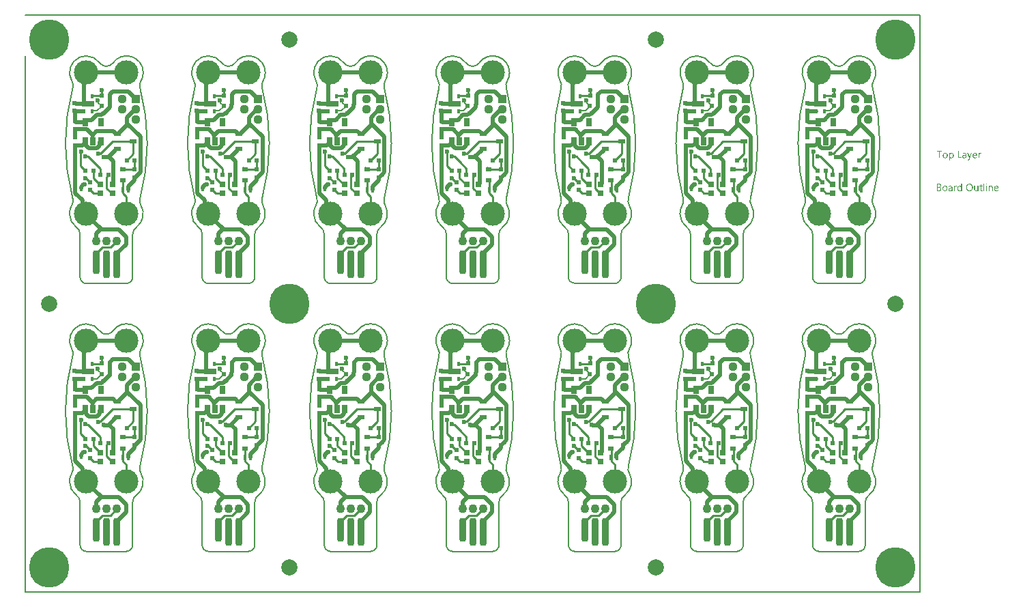
<source format=gtl>
G04*
G04 #@! TF.GenerationSoftware,Altium Limited,Altium Designer,21.9.2 (33)*
G04*
G04 Layer_Physical_Order=1*
G04 Layer_Color=255*
%FSAX25Y25*%
%MOIN*%
G70*
G04*
G04 #@! TF.SameCoordinates,F74DCD8C-1FE1-40F9-8AA5-51ABB7E45146*
G04*
G04*
G04 #@! TF.FilePolarity,Positive*
G04*
G01*
G75*
%ADD10C,0.07874*%
%ADD11R,0.01575X0.02756*%
G04:AMPARAMS|DCode=12|XSize=35.43mil|YSize=135.83mil|CornerRadius=13.82mil|HoleSize=0mil|Usage=FLASHONLY|Rotation=0.000|XOffset=0mil|YOffset=0mil|HoleType=Round|Shape=RoundedRectangle|*
%AMROUNDEDRECTD12*
21,1,0.03543,0.10819,0,0,0.0*
21,1,0.00780,0.13583,0,0,0.0*
1,1,0.02764,0.00390,-0.05409*
1,1,0.02764,-0.00390,-0.05409*
1,1,0.02764,-0.00390,0.05409*
1,1,0.02764,0.00390,0.05409*
%
%ADD12ROUNDEDRECTD12*%
G04:AMPARAMS|DCode=13|XSize=35.43mil|YSize=116.14mil|CornerRadius=13.82mil|HoleSize=0mil|Usage=FLASHONLY|Rotation=0.000|XOffset=0mil|YOffset=0mil|HoleType=Round|Shape=RoundedRectangle|*
%AMROUNDEDRECTD13*
21,1,0.03543,0.08850,0,0,0.0*
21,1,0.00780,0.11614,0,0,0.0*
1,1,0.02764,0.00390,-0.04425*
1,1,0.02764,-0.00390,-0.04425*
1,1,0.02764,-0.00390,0.04425*
1,1,0.02764,0.00390,0.04425*
%
%ADD13ROUNDEDRECTD13*%
%ADD14R,0.02756X0.03937*%
%ADD15R,0.03543X0.02362*%
%ADD16R,0.03150X0.02559*%
%ADD17R,0.06299X0.02756*%
%ADD18R,0.01378X0.02165*%
%ADD19R,0.02165X0.01968*%
%ADD20R,0.01968X0.02165*%
%ADD21R,0.02165X0.01968*%
%ADD22R,0.03150X0.02362*%
%ADD23C,0.01968*%
%ADD24C,0.00984*%
%ADD25C,0.00787*%
%ADD26C,0.00591*%
%ADD27C,0.19685*%
%ADD28C,0.04331*%
%ADD29C,0.04370*%
%ADD30R,0.04370X0.04370*%
%ADD31C,0.11811*%
%ADD32C,0.02362*%
G36*
X0432931Y0194591D02*
X0432975Y0194585D01*
X0433018Y0194579D01*
X0433129Y0194554D01*
X0433253Y0194517D01*
X0433377Y0194455D01*
X0433439Y0194418D01*
X0433501Y0194369D01*
X0433557Y0194319D01*
X0433612Y0194257D01*
X0433618Y0194251D01*
X0433625Y0194245D01*
X0433637Y0194220D01*
X0433656Y0194195D01*
X0433674Y0194164D01*
X0433699Y0194121D01*
X0433724Y0194071D01*
X0433748Y0194022D01*
X0433773Y0193960D01*
X0433798Y0193892D01*
X0433823Y0193818D01*
X0433841Y0193737D01*
X0433872Y0193558D01*
X0433884Y0193459D01*
Y0193353D01*
Y0193347D01*
Y0193329D01*
Y0193291D01*
X0433878Y0193248D01*
Y0193199D01*
X0433866Y0193137D01*
X0433860Y0193069D01*
X0433847Y0192994D01*
X0433810Y0192833D01*
X0433754Y0192666D01*
X0433717Y0192586D01*
X0433680Y0192505D01*
X0433631Y0192425D01*
X0433575Y0192351D01*
X0433569Y0192344D01*
X0433563Y0192332D01*
X0433544Y0192314D01*
X0433519Y0192295D01*
X0433488Y0192264D01*
X0433451Y0192233D01*
X0433408Y0192196D01*
X0433358Y0192165D01*
X0433303Y0192128D01*
X0433241Y0192091D01*
X0433092Y0192035D01*
X0433012Y0192010D01*
X0432931Y0191992D01*
X0432838Y0191979D01*
X0432739Y0191973D01*
X0432690D01*
X0432659Y0191979D01*
X0432616Y0191985D01*
X0432572Y0191998D01*
X0432461Y0192023D01*
X0432343Y0192072D01*
X0432275Y0192109D01*
X0432213Y0192146D01*
X0432151Y0192196D01*
X0432096Y0192252D01*
X0432034Y0192314D01*
X0431984Y0192388D01*
X0431972D01*
Y0190877D01*
X0431569D01*
Y0194542D01*
X0431972D01*
Y0194096D01*
X0431984D01*
X0431990Y0194102D01*
X0431997Y0194121D01*
X0432015Y0194146D01*
X0432040Y0194177D01*
X0432071Y0194214D01*
X0432108Y0194257D01*
X0432151Y0194300D01*
X0432207Y0194350D01*
X0432263Y0194393D01*
X0432325Y0194437D01*
X0432399Y0194480D01*
X0432473Y0194517D01*
X0432560Y0194554D01*
X0432653Y0194579D01*
X0432746Y0194591D01*
X0432851Y0194598D01*
X0432900D01*
X0432931Y0194591D01*
D02*
G37*
G36*
X0447045Y0194579D02*
X0447119Y0194573D01*
X0447162Y0194561D01*
X0447193Y0194548D01*
Y0194133D01*
X0447187Y0194140D01*
X0447175Y0194146D01*
X0447150Y0194158D01*
X0447119Y0194177D01*
X0447075Y0194189D01*
X0447020Y0194201D01*
X0446958Y0194208D01*
X0446890Y0194214D01*
X0446877D01*
X0446846Y0194208D01*
X0446797Y0194201D01*
X0446741Y0194183D01*
X0446667Y0194152D01*
X0446599Y0194109D01*
X0446524Y0194047D01*
X0446456Y0193966D01*
X0446450Y0193954D01*
X0446432Y0193923D01*
X0446401Y0193867D01*
X0446370Y0193793D01*
X0446339Y0193700D01*
X0446308Y0193582D01*
X0446289Y0193452D01*
X0446283Y0193304D01*
Y0192029D01*
X0445881D01*
Y0194542D01*
X0446283D01*
Y0194022D01*
X0446295D01*
Y0194028D01*
X0446302Y0194034D01*
X0446314Y0194065D01*
X0446333Y0194115D01*
X0446364Y0194177D01*
X0446394Y0194239D01*
X0446444Y0194307D01*
X0446494Y0194375D01*
X0446556Y0194437D01*
X0446562Y0194443D01*
X0446586Y0194461D01*
X0446624Y0194486D01*
X0446673Y0194511D01*
X0446729Y0194536D01*
X0446797Y0194561D01*
X0446871Y0194579D01*
X0446952Y0194585D01*
X0447007D01*
X0447045Y0194579D01*
D02*
G37*
G36*
X0441665Y0191626D02*
X0441659Y0191620D01*
X0441653Y0191595D01*
X0441634Y0191552D01*
X0441610Y0191503D01*
X0441579Y0191447D01*
X0441535Y0191379D01*
X0441492Y0191311D01*
X0441442Y0191236D01*
X0441381Y0191162D01*
X0441319Y0191094D01*
X0441244Y0191026D01*
X0441164Y0190970D01*
X0441083Y0190921D01*
X0440991Y0190877D01*
X0440898Y0190853D01*
X0440793Y0190847D01*
X0440737D01*
X0440700Y0190853D01*
X0440619Y0190865D01*
X0440533Y0190884D01*
Y0191243D01*
X0440539D01*
X0440557Y0191236D01*
X0440582Y0191230D01*
X0440613Y0191224D01*
X0440687Y0191206D01*
X0440768Y0191199D01*
X0440780D01*
X0440817Y0191206D01*
X0440873Y0191218D01*
X0440941Y0191243D01*
X0441015Y0191286D01*
X0441052Y0191317D01*
X0441090Y0191354D01*
X0441127Y0191391D01*
X0441164Y0191441D01*
X0441195Y0191496D01*
X0441226Y0191558D01*
X0441430Y0192029D01*
X0440446Y0194542D01*
X0440892D01*
X0441573Y0192604D01*
Y0192598D01*
X0441579Y0192586D01*
X0441585Y0192567D01*
X0441591Y0192543D01*
X0441597Y0192505D01*
X0441610Y0192468D01*
X0441622Y0192412D01*
X0441641D01*
Y0192425D01*
X0441653Y0192462D01*
X0441665Y0192518D01*
X0441690Y0192598D01*
X0442402Y0194542D01*
X0442817D01*
X0441665Y0191626D01*
D02*
G37*
G36*
X0439257Y0194591D02*
X0439313Y0194585D01*
X0439381Y0194567D01*
X0439456Y0194548D01*
X0439536Y0194517D01*
X0439623Y0194480D01*
X0439703Y0194430D01*
X0439784Y0194369D01*
X0439858Y0194294D01*
X0439926Y0194201D01*
X0439982Y0194096D01*
X0440025Y0193972D01*
X0440050Y0193830D01*
X0440062Y0193663D01*
Y0192029D01*
X0439660D01*
Y0192419D01*
X0439647D01*
Y0192412D01*
X0439635Y0192400D01*
X0439623Y0192375D01*
X0439598Y0192351D01*
X0439536Y0192276D01*
X0439456Y0192196D01*
X0439344Y0192115D01*
X0439214Y0192041D01*
X0439134Y0192016D01*
X0439053Y0191992D01*
X0438967Y0191979D01*
X0438874Y0191973D01*
X0438836D01*
X0438812Y0191979D01*
X0438744Y0191985D01*
X0438663Y0191998D01*
X0438564Y0192023D01*
X0438471Y0192053D01*
X0438372Y0192103D01*
X0438286Y0192165D01*
X0438279Y0192177D01*
X0438255Y0192202D01*
X0438217Y0192245D01*
X0438180Y0192307D01*
X0438143Y0192382D01*
X0438106Y0192468D01*
X0438081Y0192573D01*
X0438075Y0192691D01*
Y0192697D01*
Y0192722D01*
X0438081Y0192759D01*
X0438088Y0192803D01*
X0438100Y0192858D01*
X0438119Y0192920D01*
X0438143Y0192988D01*
X0438180Y0193056D01*
X0438224Y0193131D01*
X0438279Y0193205D01*
X0438347Y0193273D01*
X0438428Y0193335D01*
X0438521Y0193397D01*
X0438632Y0193446D01*
X0438756Y0193483D01*
X0438905Y0193514D01*
X0439660Y0193620D01*
Y0193626D01*
Y0193644D01*
X0439654Y0193682D01*
Y0193719D01*
X0439641Y0193768D01*
X0439635Y0193824D01*
X0439598Y0193941D01*
X0439567Y0193997D01*
X0439536Y0194053D01*
X0439493Y0194109D01*
X0439443Y0194158D01*
X0439381Y0194201D01*
X0439313Y0194232D01*
X0439233Y0194251D01*
X0439140Y0194257D01*
X0439096D01*
X0439066Y0194251D01*
X0439022D01*
X0438979Y0194239D01*
X0438868Y0194220D01*
X0438744Y0194183D01*
X0438608Y0194127D01*
X0438533Y0194090D01*
X0438465Y0194053D01*
X0438391Y0194003D01*
X0438323Y0193948D01*
Y0194362D01*
X0438329D01*
X0438341Y0194375D01*
X0438360Y0194387D01*
X0438391Y0194399D01*
X0438422Y0194418D01*
X0438465Y0194437D01*
X0438515Y0194455D01*
X0438570Y0194480D01*
X0438694Y0194523D01*
X0438843Y0194561D01*
X0439004Y0194585D01*
X0439177Y0194598D01*
X0439214D01*
X0439257Y0194591D01*
D02*
G37*
G36*
X0436367Y0192400D02*
X0437778D01*
Y0192029D01*
X0435952D01*
Y0195545D01*
X0436367D01*
Y0192400D01*
D02*
G37*
G36*
X0428128Y0195173D02*
X0427113D01*
Y0192029D01*
X0426704D01*
Y0195173D01*
X0425689D01*
Y0195545D01*
X0428128D01*
Y0195173D01*
D02*
G37*
G36*
X0444321Y0194591D02*
X0444364Y0194585D01*
X0444408Y0194579D01*
X0444519Y0194561D01*
X0444643Y0194517D01*
X0444767Y0194461D01*
X0444828Y0194424D01*
X0444890Y0194381D01*
X0444946Y0194331D01*
X0445002Y0194276D01*
X0445008Y0194270D01*
X0445014Y0194263D01*
X0445026Y0194245D01*
X0445045Y0194220D01*
X0445064Y0194183D01*
X0445088Y0194146D01*
X0445113Y0194102D01*
X0445138Y0194047D01*
X0445163Y0193985D01*
X0445188Y0193923D01*
X0445212Y0193849D01*
X0445231Y0193768D01*
X0445249Y0193682D01*
X0445262Y0193595D01*
X0445274Y0193496D01*
Y0193391D01*
Y0193180D01*
X0443498D01*
Y0193174D01*
Y0193161D01*
Y0193143D01*
X0443504Y0193112D01*
X0443510Y0193075D01*
Y0193038D01*
X0443529Y0192939D01*
X0443560Y0192840D01*
X0443597Y0192728D01*
X0443652Y0192623D01*
X0443720Y0192530D01*
X0443733Y0192518D01*
X0443758Y0192493D01*
X0443807Y0192462D01*
X0443875Y0192419D01*
X0443962Y0192375D01*
X0444061Y0192344D01*
X0444178Y0192320D01*
X0444315Y0192307D01*
X0444358D01*
X0444389Y0192314D01*
X0444426D01*
X0444469Y0192320D01*
X0444575Y0192344D01*
X0444692Y0192375D01*
X0444822Y0192425D01*
X0444958Y0192493D01*
X0445026Y0192536D01*
X0445095Y0192586D01*
Y0192208D01*
X0445088D01*
X0445082Y0192196D01*
X0445064Y0192190D01*
X0445033Y0192171D01*
X0445002Y0192153D01*
X0444965Y0192134D01*
X0444915Y0192115D01*
X0444866Y0192091D01*
X0444804Y0192066D01*
X0444736Y0192047D01*
X0444587Y0192010D01*
X0444414Y0191985D01*
X0444222Y0191973D01*
X0444172D01*
X0444135Y0191979D01*
X0444092Y0191985D01*
X0444036Y0191992D01*
X0443919Y0192016D01*
X0443782Y0192053D01*
X0443646Y0192115D01*
X0443578Y0192159D01*
X0443510Y0192202D01*
X0443448Y0192252D01*
X0443386Y0192314D01*
X0443380Y0192320D01*
X0443374Y0192332D01*
X0443361Y0192351D01*
X0443337Y0192375D01*
X0443318Y0192412D01*
X0443293Y0192456D01*
X0443262Y0192505D01*
X0443238Y0192561D01*
X0443207Y0192623D01*
X0443182Y0192697D01*
X0443151Y0192778D01*
X0443132Y0192864D01*
X0443114Y0192957D01*
X0443095Y0193056D01*
X0443089Y0193161D01*
X0443083Y0193273D01*
Y0193279D01*
Y0193298D01*
Y0193329D01*
X0443089Y0193372D01*
X0443095Y0193421D01*
X0443101Y0193477D01*
X0443108Y0193545D01*
X0443126Y0193613D01*
X0443163Y0193762D01*
X0443219Y0193923D01*
X0443256Y0194003D01*
X0443306Y0194078D01*
X0443355Y0194158D01*
X0443411Y0194226D01*
X0443417Y0194232D01*
X0443430Y0194245D01*
X0443448Y0194263D01*
X0443473Y0194282D01*
X0443504Y0194313D01*
X0443541Y0194344D01*
X0443590Y0194375D01*
X0443640Y0194412D01*
X0443758Y0194480D01*
X0443900Y0194542D01*
X0443980Y0194561D01*
X0444061Y0194579D01*
X0444147Y0194591D01*
X0444240Y0194598D01*
X0444290D01*
X0444321Y0194591D01*
D02*
G37*
G36*
X0429830D02*
X0429873Y0194585D01*
X0429929Y0194579D01*
X0430053Y0194554D01*
X0430195Y0194511D01*
X0430338Y0194449D01*
X0430412Y0194412D01*
X0430480Y0194369D01*
X0430548Y0194313D01*
X0430610Y0194251D01*
X0430616Y0194245D01*
X0430622Y0194232D01*
X0430641Y0194214D01*
X0430659Y0194189D01*
X0430684Y0194152D01*
X0430709Y0194109D01*
X0430740Y0194059D01*
X0430771Y0194003D01*
X0430796Y0193935D01*
X0430827Y0193867D01*
X0430851Y0193787D01*
X0430876Y0193700D01*
X0430895Y0193607D01*
X0430913Y0193508D01*
X0430920Y0193403D01*
X0430926Y0193291D01*
Y0193285D01*
Y0193267D01*
Y0193236D01*
X0430920Y0193193D01*
X0430913Y0193143D01*
X0430907Y0193081D01*
X0430895Y0193019D01*
X0430882Y0192945D01*
X0430845Y0192796D01*
X0430783Y0192635D01*
X0430746Y0192555D01*
X0430697Y0192474D01*
X0430647Y0192400D01*
X0430585Y0192332D01*
X0430579Y0192326D01*
X0430567Y0192320D01*
X0430548Y0192301D01*
X0430523Y0192276D01*
X0430486Y0192252D01*
X0430449Y0192221D01*
X0430400Y0192183D01*
X0430344Y0192153D01*
X0430282Y0192122D01*
X0430214Y0192085D01*
X0430140Y0192053D01*
X0430059Y0192029D01*
X0429973Y0192004D01*
X0429880Y0191992D01*
X0429781Y0191979D01*
X0429675Y0191973D01*
X0429620D01*
X0429583Y0191979D01*
X0429539Y0191985D01*
X0429483Y0191992D01*
X0429422Y0192004D01*
X0429353Y0192016D01*
X0429211Y0192060D01*
X0429063Y0192122D01*
X0428988Y0192159D01*
X0428920Y0192208D01*
X0428852Y0192258D01*
X0428784Y0192320D01*
X0428778Y0192326D01*
X0428772Y0192338D01*
X0428753Y0192357D01*
X0428734Y0192382D01*
X0428710Y0192419D01*
X0428679Y0192462D01*
X0428648Y0192512D01*
X0428623Y0192567D01*
X0428592Y0192635D01*
X0428561Y0192703D01*
X0428530Y0192778D01*
X0428505Y0192864D01*
X0428468Y0193050D01*
X0428462Y0193149D01*
X0428456Y0193254D01*
Y0193261D01*
Y0193285D01*
Y0193316D01*
X0428462Y0193360D01*
X0428468Y0193409D01*
X0428475Y0193471D01*
X0428487Y0193539D01*
X0428499Y0193613D01*
X0428536Y0193774D01*
X0428598Y0193935D01*
X0428642Y0194016D01*
X0428685Y0194096D01*
X0428734Y0194170D01*
X0428796Y0194239D01*
X0428802Y0194245D01*
X0428815Y0194257D01*
X0428833Y0194270D01*
X0428858Y0194294D01*
X0428895Y0194319D01*
X0428939Y0194350D01*
X0428988Y0194387D01*
X0429044Y0194418D01*
X0429106Y0194449D01*
X0429180Y0194486D01*
X0429254Y0194517D01*
X0429341Y0194542D01*
X0429428Y0194567D01*
X0429527Y0194585D01*
X0429632Y0194591D01*
X0429737Y0194598D01*
X0429793D01*
X0429830Y0194591D01*
D02*
G37*
G36*
X0449898Y0179606D02*
X0449923D01*
X0449978Y0179581D01*
X0450009Y0179563D01*
X0450040Y0179538D01*
X0450047Y0179532D01*
X0450053Y0179525D01*
X0450084Y0179488D01*
X0450108Y0179427D01*
X0450115Y0179389D01*
X0450121Y0179352D01*
Y0179346D01*
Y0179334D01*
X0450115Y0179315D01*
X0450108Y0179290D01*
X0450090Y0179228D01*
X0450065Y0179198D01*
X0450040Y0179166D01*
X0450034D01*
X0450028Y0179154D01*
X0449991Y0179129D01*
X0449935Y0179105D01*
X0449898Y0179098D01*
X0449861Y0179092D01*
X0449842D01*
X0449824Y0179098D01*
X0449799D01*
X0449737Y0179123D01*
X0449706Y0179136D01*
X0449675Y0179160D01*
Y0179166D01*
X0449663Y0179173D01*
X0449650Y0179191D01*
X0449638Y0179210D01*
X0449613Y0179272D01*
X0449607Y0179309D01*
X0449601Y0179352D01*
Y0179358D01*
Y0179371D01*
X0449607Y0179389D01*
X0449613Y0179420D01*
X0449632Y0179476D01*
X0449650Y0179507D01*
X0449675Y0179538D01*
X0449681Y0179544D01*
X0449688Y0179550D01*
X0449725Y0179575D01*
X0449787Y0179600D01*
X0449824Y0179612D01*
X0449880D01*
X0449898Y0179606D01*
D02*
G37*
G36*
X0437908Y0175942D02*
X0437506D01*
Y0176363D01*
X0437493D01*
Y0176356D01*
X0437481Y0176344D01*
X0437462Y0176319D01*
X0437444Y0176288D01*
X0437413Y0176251D01*
X0437376Y0176214D01*
X0437332Y0176171D01*
X0437283Y0176127D01*
X0437227Y0176078D01*
X0437159Y0176034D01*
X0437091Y0175997D01*
X0437010Y0175960D01*
X0436930Y0175929D01*
X0436837Y0175904D01*
X0436738Y0175892D01*
X0436633Y0175886D01*
X0436590D01*
X0436552Y0175892D01*
X0436515Y0175898D01*
X0436466Y0175904D01*
X0436361Y0175929D01*
X0436237Y0175966D01*
X0436113Y0176028D01*
X0436045Y0176065D01*
X0435989Y0176109D01*
X0435927Y0176164D01*
X0435872Y0176220D01*
Y0176226D01*
X0435859Y0176239D01*
X0435847Y0176257D01*
X0435828Y0176282D01*
X0435810Y0176313D01*
X0435785Y0176356D01*
X0435760Y0176406D01*
X0435735Y0176462D01*
X0435704Y0176523D01*
X0435680Y0176592D01*
X0435655Y0176666D01*
X0435636Y0176746D01*
X0435618Y0176833D01*
X0435605Y0176932D01*
X0435599Y0177031D01*
X0435593Y0177136D01*
Y0177142D01*
Y0177161D01*
Y0177198D01*
X0435599Y0177241D01*
X0435605Y0177291D01*
X0435611Y0177353D01*
X0435618Y0177421D01*
X0435630Y0177495D01*
X0435667Y0177656D01*
X0435723Y0177823D01*
X0435760Y0177904D01*
X0435803Y0177984D01*
X0435847Y0178059D01*
X0435903Y0178133D01*
X0435909Y0178139D01*
X0435915Y0178151D01*
X0435933Y0178170D01*
X0435958Y0178195D01*
X0435989Y0178219D01*
X0436032Y0178250D01*
X0436076Y0178288D01*
X0436125Y0178325D01*
X0436249Y0178393D01*
X0436391Y0178455D01*
X0436472Y0178473D01*
X0436559Y0178492D01*
X0436645Y0178504D01*
X0436744Y0178510D01*
X0436794D01*
X0436831Y0178504D01*
X0436868Y0178498D01*
X0436918Y0178492D01*
X0437029Y0178461D01*
X0437153Y0178411D01*
X0437215Y0178380D01*
X0437277Y0178337D01*
X0437339Y0178294D01*
X0437394Y0178238D01*
X0437444Y0178176D01*
X0437493Y0178102D01*
X0437506D01*
Y0179662D01*
X0437908D01*
Y0175942D01*
D02*
G37*
G36*
X0452176Y0178504D02*
X0452250Y0178498D01*
X0452343Y0178479D01*
X0452442Y0178448D01*
X0452547Y0178399D01*
X0452653Y0178331D01*
X0452696Y0178294D01*
X0452739Y0178244D01*
X0452752Y0178232D01*
X0452776Y0178195D01*
X0452807Y0178133D01*
X0452851Y0178046D01*
X0452888Y0177941D01*
X0452925Y0177811D01*
X0452950Y0177656D01*
X0452956Y0177477D01*
Y0175942D01*
X0452554D01*
Y0177371D01*
Y0177378D01*
Y0177409D01*
X0452547Y0177446D01*
Y0177495D01*
X0452535Y0177557D01*
X0452523Y0177625D01*
X0452504Y0177699D01*
X0452479Y0177774D01*
X0452448Y0177848D01*
X0452411Y0177916D01*
X0452362Y0177984D01*
X0452306Y0178046D01*
X0452244Y0178096D01*
X0452164Y0178133D01*
X0452077Y0178164D01*
X0451972Y0178170D01*
X0451959D01*
X0451922Y0178164D01*
X0451866Y0178158D01*
X0451798Y0178139D01*
X0451718Y0178114D01*
X0451631Y0178071D01*
X0451551Y0178015D01*
X0451470Y0177941D01*
X0451464Y0177928D01*
X0451439Y0177904D01*
X0451408Y0177854D01*
X0451371Y0177786D01*
X0451334Y0177706D01*
X0451303Y0177607D01*
X0451278Y0177495D01*
X0451272Y0177371D01*
Y0175942D01*
X0450870D01*
Y0178455D01*
X0451272D01*
Y0178034D01*
X0451285D01*
X0451291Y0178040D01*
X0451297Y0178052D01*
X0451316Y0178077D01*
X0451340Y0178108D01*
X0451365Y0178145D01*
X0451402Y0178182D01*
X0451446Y0178226D01*
X0451495Y0178275D01*
X0451551Y0178319D01*
X0451613Y0178362D01*
X0451681Y0178399D01*
X0451755Y0178436D01*
X0451829Y0178467D01*
X0451916Y0178492D01*
X0452009Y0178504D01*
X0452108Y0178510D01*
X0452145D01*
X0452176Y0178504D01*
D02*
G37*
G36*
X0435178Y0178492D02*
X0435253Y0178486D01*
X0435296Y0178473D01*
X0435327Y0178461D01*
Y0178046D01*
X0435321Y0178052D01*
X0435308Y0178059D01*
X0435284Y0178071D01*
X0435253Y0178089D01*
X0435209Y0178102D01*
X0435153Y0178114D01*
X0435092Y0178120D01*
X0435023Y0178127D01*
X0435011D01*
X0434980Y0178120D01*
X0434931Y0178114D01*
X0434875Y0178096D01*
X0434801Y0178065D01*
X0434733Y0178021D01*
X0434658Y0177960D01*
X0434590Y0177879D01*
X0434584Y0177867D01*
X0434565Y0177836D01*
X0434535Y0177780D01*
X0434504Y0177706D01*
X0434473Y0177613D01*
X0434442Y0177495D01*
X0434423Y0177365D01*
X0434417Y0177217D01*
Y0175942D01*
X0434015D01*
Y0178455D01*
X0434417D01*
Y0177935D01*
X0434429D01*
Y0177941D01*
X0434435Y0177947D01*
X0434448Y0177978D01*
X0434466Y0178028D01*
X0434497Y0178089D01*
X0434528Y0178151D01*
X0434578Y0178219D01*
X0434627Y0178288D01*
X0434689Y0178349D01*
X0434695Y0178356D01*
X0434720Y0178374D01*
X0434757Y0178399D01*
X0434807Y0178424D01*
X0434863Y0178448D01*
X0434931Y0178473D01*
X0435005Y0178492D01*
X0435085Y0178498D01*
X0435141D01*
X0435178Y0178492D01*
D02*
G37*
G36*
X0445918Y0175942D02*
X0445515D01*
Y0176338D01*
X0445503D01*
Y0176331D01*
X0445491Y0176319D01*
X0445478Y0176294D01*
X0445454Y0176270D01*
X0445398Y0176195D01*
X0445311Y0176115D01*
X0445262Y0176072D01*
X0445206Y0176028D01*
X0445144Y0175991D01*
X0445070Y0175954D01*
X0444996Y0175929D01*
X0444915Y0175904D01*
X0444822Y0175892D01*
X0444729Y0175886D01*
X0444692D01*
X0444649Y0175892D01*
X0444587Y0175904D01*
X0444519Y0175917D01*
X0444445Y0175942D01*
X0444364Y0175972D01*
X0444284Y0176022D01*
X0444197Y0176078D01*
X0444117Y0176146D01*
X0444042Y0176233D01*
X0443974Y0176338D01*
X0443912Y0176455D01*
X0443869Y0176598D01*
X0443844Y0176765D01*
X0443832Y0176851D01*
Y0176951D01*
Y0178455D01*
X0444228D01*
Y0177012D01*
Y0177006D01*
Y0176981D01*
X0444234Y0176938D01*
X0444240Y0176889D01*
X0444247Y0176827D01*
X0444259Y0176765D01*
X0444277Y0176690D01*
X0444302Y0176616D01*
X0444339Y0176542D01*
X0444377Y0176474D01*
X0444426Y0176406D01*
X0444488Y0176344D01*
X0444556Y0176294D01*
X0444637Y0176257D01*
X0444736Y0176226D01*
X0444841Y0176220D01*
X0444853D01*
X0444890Y0176226D01*
X0444946Y0176233D01*
X0445008Y0176245D01*
X0445088Y0176276D01*
X0445169Y0176313D01*
X0445249Y0176363D01*
X0445324Y0176437D01*
X0445330Y0176449D01*
X0445355Y0176474D01*
X0445386Y0176523D01*
X0445423Y0176592D01*
X0445454Y0176672D01*
X0445485Y0176771D01*
X0445509Y0176882D01*
X0445515Y0177006D01*
Y0178455D01*
X0445918D01*
Y0175942D01*
D02*
G37*
G36*
X0450053D02*
X0449650D01*
Y0178455D01*
X0450053D01*
Y0175942D01*
D02*
G37*
G36*
X0448833D02*
X0448431D01*
Y0179662D01*
X0448833D01*
Y0175942D01*
D02*
G37*
G36*
X0432455Y0178504D02*
X0432510Y0178498D01*
X0432578Y0178479D01*
X0432653Y0178461D01*
X0432733Y0178430D01*
X0432820Y0178393D01*
X0432900Y0178343D01*
X0432981Y0178281D01*
X0433055Y0178207D01*
X0433123Y0178114D01*
X0433179Y0178009D01*
X0433222Y0177885D01*
X0433247Y0177743D01*
X0433259Y0177576D01*
Y0175942D01*
X0432857D01*
Y0176331D01*
X0432845D01*
Y0176325D01*
X0432832Y0176313D01*
X0432820Y0176288D01*
X0432795Y0176263D01*
X0432733Y0176189D01*
X0432653Y0176109D01*
X0432541Y0176028D01*
X0432411Y0175954D01*
X0432331Y0175929D01*
X0432250Y0175904D01*
X0432164Y0175892D01*
X0432071Y0175886D01*
X0432034D01*
X0432009Y0175892D01*
X0431941Y0175898D01*
X0431860Y0175911D01*
X0431761Y0175935D01*
X0431669Y0175966D01*
X0431569Y0176016D01*
X0431483Y0176078D01*
X0431477Y0176090D01*
X0431452Y0176115D01*
X0431415Y0176158D01*
X0431378Y0176220D01*
X0431340Y0176294D01*
X0431303Y0176381D01*
X0431279Y0176486D01*
X0431272Y0176604D01*
Y0176610D01*
Y0176635D01*
X0431279Y0176672D01*
X0431285Y0176715D01*
X0431297Y0176771D01*
X0431316Y0176833D01*
X0431340Y0176901D01*
X0431378Y0176969D01*
X0431421Y0177043D01*
X0431477Y0177118D01*
X0431545Y0177186D01*
X0431625Y0177248D01*
X0431718Y0177310D01*
X0431829Y0177359D01*
X0431953Y0177396D01*
X0432102Y0177427D01*
X0432857Y0177532D01*
Y0177539D01*
Y0177557D01*
X0432851Y0177594D01*
Y0177631D01*
X0432838Y0177681D01*
X0432832Y0177737D01*
X0432795Y0177854D01*
X0432764Y0177910D01*
X0432733Y0177966D01*
X0432690Y0178021D01*
X0432640Y0178071D01*
X0432578Y0178114D01*
X0432510Y0178145D01*
X0432430Y0178164D01*
X0432337Y0178170D01*
X0432294D01*
X0432263Y0178164D01*
X0432219D01*
X0432176Y0178151D01*
X0432065Y0178133D01*
X0431941Y0178096D01*
X0431805Y0178040D01*
X0431730Y0178003D01*
X0431662Y0177966D01*
X0431588Y0177916D01*
X0431520Y0177860D01*
Y0178275D01*
X0431526D01*
X0431538Y0178288D01*
X0431557Y0178300D01*
X0431588Y0178312D01*
X0431619Y0178331D01*
X0431662Y0178349D01*
X0431712Y0178368D01*
X0431768Y0178393D01*
X0431891Y0178436D01*
X0432040Y0178473D01*
X0432201Y0178498D01*
X0432374Y0178510D01*
X0432411D01*
X0432455Y0178504D01*
D02*
G37*
G36*
X0426766Y0179451D02*
X0426809D01*
X0426853Y0179445D01*
X0426952Y0179433D01*
X0427069Y0179402D01*
X0427193Y0179365D01*
X0427311Y0179309D01*
X0427416Y0179235D01*
X0427422D01*
X0427428Y0179222D01*
X0427459Y0179198D01*
X0427503Y0179148D01*
X0427552Y0179080D01*
X0427596Y0178993D01*
X0427639Y0178894D01*
X0427670Y0178783D01*
X0427682Y0178721D01*
Y0178653D01*
Y0178647D01*
Y0178640D01*
Y0178603D01*
X0427676Y0178548D01*
X0427664Y0178479D01*
X0427645Y0178393D01*
X0427614Y0178306D01*
X0427577Y0178219D01*
X0427521Y0178133D01*
X0427515Y0178120D01*
X0427490Y0178096D01*
X0427453Y0178059D01*
X0427404Y0178009D01*
X0427342Y0177960D01*
X0427267Y0177904D01*
X0427175Y0177860D01*
X0427075Y0177817D01*
Y0177811D01*
X0427094D01*
X0427113Y0177805D01*
X0427131Y0177798D01*
X0427199Y0177786D01*
X0427280Y0177761D01*
X0427366Y0177724D01*
X0427459Y0177681D01*
X0427552Y0177619D01*
X0427639Y0177539D01*
X0427651Y0177526D01*
X0427676Y0177495D01*
X0427707Y0177452D01*
X0427750Y0177384D01*
X0427787Y0177297D01*
X0427824Y0177198D01*
X0427849Y0177081D01*
X0427855Y0176951D01*
Y0176944D01*
Y0176932D01*
Y0176907D01*
X0427849Y0176876D01*
X0427843Y0176839D01*
X0427837Y0176796D01*
X0427812Y0176690D01*
X0427775Y0176573D01*
X0427719Y0176449D01*
X0427682Y0176393D01*
X0427639Y0176331D01*
X0427583Y0176276D01*
X0427527Y0176220D01*
X0427521D01*
X0427515Y0176208D01*
X0427496Y0176195D01*
X0427472Y0176177D01*
X0427441Y0176158D01*
X0427397Y0176133D01*
X0427305Y0176084D01*
X0427187Y0176028D01*
X0427051Y0175985D01*
X0426890Y0175954D01*
X0426809Y0175948D01*
X0426717Y0175942D01*
X0425689D01*
Y0179457D01*
X0426735D01*
X0426766Y0179451D01*
D02*
G37*
G36*
X0447261Y0178455D02*
X0447899D01*
Y0178108D01*
X0447261D01*
Y0176690D01*
Y0176678D01*
Y0176647D01*
X0447267Y0176604D01*
X0447273Y0176548D01*
X0447298Y0176430D01*
X0447317Y0176375D01*
X0447348Y0176331D01*
X0447354Y0176325D01*
X0447366Y0176313D01*
X0447385Y0176301D01*
X0447416Y0176282D01*
X0447453Y0176257D01*
X0447503Y0176245D01*
X0447564Y0176233D01*
X0447633Y0176226D01*
X0447657D01*
X0447688Y0176233D01*
X0447725Y0176239D01*
X0447812Y0176263D01*
X0447855Y0176282D01*
X0447899Y0176307D01*
Y0175960D01*
X0447893D01*
X0447874Y0175948D01*
X0447843Y0175942D01*
X0447800Y0175929D01*
X0447744Y0175917D01*
X0447682Y0175904D01*
X0447608Y0175898D01*
X0447521Y0175892D01*
X0447490D01*
X0447459Y0175898D01*
X0447416Y0175904D01*
X0447366Y0175917D01*
X0447311Y0175929D01*
X0447255Y0175954D01*
X0447193Y0175985D01*
X0447131Y0176022D01*
X0447069Y0176072D01*
X0447014Y0176127D01*
X0446964Y0176201D01*
X0446921Y0176282D01*
X0446890Y0176381D01*
X0446865Y0176493D01*
X0446859Y0176622D01*
Y0178108D01*
X0446432D01*
Y0178455D01*
X0446859D01*
Y0179068D01*
X0447261Y0179198D01*
Y0178455D01*
D02*
G37*
G36*
X0454788Y0178504D02*
X0454832Y0178498D01*
X0454875Y0178492D01*
X0454986Y0178473D01*
X0455110Y0178430D01*
X0455234Y0178374D01*
X0455296Y0178337D01*
X0455358Y0178294D01*
X0455413Y0178244D01*
X0455469Y0178189D01*
X0455475Y0178182D01*
X0455481Y0178176D01*
X0455494Y0178158D01*
X0455512Y0178133D01*
X0455531Y0178096D01*
X0455556Y0178059D01*
X0455581Y0178015D01*
X0455605Y0177960D01*
X0455630Y0177898D01*
X0455655Y0177836D01*
X0455680Y0177761D01*
X0455698Y0177681D01*
X0455717Y0177594D01*
X0455729Y0177508D01*
X0455741Y0177409D01*
Y0177303D01*
Y0177093D01*
X0453965D01*
Y0177087D01*
Y0177074D01*
Y0177056D01*
X0453971Y0177025D01*
X0453977Y0176988D01*
Y0176951D01*
X0453996Y0176851D01*
X0454027Y0176752D01*
X0454064Y0176641D01*
X0454120Y0176536D01*
X0454188Y0176443D01*
X0454200Y0176430D01*
X0454225Y0176406D01*
X0454274Y0176375D01*
X0454343Y0176331D01*
X0454429Y0176288D01*
X0454528Y0176257D01*
X0454646Y0176233D01*
X0454782Y0176220D01*
X0454825D01*
X0454856Y0176226D01*
X0454893D01*
X0454937Y0176233D01*
X0455042Y0176257D01*
X0455160Y0176288D01*
X0455290Y0176338D01*
X0455426Y0176406D01*
X0455494Y0176449D01*
X0455562Y0176499D01*
Y0176121D01*
X0455556D01*
X0455549Y0176109D01*
X0455531Y0176102D01*
X0455500Y0176084D01*
X0455469Y0176065D01*
X0455432Y0176047D01*
X0455382Y0176028D01*
X0455333Y0176003D01*
X0455271Y0175979D01*
X0455203Y0175960D01*
X0455054Y0175923D01*
X0454881Y0175898D01*
X0454689Y0175886D01*
X0454640D01*
X0454602Y0175892D01*
X0454559Y0175898D01*
X0454503Y0175904D01*
X0454386Y0175929D01*
X0454250Y0175966D01*
X0454113Y0176028D01*
X0454045Y0176072D01*
X0453977Y0176115D01*
X0453915Y0176164D01*
X0453854Y0176226D01*
X0453847Y0176233D01*
X0453841Y0176245D01*
X0453829Y0176263D01*
X0453804Y0176288D01*
X0453785Y0176325D01*
X0453761Y0176369D01*
X0453730Y0176418D01*
X0453705Y0176474D01*
X0453674Y0176536D01*
X0453649Y0176610D01*
X0453618Y0176690D01*
X0453600Y0176777D01*
X0453581Y0176870D01*
X0453562Y0176969D01*
X0453556Y0177074D01*
X0453550Y0177186D01*
Y0177192D01*
Y0177210D01*
Y0177241D01*
X0453556Y0177285D01*
X0453562Y0177334D01*
X0453569Y0177390D01*
X0453575Y0177458D01*
X0453593Y0177526D01*
X0453631Y0177675D01*
X0453686Y0177836D01*
X0453723Y0177916D01*
X0453773Y0177990D01*
X0453823Y0178071D01*
X0453878Y0178139D01*
X0453884Y0178145D01*
X0453897Y0178158D01*
X0453915Y0178176D01*
X0453940Y0178195D01*
X0453971Y0178226D01*
X0454008Y0178257D01*
X0454058Y0178288D01*
X0454107Y0178325D01*
X0454225Y0178393D01*
X0454367Y0178455D01*
X0454448Y0178473D01*
X0454528Y0178492D01*
X0454615Y0178504D01*
X0454708Y0178510D01*
X0454757D01*
X0454788Y0178504D01*
D02*
G37*
G36*
X0441746Y0179513D02*
X0441808Y0179507D01*
X0441882Y0179495D01*
X0441962Y0179476D01*
X0442049Y0179457D01*
X0442136Y0179433D01*
X0442235Y0179402D01*
X0442328Y0179358D01*
X0442427Y0179309D01*
X0442526Y0179253D01*
X0442619Y0179185D01*
X0442711Y0179111D01*
X0442798Y0179024D01*
X0442804Y0179018D01*
X0442817Y0178999D01*
X0442841Y0178975D01*
X0442866Y0178937D01*
X0442903Y0178888D01*
X0442941Y0178826D01*
X0442978Y0178758D01*
X0443021Y0178684D01*
X0443064Y0178591D01*
X0443101Y0178498D01*
X0443139Y0178393D01*
X0443176Y0178275D01*
X0443200Y0178158D01*
X0443225Y0178028D01*
X0443238Y0177885D01*
X0443244Y0177743D01*
Y0177730D01*
Y0177706D01*
Y0177662D01*
X0443238Y0177601D01*
X0443231Y0177526D01*
X0443219Y0177446D01*
X0443207Y0177353D01*
X0443188Y0177248D01*
X0443163Y0177142D01*
X0443132Y0177031D01*
X0443095Y0176920D01*
X0443052Y0176808D01*
X0442996Y0176690D01*
X0442934Y0176585D01*
X0442866Y0176480D01*
X0442786Y0176381D01*
X0442780Y0176375D01*
X0442767Y0176363D01*
X0442736Y0176338D01*
X0442705Y0176307D01*
X0442656Y0176263D01*
X0442600Y0176226D01*
X0442538Y0176177D01*
X0442464Y0176133D01*
X0442383Y0176090D01*
X0442290Y0176041D01*
X0442192Y0176003D01*
X0442080Y0175966D01*
X0441962Y0175929D01*
X0441839Y0175904D01*
X0441709Y0175892D01*
X0441566Y0175886D01*
X0441535D01*
X0441492Y0175892D01*
X0441442D01*
X0441381Y0175898D01*
X0441306Y0175911D01*
X0441226Y0175929D01*
X0441133Y0175948D01*
X0441040Y0175972D01*
X0440941Y0176003D01*
X0440842Y0176047D01*
X0440743Y0176090D01*
X0440644Y0176146D01*
X0440545Y0176214D01*
X0440452Y0176288D01*
X0440366Y0176375D01*
X0440359Y0176381D01*
X0440347Y0176400D01*
X0440322Y0176424D01*
X0440297Y0176462D01*
X0440260Y0176511D01*
X0440223Y0176573D01*
X0440186Y0176641D01*
X0440143Y0176722D01*
X0440099Y0176808D01*
X0440062Y0176901D01*
X0440025Y0177006D01*
X0439988Y0177124D01*
X0439963Y0177241D01*
X0439938Y0177371D01*
X0439926Y0177514D01*
X0439920Y0177656D01*
Y0177669D01*
Y0177693D01*
X0439926Y0177737D01*
Y0177798D01*
X0439932Y0177867D01*
X0439945Y0177953D01*
X0439957Y0178046D01*
X0439976Y0178145D01*
X0440000Y0178250D01*
X0440031Y0178362D01*
X0440068Y0178473D01*
X0440112Y0178585D01*
X0440167Y0178696D01*
X0440229Y0178807D01*
X0440297Y0178913D01*
X0440378Y0179012D01*
X0440384Y0179018D01*
X0440396Y0179036D01*
X0440427Y0179061D01*
X0440464Y0179092D01*
X0440508Y0179129D01*
X0440563Y0179173D01*
X0440632Y0179216D01*
X0440706Y0179266D01*
X0440793Y0179315D01*
X0440885Y0179358D01*
X0440984Y0179402D01*
X0441096Y0179439D01*
X0441220Y0179470D01*
X0441350Y0179501D01*
X0441486Y0179513D01*
X0441628Y0179519D01*
X0441696D01*
X0441746Y0179513D01*
D02*
G37*
G36*
X0429719Y0178504D02*
X0429762Y0178498D01*
X0429818Y0178492D01*
X0429942Y0178467D01*
X0430084Y0178424D01*
X0430226Y0178362D01*
X0430301Y0178325D01*
X0430369Y0178281D01*
X0430437Y0178226D01*
X0430499Y0178164D01*
X0430505Y0178158D01*
X0430511Y0178145D01*
X0430530Y0178127D01*
X0430548Y0178102D01*
X0430573Y0178065D01*
X0430598Y0178021D01*
X0430629Y0177972D01*
X0430659Y0177916D01*
X0430684Y0177848D01*
X0430715Y0177780D01*
X0430740Y0177699D01*
X0430765Y0177613D01*
X0430783Y0177520D01*
X0430802Y0177421D01*
X0430808Y0177316D01*
X0430814Y0177204D01*
Y0177198D01*
Y0177180D01*
Y0177149D01*
X0430808Y0177105D01*
X0430802Y0177056D01*
X0430796Y0176994D01*
X0430783Y0176932D01*
X0430771Y0176858D01*
X0430734Y0176709D01*
X0430672Y0176548D01*
X0430635Y0176468D01*
X0430585Y0176387D01*
X0430536Y0176313D01*
X0430474Y0176245D01*
X0430468Y0176239D01*
X0430455Y0176233D01*
X0430437Y0176214D01*
X0430412Y0176189D01*
X0430375Y0176164D01*
X0430338Y0176133D01*
X0430288Y0176096D01*
X0430232Y0176065D01*
X0430170Y0176034D01*
X0430102Y0175997D01*
X0430028Y0175966D01*
X0429948Y0175942D01*
X0429861Y0175917D01*
X0429768Y0175904D01*
X0429669Y0175892D01*
X0429564Y0175886D01*
X0429508D01*
X0429471Y0175892D01*
X0429428Y0175898D01*
X0429372Y0175904D01*
X0429310Y0175917D01*
X0429242Y0175929D01*
X0429100Y0175972D01*
X0428951Y0176034D01*
X0428877Y0176072D01*
X0428809Y0176121D01*
X0428741Y0176171D01*
X0428673Y0176233D01*
X0428666Y0176239D01*
X0428660Y0176251D01*
X0428642Y0176270D01*
X0428623Y0176294D01*
X0428598Y0176331D01*
X0428567Y0176375D01*
X0428536Y0176424D01*
X0428512Y0176480D01*
X0428481Y0176548D01*
X0428450Y0176616D01*
X0428419Y0176690D01*
X0428394Y0176777D01*
X0428357Y0176963D01*
X0428351Y0177062D01*
X0428344Y0177167D01*
Y0177173D01*
Y0177198D01*
Y0177229D01*
X0428351Y0177272D01*
X0428357Y0177322D01*
X0428363Y0177384D01*
X0428375Y0177452D01*
X0428388Y0177526D01*
X0428425Y0177687D01*
X0428487Y0177848D01*
X0428530Y0177928D01*
X0428574Y0178009D01*
X0428623Y0178083D01*
X0428685Y0178151D01*
X0428691Y0178158D01*
X0428703Y0178170D01*
X0428722Y0178182D01*
X0428747Y0178207D01*
X0428784Y0178232D01*
X0428827Y0178263D01*
X0428877Y0178300D01*
X0428933Y0178331D01*
X0428994Y0178362D01*
X0429069Y0178399D01*
X0429143Y0178430D01*
X0429230Y0178455D01*
X0429316Y0178479D01*
X0429415Y0178498D01*
X0429521Y0178504D01*
X0429626Y0178510D01*
X0429681D01*
X0429719Y0178504D01*
D02*
G37*
%LPC*%
G36*
X0432752Y0194257D02*
X0432721D01*
X0432696Y0194251D01*
X0432628Y0194245D01*
X0432548Y0194226D01*
X0432461Y0194195D01*
X0432362Y0194152D01*
X0432269Y0194090D01*
X0432182Y0194009D01*
X0432176Y0193997D01*
X0432151Y0193966D01*
X0432114Y0193917D01*
X0432077Y0193842D01*
X0432040Y0193756D01*
X0432003Y0193650D01*
X0431978Y0193533D01*
X0431972Y0193403D01*
Y0193050D01*
Y0193044D01*
Y0193038D01*
X0431978Y0193001D01*
X0431984Y0192939D01*
X0431997Y0192871D01*
X0432021Y0192784D01*
X0432058Y0192697D01*
X0432108Y0192611D01*
X0432176Y0192524D01*
X0432189Y0192518D01*
X0432213Y0192493D01*
X0432257Y0192456D01*
X0432318Y0192419D01*
X0432393Y0192375D01*
X0432479Y0192344D01*
X0432578Y0192320D01*
X0432690Y0192307D01*
X0432727D01*
X0432752Y0192314D01*
X0432814Y0192320D01*
X0432900Y0192344D01*
X0432987Y0192375D01*
X0433086Y0192425D01*
X0433179Y0192493D01*
X0433222Y0192536D01*
X0433259Y0192586D01*
Y0192592D01*
X0433265Y0192598D01*
X0433278Y0192617D01*
X0433290Y0192635D01*
X0433309Y0192666D01*
X0433327Y0192703D01*
X0433365Y0192790D01*
X0433402Y0192902D01*
X0433439Y0193032D01*
X0433464Y0193186D01*
X0433470Y0193366D01*
Y0193372D01*
Y0193384D01*
Y0193403D01*
Y0193434D01*
X0433464Y0193471D01*
X0433457Y0193508D01*
X0433445Y0193601D01*
X0433420Y0193706D01*
X0433389Y0193818D01*
X0433340Y0193923D01*
X0433278Y0194016D01*
X0433272Y0194028D01*
X0433241Y0194053D01*
X0433197Y0194090D01*
X0433142Y0194140D01*
X0433068Y0194183D01*
X0432975Y0194220D01*
X0432869Y0194245D01*
X0432752Y0194257D01*
D02*
G37*
G36*
X0439660Y0193298D02*
X0439053Y0193211D01*
X0439041D01*
X0439010Y0193205D01*
X0438960Y0193193D01*
X0438898Y0193180D01*
X0438830Y0193161D01*
X0438756Y0193137D01*
X0438694Y0193112D01*
X0438632Y0193075D01*
X0438626Y0193069D01*
X0438608Y0193056D01*
X0438589Y0193032D01*
X0438564Y0192994D01*
X0438533Y0192945D01*
X0438515Y0192883D01*
X0438496Y0192809D01*
X0438490Y0192722D01*
Y0192716D01*
Y0192691D01*
X0438496Y0192660D01*
X0438509Y0192617D01*
X0438521Y0192567D01*
X0438546Y0192518D01*
X0438577Y0192468D01*
X0438620Y0192419D01*
X0438626Y0192412D01*
X0438645Y0192400D01*
X0438676Y0192382D01*
X0438713Y0192363D01*
X0438762Y0192344D01*
X0438824Y0192326D01*
X0438892Y0192314D01*
X0438973Y0192307D01*
X0438985D01*
X0439022Y0192314D01*
X0439078Y0192320D01*
X0439146Y0192332D01*
X0439220Y0192357D01*
X0439307Y0192394D01*
X0439387Y0192450D01*
X0439462Y0192518D01*
X0439468Y0192530D01*
X0439493Y0192555D01*
X0439524Y0192598D01*
X0439561Y0192660D01*
X0439598Y0192741D01*
X0439629Y0192827D01*
X0439654Y0192932D01*
X0439660Y0193044D01*
Y0193298D01*
D02*
G37*
G36*
X0444234Y0194257D02*
X0444185D01*
X0444135Y0194245D01*
X0444067Y0194232D01*
X0443993Y0194208D01*
X0443906Y0194170D01*
X0443826Y0194121D01*
X0443745Y0194053D01*
X0443739Y0194047D01*
X0443714Y0194016D01*
X0443683Y0193972D01*
X0443640Y0193911D01*
X0443597Y0193836D01*
X0443560Y0193743D01*
X0443529Y0193638D01*
X0443504Y0193520D01*
X0444859D01*
Y0193527D01*
Y0193539D01*
Y0193552D01*
Y0193576D01*
X0444853Y0193644D01*
X0444841Y0193719D01*
X0444816Y0193812D01*
X0444791Y0193898D01*
X0444748Y0193985D01*
X0444692Y0194065D01*
X0444686Y0194071D01*
X0444661Y0194096D01*
X0444624Y0194127D01*
X0444575Y0194164D01*
X0444507Y0194195D01*
X0444426Y0194226D01*
X0444339Y0194251D01*
X0444234Y0194257D01*
D02*
G37*
G36*
X0429706D02*
X0429669D01*
X0429644Y0194251D01*
X0429570Y0194245D01*
X0429483Y0194226D01*
X0429384Y0194195D01*
X0429279Y0194146D01*
X0429180Y0194078D01*
X0429131Y0194041D01*
X0429087Y0193991D01*
X0429075Y0193979D01*
X0429050Y0193941D01*
X0429019Y0193886D01*
X0428976Y0193805D01*
X0428933Y0193700D01*
X0428902Y0193576D01*
X0428877Y0193434D01*
X0428864Y0193267D01*
Y0193261D01*
Y0193248D01*
Y0193223D01*
X0428871Y0193193D01*
Y0193155D01*
X0428877Y0193112D01*
X0428895Y0193013D01*
X0428920Y0192902D01*
X0428964Y0192784D01*
X0429019Y0192666D01*
X0429094Y0192561D01*
X0429106Y0192549D01*
X0429137Y0192524D01*
X0429186Y0192481D01*
X0429254Y0192437D01*
X0429341Y0192388D01*
X0429446Y0192344D01*
X0429570Y0192320D01*
X0429706Y0192307D01*
X0429743D01*
X0429768Y0192314D01*
X0429843Y0192320D01*
X0429929Y0192338D01*
X0430022Y0192369D01*
X0430127Y0192412D01*
X0430220Y0192474D01*
X0430307Y0192555D01*
X0430313Y0192567D01*
X0430338Y0192604D01*
X0430375Y0192660D01*
X0430412Y0192741D01*
X0430449Y0192846D01*
X0430486Y0192970D01*
X0430511Y0193112D01*
X0430517Y0193279D01*
Y0193285D01*
Y0193298D01*
Y0193323D01*
Y0193360D01*
X0430511Y0193397D01*
X0430505Y0193440D01*
X0430492Y0193545D01*
X0430468Y0193663D01*
X0430431Y0193781D01*
X0430375Y0193898D01*
X0430307Y0194003D01*
X0430294Y0194016D01*
X0430270Y0194041D01*
X0430220Y0194084D01*
X0430152Y0194133D01*
X0430065Y0194177D01*
X0429966Y0194220D01*
X0429843Y0194245D01*
X0429706Y0194257D01*
D02*
G37*
G36*
X0436794Y0178170D02*
X0436757D01*
X0436732Y0178164D01*
X0436664Y0178158D01*
X0436583Y0178139D01*
X0436490Y0178102D01*
X0436391Y0178052D01*
X0436299Y0177990D01*
X0436255Y0177947D01*
X0436212Y0177898D01*
X0436206Y0177885D01*
X0436181Y0177848D01*
X0436144Y0177786D01*
X0436107Y0177706D01*
X0436070Y0177601D01*
X0436032Y0177471D01*
X0436008Y0177322D01*
X0436001Y0177155D01*
Y0177149D01*
Y0177136D01*
Y0177111D01*
X0436008Y0177081D01*
Y0177050D01*
X0436014Y0177006D01*
X0436026Y0176907D01*
X0436051Y0176796D01*
X0436088Y0176684D01*
X0436138Y0176573D01*
X0436206Y0176468D01*
X0436218Y0176455D01*
X0436243Y0176430D01*
X0436286Y0176387D01*
X0436348Y0176344D01*
X0436429Y0176301D01*
X0436521Y0176257D01*
X0436627Y0176233D01*
X0436751Y0176220D01*
X0436782D01*
X0436806Y0176226D01*
X0436868Y0176233D01*
X0436942Y0176251D01*
X0437029Y0176282D01*
X0437122Y0176319D01*
X0437209Y0176381D01*
X0437295Y0176462D01*
X0437301Y0176474D01*
X0437326Y0176505D01*
X0437363Y0176560D01*
X0437400Y0176629D01*
X0437438Y0176715D01*
X0437475Y0176821D01*
X0437500Y0176944D01*
X0437506Y0177074D01*
Y0177446D01*
Y0177452D01*
Y0177458D01*
Y0177495D01*
X0437493Y0177551D01*
X0437481Y0177625D01*
X0437456Y0177706D01*
X0437419Y0177792D01*
X0437369Y0177879D01*
X0437301Y0177960D01*
X0437295Y0177966D01*
X0437264Y0177990D01*
X0437221Y0178028D01*
X0437165Y0178065D01*
X0437091Y0178102D01*
X0437004Y0178139D01*
X0436905Y0178164D01*
X0436794Y0178170D01*
D02*
G37*
G36*
X0432857Y0177210D02*
X0432250Y0177124D01*
X0432238D01*
X0432207Y0177118D01*
X0432158Y0177105D01*
X0432096Y0177093D01*
X0432027Y0177074D01*
X0431953Y0177050D01*
X0431891Y0177025D01*
X0431829Y0176988D01*
X0431823Y0176981D01*
X0431805Y0176969D01*
X0431786Y0176944D01*
X0431761Y0176907D01*
X0431730Y0176858D01*
X0431712Y0176796D01*
X0431693Y0176722D01*
X0431687Y0176635D01*
Y0176629D01*
Y0176604D01*
X0431693Y0176573D01*
X0431706Y0176530D01*
X0431718Y0176480D01*
X0431743Y0176430D01*
X0431774Y0176381D01*
X0431817Y0176331D01*
X0431823Y0176325D01*
X0431842Y0176313D01*
X0431873Y0176294D01*
X0431910Y0176276D01*
X0431959Y0176257D01*
X0432021Y0176239D01*
X0432089Y0176226D01*
X0432170Y0176220D01*
X0432182D01*
X0432219Y0176226D01*
X0432275Y0176233D01*
X0432343Y0176245D01*
X0432417Y0176270D01*
X0432504Y0176307D01*
X0432585Y0176363D01*
X0432659Y0176430D01*
X0432665Y0176443D01*
X0432690Y0176468D01*
X0432721Y0176511D01*
X0432758Y0176573D01*
X0432795Y0176653D01*
X0432826Y0176740D01*
X0432851Y0176845D01*
X0432857Y0176957D01*
Y0177210D01*
D02*
G37*
G36*
X0426574Y0179086D02*
X0426104D01*
Y0177947D01*
X0426580D01*
X0426642Y0177953D01*
X0426717Y0177966D01*
X0426803Y0177984D01*
X0426896Y0178015D01*
X0426976Y0178052D01*
X0427057Y0178108D01*
X0427063Y0178114D01*
X0427088Y0178139D01*
X0427119Y0178176D01*
X0427156Y0178232D01*
X0427187Y0178294D01*
X0427218Y0178374D01*
X0427243Y0178467D01*
X0427249Y0178572D01*
Y0178578D01*
Y0178597D01*
X0427243Y0178622D01*
X0427237Y0178653D01*
X0427212Y0178733D01*
X0427193Y0178783D01*
X0427162Y0178832D01*
X0427131Y0178876D01*
X0427082Y0178925D01*
X0427032Y0178969D01*
X0426964Y0179006D01*
X0426890Y0179036D01*
X0426797Y0179061D01*
X0426692Y0179080D01*
X0426574Y0179086D01*
D02*
G37*
G36*
Y0177576D02*
X0426104D01*
Y0176313D01*
X0426723D01*
X0426785Y0176319D01*
X0426871Y0176331D01*
X0426958Y0176356D01*
X0427051Y0176381D01*
X0427144Y0176424D01*
X0427224Y0176480D01*
X0427230Y0176486D01*
X0427255Y0176511D01*
X0427286Y0176548D01*
X0427323Y0176604D01*
X0427360Y0176672D01*
X0427391Y0176752D01*
X0427416Y0176851D01*
X0427422Y0176957D01*
Y0176963D01*
Y0176981D01*
X0427416Y0177012D01*
X0427410Y0177056D01*
X0427397Y0177099D01*
X0427379Y0177155D01*
X0427354Y0177210D01*
X0427317Y0177266D01*
X0427274Y0177322D01*
X0427218Y0177378D01*
X0427150Y0177433D01*
X0427063Y0177477D01*
X0426970Y0177520D01*
X0426853Y0177551D01*
X0426723Y0177569D01*
X0426574Y0177576D01*
D02*
G37*
G36*
X0454702Y0178170D02*
X0454652D01*
X0454602Y0178158D01*
X0454534Y0178145D01*
X0454460Y0178120D01*
X0454373Y0178083D01*
X0454293Y0178034D01*
X0454213Y0177966D01*
X0454206Y0177960D01*
X0454181Y0177928D01*
X0454151Y0177885D01*
X0454107Y0177823D01*
X0454064Y0177749D01*
X0454027Y0177656D01*
X0453996Y0177551D01*
X0453971Y0177433D01*
X0455327D01*
Y0177439D01*
Y0177452D01*
Y0177464D01*
Y0177489D01*
X0455321Y0177557D01*
X0455308Y0177631D01*
X0455283Y0177724D01*
X0455259Y0177811D01*
X0455215Y0177898D01*
X0455160Y0177978D01*
X0455153Y0177984D01*
X0455129Y0178009D01*
X0455091Y0178040D01*
X0455042Y0178077D01*
X0454974Y0178108D01*
X0454893Y0178139D01*
X0454807Y0178164D01*
X0454702Y0178170D01*
D02*
G37*
G36*
X0441597Y0179142D02*
X0441542D01*
X0441504Y0179136D01*
X0441455Y0179129D01*
X0441405Y0179123D01*
X0441343Y0179111D01*
X0441275Y0179092D01*
X0441133Y0179043D01*
X0441059Y0179012D01*
X0440978Y0178975D01*
X0440904Y0178925D01*
X0440830Y0178869D01*
X0440762Y0178807D01*
X0440694Y0178739D01*
X0440687Y0178733D01*
X0440681Y0178721D01*
X0440663Y0178696D01*
X0440638Y0178665D01*
X0440613Y0178628D01*
X0440588Y0178578D01*
X0440557Y0178523D01*
X0440526Y0178461D01*
X0440489Y0178387D01*
X0440458Y0178312D01*
X0440434Y0178226D01*
X0440409Y0178133D01*
X0440384Y0178034D01*
X0440366Y0177922D01*
X0440359Y0177811D01*
X0440353Y0177693D01*
Y0177687D01*
Y0177662D01*
Y0177631D01*
X0440359Y0177588D01*
X0440366Y0177532D01*
X0440372Y0177464D01*
X0440384Y0177396D01*
X0440396Y0177322D01*
X0440434Y0177155D01*
X0440495Y0176975D01*
X0440533Y0176889D01*
X0440576Y0176808D01*
X0440632Y0176722D01*
X0440687Y0176647D01*
X0440694Y0176641D01*
X0440706Y0176629D01*
X0440725Y0176610D01*
X0440749Y0176585D01*
X0440780Y0176554D01*
X0440824Y0176523D01*
X0440873Y0176486D01*
X0440923Y0176449D01*
X0440984Y0176412D01*
X0441052Y0176375D01*
X0441201Y0176313D01*
X0441288Y0176288D01*
X0441374Y0176270D01*
X0441467Y0176257D01*
X0441566Y0176251D01*
X0441622D01*
X0441665Y0176257D01*
X0441709Y0176263D01*
X0441771Y0176270D01*
X0441832Y0176282D01*
X0441901Y0176301D01*
X0442043Y0176344D01*
X0442123Y0176375D01*
X0442198Y0176412D01*
X0442272Y0176455D01*
X0442346Y0176505D01*
X0442414Y0176560D01*
X0442482Y0176629D01*
X0442489Y0176635D01*
X0442495Y0176647D01*
X0442513Y0176666D01*
X0442532Y0176697D01*
X0442563Y0176740D01*
X0442588Y0176783D01*
X0442619Y0176839D01*
X0442650Y0176901D01*
X0442681Y0176975D01*
X0442711Y0177056D01*
X0442742Y0177142D01*
X0442767Y0177235D01*
X0442786Y0177334D01*
X0442804Y0177446D01*
X0442810Y0177563D01*
X0442817Y0177687D01*
Y0177693D01*
Y0177718D01*
Y0177755D01*
X0442810Y0177798D01*
X0442804Y0177860D01*
X0442798Y0177928D01*
X0442792Y0178003D01*
X0442773Y0178083D01*
X0442736Y0178250D01*
X0442681Y0178430D01*
X0442643Y0178517D01*
X0442600Y0178603D01*
X0442544Y0178684D01*
X0442489Y0178758D01*
X0442482Y0178764D01*
X0442476Y0178777D01*
X0442458Y0178795D01*
X0442427Y0178820D01*
X0442396Y0178845D01*
X0442359Y0178882D01*
X0442309Y0178913D01*
X0442260Y0178950D01*
X0442198Y0178987D01*
X0442130Y0179018D01*
X0442055Y0179055D01*
X0441975Y0179080D01*
X0441888Y0179105D01*
X0441802Y0179123D01*
X0441703Y0179136D01*
X0441597Y0179142D01*
D02*
G37*
G36*
X0429595Y0178170D02*
X0429558D01*
X0429533Y0178164D01*
X0429459Y0178158D01*
X0429372Y0178139D01*
X0429273Y0178108D01*
X0429168Y0178059D01*
X0429069Y0177990D01*
X0429019Y0177953D01*
X0428976Y0177904D01*
X0428964Y0177891D01*
X0428939Y0177854D01*
X0428908Y0177798D01*
X0428864Y0177718D01*
X0428821Y0177613D01*
X0428790Y0177489D01*
X0428765Y0177347D01*
X0428753Y0177180D01*
Y0177173D01*
Y0177161D01*
Y0177136D01*
X0428759Y0177105D01*
Y0177068D01*
X0428765Y0177025D01*
X0428784Y0176926D01*
X0428809Y0176814D01*
X0428852Y0176697D01*
X0428908Y0176579D01*
X0428982Y0176474D01*
X0428994Y0176462D01*
X0429025Y0176437D01*
X0429075Y0176393D01*
X0429143Y0176350D01*
X0429230Y0176301D01*
X0429335Y0176257D01*
X0429459Y0176233D01*
X0429595Y0176220D01*
X0429632D01*
X0429657Y0176226D01*
X0429731Y0176233D01*
X0429818Y0176251D01*
X0429911Y0176282D01*
X0430016Y0176325D01*
X0430109Y0176387D01*
X0430195Y0176468D01*
X0430201Y0176480D01*
X0430226Y0176517D01*
X0430263Y0176573D01*
X0430301Y0176653D01*
X0430338Y0176759D01*
X0430375Y0176882D01*
X0430400Y0177025D01*
X0430406Y0177192D01*
Y0177198D01*
Y0177210D01*
Y0177235D01*
Y0177272D01*
X0430400Y0177310D01*
X0430393Y0177353D01*
X0430381Y0177458D01*
X0430356Y0177576D01*
X0430319Y0177693D01*
X0430263Y0177811D01*
X0430195Y0177916D01*
X0430183Y0177928D01*
X0430158Y0177953D01*
X0430109Y0177997D01*
X0430041Y0178046D01*
X0429954Y0178089D01*
X0429855Y0178133D01*
X0429731Y0178158D01*
X0429595Y0178170D01*
D02*
G37*
%LPD*%
D10*
X0405512Y0120965D02*
D03*
X-0007874D02*
D03*
X0109400Y0250000D02*
D03*
X0288374D02*
D03*
Y-0007874D02*
D03*
X0109400D02*
D03*
D11*
X0030735Y0045807D02*
D03*
X0027979D02*
D03*
X0007540Y0046390D02*
D03*
X0004784D02*
D03*
X0090368Y0045807D02*
D03*
X0087613D02*
D03*
X0067173Y0046390D02*
D03*
X0064417D02*
D03*
X0150002Y0045807D02*
D03*
X0147246D02*
D03*
X0126807Y0046390D02*
D03*
X0124051D02*
D03*
X0209636Y0045807D02*
D03*
X0206880D02*
D03*
X0186441Y0046390D02*
D03*
X0183685D02*
D03*
X0269270Y0045807D02*
D03*
X0266514D02*
D03*
X0246075Y0046390D02*
D03*
X0243319D02*
D03*
X0328904Y0045807D02*
D03*
X0326148D02*
D03*
X0305709Y0046390D02*
D03*
X0302953D02*
D03*
X0388538Y0045807D02*
D03*
X0385782D02*
D03*
X0365342Y0046390D02*
D03*
X0362587D02*
D03*
X0030735Y0176606D02*
D03*
X0027979D02*
D03*
X0007540Y0177190D02*
D03*
X0004784D02*
D03*
X0090368Y0176606D02*
D03*
X0087613D02*
D03*
X0067173Y0177190D02*
D03*
X0064417D02*
D03*
X0150002Y0176606D02*
D03*
X0147246D02*
D03*
X0126807Y0177190D02*
D03*
X0124051D02*
D03*
X0209636Y0176606D02*
D03*
X0206880D02*
D03*
X0186441Y0177190D02*
D03*
X0183685D02*
D03*
X0269270Y0176606D02*
D03*
X0266514D02*
D03*
X0246075Y0177190D02*
D03*
X0243319D02*
D03*
X0328904Y0176606D02*
D03*
X0326148D02*
D03*
X0305709Y0177190D02*
D03*
X0302953D02*
D03*
X0388538Y0176606D02*
D03*
X0385782D02*
D03*
X0365342Y0177190D02*
D03*
X0362587D02*
D03*
D12*
X0020055Y0009547D02*
D03*
X0025055D02*
D03*
X0079689D02*
D03*
X0084689D02*
D03*
X0139323D02*
D03*
X0144323D02*
D03*
X0198957D02*
D03*
X0203957D02*
D03*
X0258591D02*
D03*
X0263591D02*
D03*
X0318224D02*
D03*
X0323224D02*
D03*
X0377858D02*
D03*
X0382858D02*
D03*
X0020055Y0140347D02*
D03*
X0025055D02*
D03*
X0079689D02*
D03*
X0084689D02*
D03*
X0139323D02*
D03*
X0144323D02*
D03*
X0198957D02*
D03*
X0203957D02*
D03*
X0258591D02*
D03*
X0263591D02*
D03*
X0318224D02*
D03*
X0323224D02*
D03*
X0377858D02*
D03*
X0382858D02*
D03*
D13*
X0015055Y0010531D02*
D03*
X0074689D02*
D03*
X0134323D02*
D03*
X0193957D02*
D03*
X0253590D02*
D03*
X0313224D02*
D03*
X0372858D02*
D03*
X0015055Y0141331D02*
D03*
X0074689D02*
D03*
X0134323D02*
D03*
X0193957D02*
D03*
X0253590D02*
D03*
X0313224D02*
D03*
X0372858D02*
D03*
D14*
X0009740Y0078839D02*
D03*
X0017221D02*
D03*
Y0069390D02*
D03*
X0013480D02*
D03*
X0009740D02*
D03*
X0069374Y0078839D02*
D03*
X0076854D02*
D03*
Y0069390D02*
D03*
X0073114D02*
D03*
X0069374D02*
D03*
X0129008Y0078839D02*
D03*
X0136488D02*
D03*
Y0069390D02*
D03*
X0132748D02*
D03*
X0129008D02*
D03*
X0188642Y0078839D02*
D03*
X0196122D02*
D03*
Y0069390D02*
D03*
X0192382D02*
D03*
X0188642D02*
D03*
X0248275Y0078839D02*
D03*
X0255756D02*
D03*
Y0069390D02*
D03*
X0252016D02*
D03*
X0248275D02*
D03*
X0307909Y0078839D02*
D03*
X0315390D02*
D03*
Y0069390D02*
D03*
X0311649D02*
D03*
X0307909D02*
D03*
X0367543Y0078839D02*
D03*
X0375024D02*
D03*
Y0069390D02*
D03*
X0371283D02*
D03*
X0367543D02*
D03*
X0009740Y0209638D02*
D03*
X0017221D02*
D03*
Y0200189D02*
D03*
X0013480D02*
D03*
X0009740D02*
D03*
X0069374Y0209638D02*
D03*
X0076854D02*
D03*
Y0200189D02*
D03*
X0073114D02*
D03*
X0069374D02*
D03*
X0129008Y0209638D02*
D03*
X0136488D02*
D03*
Y0200189D02*
D03*
X0132748D02*
D03*
X0129008D02*
D03*
X0188642Y0209638D02*
D03*
X0196122D02*
D03*
Y0200189D02*
D03*
X0192382D02*
D03*
X0188642D02*
D03*
X0248275Y0209638D02*
D03*
X0255756D02*
D03*
Y0200189D02*
D03*
X0252016D02*
D03*
X0248275D02*
D03*
X0307909Y0209638D02*
D03*
X0315390D02*
D03*
Y0200189D02*
D03*
X0311649D02*
D03*
X0307909D02*
D03*
X0367543Y0209638D02*
D03*
X0375024D02*
D03*
Y0200189D02*
D03*
X0371283D02*
D03*
X0367543D02*
D03*
D15*
X0025191Y0073130D02*
D03*
Y0065650D02*
D03*
X0033065Y0069390D02*
D03*
X0084825Y0073130D02*
D03*
Y0065650D02*
D03*
X0092699Y0069390D02*
D03*
X0144458Y0073130D02*
D03*
Y0065650D02*
D03*
X0152332Y0069390D02*
D03*
X0204092Y0073130D02*
D03*
Y0065650D02*
D03*
X0211966Y0069390D02*
D03*
X0263726Y0073130D02*
D03*
Y0065650D02*
D03*
X0271600Y0069390D02*
D03*
X0323360Y0073130D02*
D03*
Y0065650D02*
D03*
X0331234Y0069390D02*
D03*
X0382994Y0073130D02*
D03*
Y0065650D02*
D03*
X0390868Y0069390D02*
D03*
X0025191Y0203929D02*
D03*
Y0196449D02*
D03*
X0033065Y0200189D02*
D03*
X0084825Y0203929D02*
D03*
Y0196449D02*
D03*
X0092699Y0200189D02*
D03*
X0144458Y0203929D02*
D03*
Y0196449D02*
D03*
X0152332Y0200189D02*
D03*
X0204092Y0203929D02*
D03*
Y0196449D02*
D03*
X0211966Y0200189D02*
D03*
X0263726Y0203929D02*
D03*
Y0196449D02*
D03*
X0271600Y0200189D02*
D03*
X0323360Y0203929D02*
D03*
Y0196449D02*
D03*
X0331234Y0200189D02*
D03*
X0382994Y0203929D02*
D03*
Y0196449D02*
D03*
X0390868Y0200189D02*
D03*
D16*
X0022929Y0048327D02*
D03*
X0017024D02*
D03*
Y0043996D02*
D03*
X0022929D02*
D03*
X0082563Y0048327D02*
D03*
X0076657D02*
D03*
Y0043996D02*
D03*
X0082563D02*
D03*
X0142197Y0048327D02*
D03*
X0136291D02*
D03*
Y0043996D02*
D03*
X0142197D02*
D03*
X0201831Y0048327D02*
D03*
X0195925D02*
D03*
Y0043996D02*
D03*
X0201831D02*
D03*
X0261465Y0048327D02*
D03*
X0255559D02*
D03*
Y0043996D02*
D03*
X0261465D02*
D03*
X0321098Y0048327D02*
D03*
X0315193D02*
D03*
Y0043996D02*
D03*
X0321098D02*
D03*
X0380732Y0048327D02*
D03*
X0374827D02*
D03*
Y0043996D02*
D03*
X0380732D02*
D03*
X0022929Y0179126D02*
D03*
X0017024D02*
D03*
Y0174795D02*
D03*
X0022929D02*
D03*
X0082563Y0179126D02*
D03*
X0076657D02*
D03*
Y0174795D02*
D03*
X0082563D02*
D03*
X0142197Y0179126D02*
D03*
X0136291D02*
D03*
Y0174795D02*
D03*
X0142197D02*
D03*
X0201831Y0179126D02*
D03*
X0195925D02*
D03*
Y0174795D02*
D03*
X0201831D02*
D03*
X0261465Y0179126D02*
D03*
X0255559D02*
D03*
Y0174795D02*
D03*
X0261465D02*
D03*
X0321098Y0179126D02*
D03*
X0315193D02*
D03*
Y0174795D02*
D03*
X0321098D02*
D03*
X0380732Y0179126D02*
D03*
X0374827D02*
D03*
Y0174795D02*
D03*
X0380732D02*
D03*
D17*
X0011020Y0087795D02*
D03*
X0070653D02*
D03*
X0130287D02*
D03*
X0189921D02*
D03*
X0249555D02*
D03*
X0309189D02*
D03*
X0368823D02*
D03*
X0011020Y0218595D02*
D03*
X0070653D02*
D03*
X0130287D02*
D03*
X0189921D02*
D03*
X0249555D02*
D03*
X0309189D02*
D03*
X0368823D02*
D03*
D18*
X0009051Y0091437D02*
D03*
Y0084154D02*
D03*
X0012988Y0091437D02*
D03*
Y0084154D02*
D03*
X0068685Y0091437D02*
D03*
Y0084154D02*
D03*
X0072622Y0091437D02*
D03*
Y0084154D02*
D03*
X0128319Y0091437D02*
D03*
Y0084154D02*
D03*
X0132256Y0091437D02*
D03*
Y0084154D02*
D03*
X0187953Y0091437D02*
D03*
Y0084154D02*
D03*
X0191890Y0091437D02*
D03*
Y0084154D02*
D03*
X0247586Y0091437D02*
D03*
Y0084154D02*
D03*
X0251523Y0091437D02*
D03*
Y0084154D02*
D03*
X0307220Y0091437D02*
D03*
Y0084154D02*
D03*
X0311157Y0091437D02*
D03*
Y0084154D02*
D03*
X0366854Y0091437D02*
D03*
Y0084154D02*
D03*
X0370791Y0091437D02*
D03*
Y0084154D02*
D03*
X0009051Y0222236D02*
D03*
Y0214953D02*
D03*
X0012988Y0222236D02*
D03*
Y0214953D02*
D03*
X0068685Y0222236D02*
D03*
Y0214953D02*
D03*
X0072622Y0222236D02*
D03*
Y0214953D02*
D03*
X0128319Y0222236D02*
D03*
Y0214953D02*
D03*
X0132256Y0222236D02*
D03*
Y0214953D02*
D03*
X0187953Y0222236D02*
D03*
Y0214953D02*
D03*
X0191890Y0222236D02*
D03*
Y0214953D02*
D03*
X0247586Y0222236D02*
D03*
Y0214953D02*
D03*
X0251523Y0222236D02*
D03*
Y0214953D02*
D03*
X0307220Y0222236D02*
D03*
Y0214953D02*
D03*
X0311157Y0222236D02*
D03*
Y0214953D02*
D03*
X0366854Y0222236D02*
D03*
Y0214953D02*
D03*
X0370791Y0222236D02*
D03*
Y0214953D02*
D03*
D19*
X0012004Y0049508D02*
D03*
Y0045571D02*
D03*
X0071638Y0049508D02*
D03*
Y0045571D02*
D03*
X0131272Y0049508D02*
D03*
Y0045571D02*
D03*
X0190905Y0049508D02*
D03*
Y0045571D02*
D03*
X0250539Y0049508D02*
D03*
Y0045571D02*
D03*
X0310173Y0049508D02*
D03*
Y0045571D02*
D03*
X0369807Y0049508D02*
D03*
Y0045571D02*
D03*
X0012004Y0180307D02*
D03*
Y0176370D02*
D03*
X0071638Y0180307D02*
D03*
Y0176370D02*
D03*
X0131272Y0180307D02*
D03*
Y0176370D02*
D03*
X0190905Y0180307D02*
D03*
Y0176370D02*
D03*
X0250539Y0180307D02*
D03*
Y0176370D02*
D03*
X0310173Y0180307D02*
D03*
Y0176370D02*
D03*
X0369807Y0180307D02*
D03*
Y0176370D02*
D03*
D20*
X0017614Y0086614D02*
D03*
X0021551D02*
D03*
X0021650Y0091732D02*
D03*
X0017713D02*
D03*
X0029908Y0060121D02*
D03*
X0033845D02*
D03*
X0016925Y0052953D02*
D03*
X0020862D02*
D03*
X0009642Y0055020D02*
D03*
X0013579D02*
D03*
X0077248Y0086614D02*
D03*
X0081185D02*
D03*
X0081283Y0091732D02*
D03*
X0077346D02*
D03*
X0089542Y0060121D02*
D03*
X0093479D02*
D03*
X0076559Y0052953D02*
D03*
X0080496D02*
D03*
X0069276Y0055020D02*
D03*
X0073213D02*
D03*
X0136882Y0086614D02*
D03*
X0140819D02*
D03*
X0140917Y0091732D02*
D03*
X0136980D02*
D03*
X0149176Y0060121D02*
D03*
X0153113D02*
D03*
X0136193Y0052953D02*
D03*
X0140130D02*
D03*
X0128909Y0055020D02*
D03*
X0132846D02*
D03*
X0196516Y0086614D02*
D03*
X0200453D02*
D03*
X0200551Y0091732D02*
D03*
X0196614D02*
D03*
X0208809Y0060121D02*
D03*
X0212747D02*
D03*
X0195827Y0052953D02*
D03*
X0199764D02*
D03*
X0188543Y0055020D02*
D03*
X0192480D02*
D03*
X0256150Y0086614D02*
D03*
X0260086D02*
D03*
X0260185Y0091732D02*
D03*
X0256248D02*
D03*
X0268443Y0060121D02*
D03*
X0272380D02*
D03*
X0255461Y0052953D02*
D03*
X0259398D02*
D03*
X0248177Y0055020D02*
D03*
X0252114D02*
D03*
X0315783Y0086614D02*
D03*
X0319720D02*
D03*
X0319819Y0091732D02*
D03*
X0315882D02*
D03*
X0328077Y0060121D02*
D03*
X0332014D02*
D03*
X0315094Y0052953D02*
D03*
X0319031D02*
D03*
X0307811Y0055020D02*
D03*
X0311748D02*
D03*
X0375417Y0086614D02*
D03*
X0379354D02*
D03*
X0379453Y0091732D02*
D03*
X0375516D02*
D03*
X0387711Y0060121D02*
D03*
X0391648D02*
D03*
X0374728Y0052953D02*
D03*
X0378665D02*
D03*
X0367445Y0055020D02*
D03*
X0371382D02*
D03*
X0017614Y0217413D02*
D03*
X0021551D02*
D03*
X0021650Y0222532D02*
D03*
X0017713D02*
D03*
X0029908Y0190920D02*
D03*
X0033845D02*
D03*
X0016925Y0183752D02*
D03*
X0020862D02*
D03*
X0009642Y0185819D02*
D03*
X0013579D02*
D03*
X0077248Y0217413D02*
D03*
X0081185D02*
D03*
X0081283Y0222532D02*
D03*
X0077346D02*
D03*
X0089542Y0190920D02*
D03*
X0093479D02*
D03*
X0076559Y0183752D02*
D03*
X0080496D02*
D03*
X0069276Y0185819D02*
D03*
X0073213D02*
D03*
X0136882Y0217413D02*
D03*
X0140819D02*
D03*
X0140917Y0222532D02*
D03*
X0136980D02*
D03*
X0149176Y0190920D02*
D03*
X0153113D02*
D03*
X0136193Y0183752D02*
D03*
X0140130D02*
D03*
X0128909Y0185819D02*
D03*
X0132846D02*
D03*
X0196516Y0217413D02*
D03*
X0200453D02*
D03*
X0200551Y0222532D02*
D03*
X0196614D02*
D03*
X0208809Y0190920D02*
D03*
X0212747D02*
D03*
X0195827Y0183752D02*
D03*
X0199764D02*
D03*
X0188543Y0185819D02*
D03*
X0192480D02*
D03*
X0256150Y0217413D02*
D03*
X0260086D02*
D03*
X0260185Y0222532D02*
D03*
X0256248D02*
D03*
X0268443Y0190920D02*
D03*
X0272380D02*
D03*
X0255461Y0183752D02*
D03*
X0259398D02*
D03*
X0248177Y0185819D02*
D03*
X0252114D02*
D03*
X0315783Y0217413D02*
D03*
X0319720D02*
D03*
X0319819Y0222532D02*
D03*
X0315882D02*
D03*
X0328077Y0190920D02*
D03*
X0332014D02*
D03*
X0315094Y0183752D02*
D03*
X0319031D02*
D03*
X0307811Y0185819D02*
D03*
X0311748D02*
D03*
X0375417Y0217413D02*
D03*
X0379354D02*
D03*
X0379453Y0222532D02*
D03*
X0375516D02*
D03*
X0387711Y0190920D02*
D03*
X0391648D02*
D03*
X0374728Y0183752D02*
D03*
X0378665D02*
D03*
X0367445Y0185819D02*
D03*
X0371382D02*
D03*
D21*
X0033804Y0051832D02*
D03*
Y0055769D02*
D03*
X0004425Y0084252D02*
D03*
Y0088189D02*
D03*
X0004695Y0079331D02*
D03*
Y0075394D02*
D03*
Y0067372D02*
D03*
Y0071309D02*
D03*
X0093437Y0051832D02*
D03*
Y0055769D02*
D03*
X0064059Y0084252D02*
D03*
Y0088189D02*
D03*
X0064329Y0079331D02*
D03*
Y0075394D02*
D03*
Y0067372D02*
D03*
Y0071309D02*
D03*
X0153071Y0051832D02*
D03*
Y0055769D02*
D03*
X0123693Y0084252D02*
D03*
Y0088189D02*
D03*
X0123963Y0079331D02*
D03*
Y0075394D02*
D03*
Y0067372D02*
D03*
Y0071309D02*
D03*
X0212705Y0051832D02*
D03*
Y0055769D02*
D03*
X0183327Y0084252D02*
D03*
Y0088189D02*
D03*
X0183597Y0079331D02*
D03*
Y0075394D02*
D03*
Y0067372D02*
D03*
Y0071309D02*
D03*
X0272339Y0051832D02*
D03*
Y0055769D02*
D03*
X0242961Y0084252D02*
D03*
Y0088189D02*
D03*
X0243231Y0079331D02*
D03*
Y0075394D02*
D03*
Y0067372D02*
D03*
Y0071309D02*
D03*
X0331973Y0051832D02*
D03*
Y0055769D02*
D03*
X0302594Y0084252D02*
D03*
Y0088189D02*
D03*
X0302864Y0079331D02*
D03*
Y0075394D02*
D03*
Y0067372D02*
D03*
Y0071309D02*
D03*
X0391607Y0051832D02*
D03*
Y0055769D02*
D03*
X0362228Y0084252D02*
D03*
Y0088189D02*
D03*
X0362498Y0079331D02*
D03*
Y0075394D02*
D03*
Y0067372D02*
D03*
Y0071309D02*
D03*
X0033804Y0182631D02*
D03*
Y0186568D02*
D03*
X0004425Y0215051D02*
D03*
Y0218988D02*
D03*
X0004695Y0210130D02*
D03*
Y0206193D02*
D03*
Y0198171D02*
D03*
Y0202108D02*
D03*
X0093437Y0182631D02*
D03*
Y0186568D02*
D03*
X0064059Y0215051D02*
D03*
Y0218988D02*
D03*
X0064329Y0210130D02*
D03*
Y0206193D02*
D03*
Y0198171D02*
D03*
Y0202108D02*
D03*
X0153071Y0182631D02*
D03*
Y0186568D02*
D03*
X0123693Y0215051D02*
D03*
Y0218988D02*
D03*
X0123963Y0210130D02*
D03*
Y0206193D02*
D03*
Y0198171D02*
D03*
Y0202108D02*
D03*
X0212705Y0182631D02*
D03*
Y0186568D02*
D03*
X0183327Y0215051D02*
D03*
Y0218988D02*
D03*
X0183597Y0210130D02*
D03*
Y0206193D02*
D03*
Y0198171D02*
D03*
Y0202108D02*
D03*
X0272339Y0182631D02*
D03*
Y0186568D02*
D03*
X0242961Y0215051D02*
D03*
Y0218988D02*
D03*
X0243231Y0210130D02*
D03*
Y0206193D02*
D03*
Y0198171D02*
D03*
Y0202108D02*
D03*
X0331973Y0182631D02*
D03*
Y0186568D02*
D03*
X0302594Y0215051D02*
D03*
Y0218988D02*
D03*
X0302864Y0210130D02*
D03*
Y0206193D02*
D03*
Y0198171D02*
D03*
Y0202108D02*
D03*
X0391607Y0182631D02*
D03*
Y0186568D02*
D03*
X0362228Y0215051D02*
D03*
Y0218988D02*
D03*
X0362498Y0210130D02*
D03*
Y0206193D02*
D03*
Y0198171D02*
D03*
Y0202108D02*
D03*
D22*
X0027948Y0050301D02*
D03*
Y0055812D02*
D03*
X0087582Y0050301D02*
D03*
Y0055812D02*
D03*
X0147215Y0050301D02*
D03*
Y0055812D02*
D03*
X0206849Y0050301D02*
D03*
Y0055812D02*
D03*
X0266483Y0050301D02*
D03*
Y0055812D02*
D03*
X0326117Y0050301D02*
D03*
Y0055812D02*
D03*
X0385751Y0050301D02*
D03*
Y0055812D02*
D03*
X0027948Y0181100D02*
D03*
Y0186612D02*
D03*
X0087582Y0181100D02*
D03*
Y0186612D02*
D03*
X0147215Y0181100D02*
D03*
Y0186612D02*
D03*
X0206849Y0181100D02*
D03*
Y0186612D02*
D03*
X0266483Y0181100D02*
D03*
Y0186612D02*
D03*
X0326117Y0181100D02*
D03*
Y0186612D02*
D03*
X0385751Y0181100D02*
D03*
Y0186612D02*
D03*
D23*
X0036562Y0065216D02*
Y0071578D01*
Y0054373D02*
Y0065216D01*
X0035413Y0053224D02*
X0036562Y0054373D01*
X0030131Y0078009D02*
X0036562Y0071578D01*
X0025781Y0073130D02*
X0029795Y0077144D01*
X0029934Y0081208D02*
X0033883Y0085158D01*
X0029934Y0077283D02*
Y0081208D01*
X0024403Y0073327D02*
X0024600Y0073130D01*
X0024403Y0073327D02*
Y0073333D01*
X0015190Y0074486D02*
X0023250D01*
X0024600Y0073130D02*
X0025781D01*
X0013212Y0072507D02*
X0015190Y0074486D01*
X0023250D02*
X0024403Y0073333D01*
X0033883Y0085158D02*
X0034347D01*
X0017541Y0082304D02*
X0018466Y0083228D01*
X0012770Y0079823D02*
X0015251Y0082304D01*
X0017541D01*
X0018466Y0083228D02*
X0018572D01*
X0021551Y0086101D02*
Y0086614D01*
X0018572Y0083122D02*
X0021551Y0086101D01*
X0020923Y0061626D02*
X0024403Y0065107D01*
Y0065453D01*
X0018708Y0061626D02*
X0021492D01*
X0023323Y0059795D01*
X0018632Y0061702D02*
X0018708Y0061626D01*
X0024403Y0065453D02*
X0024600Y0065650D01*
X0025037D01*
X0009740Y0079429D02*
X0010134Y0079823D01*
X0012770D01*
X0009740Y0078839D02*
Y0079429D01*
X0008814Y0048444D02*
X0009173D01*
X0007540Y0046390D02*
Y0047169D01*
X0009173Y0048444D02*
X0009248Y0048519D01*
X0007540Y0047169D02*
X0008814Y0048444D01*
X0004695Y0044129D02*
Y0067372D01*
Y0075394D02*
X0010326D01*
X0013212Y0072507D01*
X0004695Y0044129D02*
X0008251Y0040573D01*
Y0035938D02*
Y0040573D01*
Y0035938D02*
X0010134Y0034055D01*
Y0033858D02*
Y0034055D01*
X0004695Y0067372D02*
X0008313D01*
X0035294Y0053224D02*
X0035413D01*
X0033902Y0051832D02*
X0035294Y0053224D01*
X0033804Y0051832D02*
X0033902D01*
X0015055Y0024328D02*
X0017360Y0026632D01*
X0015055Y0020866D02*
Y0024328D01*
X0010134Y0033858D02*
X0017614Y0026378D01*
X0025896D01*
X0029537Y0022736D01*
X0025055Y0009547D02*
Y0014567D01*
X0029537Y0019049D01*
Y0022736D01*
X0030636Y0047445D02*
X0033705Y0050514D01*
X0030636Y0045807D02*
Y0047445D01*
X0016827Y0067302D02*
Y0068996D01*
X0011491Y0065945D02*
X0015470D01*
X0016827Y0067302D01*
Y0068996D02*
X0017221Y0069390D01*
X0023028Y0048327D02*
X0023323Y0048622D01*
Y0059795D01*
X0022929Y0048327D02*
X0023028D01*
X0021627Y0091035D02*
X0021650Y0091057D01*
X0021627Y0087365D02*
Y0091035D01*
X0021650Y0091057D02*
Y0091710D01*
Y0091732D02*
Y0092351D01*
X0030685Y0093819D02*
X0034347Y0090158D01*
X0023118Y0093819D02*
X0030685D01*
X0021650Y0092351D02*
X0023118Y0093819D01*
X0009051Y0091437D02*
Y0101870D01*
Y0088189D02*
Y0091437D01*
X0010134Y0102953D02*
X0029819D01*
X0009051Y0101870D02*
X0010134Y0102953D01*
X0004917Y0087795D02*
X0009445D01*
X0009051Y0088189D02*
X0009445Y0087795D01*
X0011020D01*
X0004524Y0088189D02*
X0004917Y0087795D01*
X0004425Y0088189D02*
X0004524D01*
X0004695Y0071309D02*
Y0075394D01*
X0010134Y0067302D02*
Y0068996D01*
Y0067302D02*
X0011491Y0065945D01*
X0009740Y0069390D02*
X0010134Y0068996D01*
X0008313Y0067372D02*
X0009740Y0068799D01*
X0004425Y0084252D02*
X0004524D01*
X0005100D01*
X0004695Y0079331D02*
Y0084080D01*
X0004524Y0084252D02*
X0004695Y0084080D01*
Y0079331D02*
X0005187Y0078839D01*
X0009740D01*
X0005100Y0084252D02*
X0005129Y0084223D01*
X0008756D01*
X0096196Y0065216D02*
Y0071578D01*
Y0054373D02*
Y0065216D01*
X0095047Y0053224D02*
X0096196Y0054373D01*
X0089765Y0078009D02*
X0096196Y0071578D01*
X0085415Y0073130D02*
X0089429Y0077144D01*
X0089568Y0081208D02*
X0093517Y0085158D01*
X0089568Y0077283D02*
Y0081208D01*
X0084037Y0073327D02*
X0084234Y0073130D01*
X0084037Y0073327D02*
Y0073333D01*
X0074824Y0074486D02*
X0082884D01*
X0084234Y0073130D02*
X0085415D01*
X0072846Y0072507D02*
X0074824Y0074486D01*
X0082884D02*
X0084037Y0073333D01*
X0093517Y0085158D02*
X0093980D01*
X0077175Y0082304D02*
X0078100Y0083228D01*
X0072404Y0079823D02*
X0074885Y0082304D01*
X0077175D01*
X0078100Y0083228D02*
X0078206D01*
X0081185Y0086101D02*
Y0086614D01*
X0078206Y0083122D02*
X0081185Y0086101D01*
X0080556Y0061626D02*
X0084037Y0065107D01*
Y0065453D01*
X0078341Y0061626D02*
X0081125D01*
X0082957Y0059795D01*
X0078266Y0061702D02*
X0078341Y0061626D01*
X0084037Y0065453D02*
X0084234Y0065650D01*
X0084671D01*
X0069374Y0079429D02*
X0069768Y0079823D01*
X0072404D01*
X0069374Y0078839D02*
Y0079429D01*
X0068448Y0048444D02*
X0068807D01*
X0067173Y0046390D02*
Y0047169D01*
X0068807Y0048444D02*
X0068882Y0048519D01*
X0067173Y0047169D02*
X0068448Y0048444D01*
X0064329Y0044129D02*
Y0067372D01*
Y0075394D02*
X0069960D01*
X0072846Y0072507D01*
X0064329Y0044129D02*
X0067884Y0040573D01*
Y0035938D02*
Y0040573D01*
Y0035938D02*
X0069768Y0034055D01*
Y0033858D02*
Y0034055D01*
X0064329Y0067372D02*
X0067947D01*
X0094928Y0053224D02*
X0095047D01*
X0093536Y0051832D02*
X0094928Y0053224D01*
X0093437Y0051832D02*
X0093536D01*
X0074689Y0024328D02*
X0076994Y0026632D01*
X0074689Y0020866D02*
Y0024328D01*
X0069768Y0033858D02*
X0077248Y0026378D01*
X0085529D01*
X0089171Y0022736D01*
X0084689Y0009547D02*
Y0014567D01*
X0089171Y0019049D01*
Y0022736D01*
X0090270Y0047445D02*
X0093339Y0050514D01*
X0090270Y0045807D02*
Y0047445D01*
X0076461Y0067302D02*
Y0068996D01*
X0071125Y0065945D02*
X0075104D01*
X0076461Y0067302D01*
Y0068996D02*
X0076854Y0069390D01*
X0082661Y0048327D02*
X0082957Y0048622D01*
Y0059795D01*
X0082563Y0048327D02*
X0082661D01*
X0081261Y0091035D02*
X0081283Y0091057D01*
X0081261Y0087365D02*
Y0091035D01*
X0081283Y0091057D02*
Y0091710D01*
Y0091732D02*
Y0092351D01*
X0090319Y0093819D02*
X0093980Y0090158D01*
X0082752Y0093819D02*
X0090319D01*
X0081283Y0092351D02*
X0082752Y0093819D01*
X0068685Y0091437D02*
Y0101870D01*
Y0088189D02*
Y0091437D01*
X0069768Y0102953D02*
X0089453D01*
X0068685Y0101870D02*
X0069768Y0102953D01*
X0064551Y0087795D02*
X0069079D01*
X0068685Y0088189D02*
X0069079Y0087795D01*
X0070653D01*
X0064157Y0088189D02*
X0064551Y0087795D01*
X0064059Y0088189D02*
X0064157D01*
X0064329Y0071309D02*
Y0075394D01*
X0069768Y0067302D02*
Y0068996D01*
Y0067302D02*
X0071125Y0065945D01*
X0069374Y0069390D02*
X0069768Y0068996D01*
X0067947Y0067372D02*
X0069374Y0068799D01*
X0064059Y0084252D02*
X0064157D01*
X0064734D01*
X0064329Y0079331D02*
Y0084080D01*
X0064157Y0084252D02*
X0064329Y0084080D01*
Y0079331D02*
X0064821Y0078839D01*
X0069374D01*
X0064734Y0084252D02*
X0064763Y0084223D01*
X0068390D01*
X0155830Y0065216D02*
Y0071578D01*
Y0054373D02*
Y0065216D01*
X0154681Y0053224D02*
X0155830Y0054373D01*
X0149399Y0078009D02*
X0155830Y0071578D01*
X0145049Y0073130D02*
X0149063Y0077144D01*
X0149202Y0081208D02*
X0153151Y0085158D01*
X0149202Y0077283D02*
Y0081208D01*
X0143671Y0073327D02*
X0143868Y0073130D01*
X0143671Y0073327D02*
Y0073333D01*
X0134458Y0074486D02*
X0142518D01*
X0143868Y0073130D02*
X0145049D01*
X0132480Y0072507D02*
X0134458Y0074486D01*
X0142518D02*
X0143671Y0073333D01*
X0153151Y0085158D02*
X0153614D01*
X0136809Y0082304D02*
X0137733Y0083228D01*
X0132038Y0079823D02*
X0134519Y0082304D01*
X0136809D01*
X0137733Y0083228D02*
X0137840D01*
X0140819Y0086101D02*
Y0086614D01*
X0137840Y0083122D02*
X0140819Y0086101D01*
X0140190Y0061626D02*
X0143671Y0065107D01*
Y0065453D01*
X0137975Y0061626D02*
X0140759D01*
X0142590Y0059795D01*
X0137900Y0061702D02*
X0137975Y0061626D01*
X0143671Y0065453D02*
X0143868Y0065650D01*
X0144305D01*
X0129008Y0079429D02*
X0129402Y0079823D01*
X0132038D01*
X0129008Y0078839D02*
Y0079429D01*
X0128082Y0048444D02*
X0128440D01*
X0126807Y0046390D02*
Y0047169D01*
X0128440Y0048444D02*
X0128516Y0048519D01*
X0126807Y0047169D02*
X0128082Y0048444D01*
X0123963Y0044129D02*
Y0067372D01*
Y0075394D02*
X0129594D01*
X0132480Y0072507D01*
X0123963Y0044129D02*
X0127518Y0040573D01*
Y0035938D02*
Y0040573D01*
Y0035938D02*
X0129402Y0034055D01*
Y0033858D02*
Y0034055D01*
X0123963Y0067372D02*
X0127581D01*
X0154562Y0053224D02*
X0154681D01*
X0153170Y0051832D02*
X0154562Y0053224D01*
X0153071Y0051832D02*
X0153170D01*
X0134323Y0024328D02*
X0136628Y0026632D01*
X0134323Y0020866D02*
Y0024328D01*
X0129402Y0033858D02*
X0136882Y0026378D01*
X0145163D01*
X0148805Y0022736D01*
X0144323Y0009547D02*
Y0014567D01*
X0148805Y0019049D01*
Y0022736D01*
X0149904Y0047445D02*
X0152973Y0050514D01*
X0149904Y0045807D02*
Y0047445D01*
X0136094Y0067302D02*
Y0068996D01*
X0130759Y0065945D02*
X0134738D01*
X0136094Y0067302D01*
Y0068996D02*
X0136488Y0069390D01*
X0142295Y0048327D02*
X0142590Y0048622D01*
Y0059795D01*
X0142197Y0048327D02*
X0142295D01*
X0140895Y0091035D02*
X0140917Y0091057D01*
X0140895Y0087365D02*
Y0091035D01*
X0140917Y0091057D02*
Y0091710D01*
Y0091732D02*
Y0092351D01*
X0149953Y0093819D02*
X0153614Y0090158D01*
X0142385Y0093819D02*
X0149953D01*
X0140917Y0092351D02*
X0142385Y0093819D01*
X0128319Y0091437D02*
Y0101870D01*
Y0088189D02*
Y0091437D01*
X0129402Y0102953D02*
X0149087D01*
X0128319Y0101870D02*
X0129402Y0102953D01*
X0124185Y0087795D02*
X0128713D01*
X0128319Y0088189D02*
X0128713Y0087795D01*
X0130287D01*
X0123791Y0088189D02*
X0124185Y0087795D01*
X0123693Y0088189D02*
X0123791D01*
X0123963Y0071309D02*
Y0075394D01*
X0129402Y0067302D02*
Y0068996D01*
Y0067302D02*
X0130759Y0065945D01*
X0129008Y0069390D02*
X0129402Y0068996D01*
X0127581Y0067372D02*
X0129008Y0068799D01*
X0123693Y0084252D02*
X0123791D01*
X0124368D01*
X0123963Y0079331D02*
Y0084080D01*
X0123791Y0084252D02*
X0123963Y0084080D01*
Y0079331D02*
X0124455Y0078839D01*
X0129008D01*
X0124368Y0084252D02*
X0124397Y0084223D01*
X0128024D01*
X0215464Y0065216D02*
Y0071578D01*
Y0054373D02*
Y0065216D01*
X0214315Y0053224D02*
X0215464Y0054373D01*
X0209033Y0078009D02*
X0215464Y0071578D01*
X0204683Y0073130D02*
X0208697Y0077144D01*
X0208836Y0081208D02*
X0212785Y0085158D01*
X0208836Y0077283D02*
Y0081208D01*
X0203305Y0073327D02*
X0203502Y0073130D01*
X0203305Y0073327D02*
Y0073333D01*
X0194092Y0074486D02*
X0202152D01*
X0203502Y0073130D02*
X0204683D01*
X0192114Y0072507D02*
X0194092Y0074486D01*
X0202152D02*
X0203305Y0073333D01*
X0212785Y0085158D02*
X0213248D01*
X0196442Y0082304D02*
X0197367Y0083228D01*
X0191672Y0079823D02*
X0194153Y0082304D01*
X0196442D01*
X0197367Y0083228D02*
X0197474D01*
X0200453Y0086101D02*
Y0086614D01*
X0197474Y0083122D02*
X0200453Y0086101D01*
X0199824Y0061626D02*
X0203305Y0065107D01*
Y0065453D01*
X0197609Y0061626D02*
X0200393D01*
X0202224Y0059795D01*
X0197534Y0061702D02*
X0197609Y0061626D01*
X0203305Y0065453D02*
X0203502Y0065650D01*
X0203938D01*
X0188642Y0079429D02*
X0189035Y0079823D01*
X0191672D01*
X0188642Y0078839D02*
Y0079429D01*
X0187716Y0048444D02*
X0188074D01*
X0186441Y0046390D02*
Y0047169D01*
X0188074Y0048444D02*
X0188149Y0048519D01*
X0186441Y0047169D02*
X0187716Y0048444D01*
X0183597Y0044129D02*
Y0067372D01*
Y0075394D02*
X0189227D01*
X0192114Y0072507D01*
X0183597Y0044129D02*
X0187152Y0040573D01*
Y0035938D02*
Y0040573D01*
Y0035938D02*
X0189035Y0034055D01*
Y0033858D02*
Y0034055D01*
X0183597Y0067372D02*
X0187215D01*
X0214195Y0053224D02*
X0214315D01*
X0212804Y0051832D02*
X0214195Y0053224D01*
X0212705Y0051832D02*
X0212804D01*
X0193957Y0024328D02*
X0196261Y0026632D01*
X0193957Y0020866D02*
Y0024328D01*
X0189035Y0033858D02*
X0196516Y0026378D01*
X0204797D01*
X0208439Y0022736D01*
X0203957Y0009547D02*
Y0014567D01*
X0208439Y0019049D01*
Y0022736D01*
X0209538Y0047445D02*
X0212607Y0050514D01*
X0209538Y0045807D02*
Y0047445D01*
X0195728Y0067302D02*
Y0068996D01*
X0190392Y0065945D02*
X0194371D01*
X0195728Y0067302D01*
Y0068996D02*
X0196122Y0069390D01*
X0201929Y0048327D02*
X0202224Y0048622D01*
Y0059795D01*
X0201831Y0048327D02*
X0201929D01*
X0200529Y0091035D02*
X0200551Y0091057D01*
X0200529Y0087365D02*
Y0091035D01*
X0200551Y0091057D02*
Y0091710D01*
Y0091732D02*
Y0092351D01*
X0209587Y0093819D02*
X0213248Y0090158D01*
X0202019Y0093819D02*
X0209587D01*
X0200551Y0092351D02*
X0202019Y0093819D01*
X0187953Y0091437D02*
Y0101870D01*
Y0088189D02*
Y0091437D01*
X0189035Y0102953D02*
X0208720D01*
X0187953Y0101870D02*
X0189035Y0102953D01*
X0183819Y0087795D02*
X0188346D01*
X0187953Y0088189D02*
X0188346Y0087795D01*
X0189921D01*
X0183425Y0088189D02*
X0183819Y0087795D01*
X0183327Y0088189D02*
X0183425D01*
X0183597Y0071309D02*
Y0075394D01*
X0189035Y0067302D02*
Y0068996D01*
Y0067302D02*
X0190392Y0065945D01*
X0188642Y0069390D02*
X0189035Y0068996D01*
X0187215Y0067372D02*
X0188642Y0068799D01*
X0183327Y0084252D02*
X0183425D01*
X0184002D01*
X0183597Y0079331D02*
Y0084080D01*
X0183425Y0084252D02*
X0183597Y0084080D01*
Y0079331D02*
X0184089Y0078839D01*
X0188642D01*
X0184002Y0084252D02*
X0184030Y0084223D01*
X0187657D01*
X0275097Y0065216D02*
Y0071578D01*
Y0054373D02*
Y0065216D01*
X0273949Y0053224D02*
X0275097Y0054373D01*
X0268666Y0078009D02*
X0275097Y0071578D01*
X0264317Y0073130D02*
X0268330Y0077144D01*
X0268470Y0081208D02*
X0272418Y0085158D01*
X0268470Y0077283D02*
Y0081208D01*
X0262939Y0073327D02*
X0263136Y0073130D01*
X0262939Y0073327D02*
Y0073333D01*
X0253726Y0074486D02*
X0261786D01*
X0263136Y0073130D02*
X0264317D01*
X0251747Y0072507D02*
X0253726Y0074486D01*
X0261786D02*
X0262939Y0073333D01*
X0272418Y0085158D02*
X0272882D01*
X0256076Y0082304D02*
X0257001Y0083228D01*
X0251306Y0079823D02*
X0253786Y0082304D01*
X0256076D01*
X0257001Y0083228D02*
X0257108D01*
X0260086Y0086101D02*
Y0086614D01*
X0257108Y0083122D02*
X0260086Y0086101D01*
X0259458Y0061626D02*
X0262939Y0065107D01*
Y0065453D01*
X0257243Y0061626D02*
X0260027D01*
X0261858Y0059795D01*
X0257168Y0061702D02*
X0257243Y0061626D01*
X0262939Y0065453D02*
X0263136Y0065650D01*
X0263572D01*
X0248275Y0079429D02*
X0248669Y0079823D01*
X0251306D01*
X0248275Y0078839D02*
Y0079429D01*
X0247350Y0048444D02*
X0247708D01*
X0246075Y0046390D02*
Y0047169D01*
X0247708Y0048444D02*
X0247783Y0048519D01*
X0246075Y0047169D02*
X0247350Y0048444D01*
X0243231Y0044129D02*
Y0067372D01*
Y0075394D02*
X0248861D01*
X0251747Y0072507D01*
X0243231Y0044129D02*
X0246786Y0040573D01*
Y0035938D02*
Y0040573D01*
Y0035938D02*
X0248669Y0034055D01*
Y0033858D02*
Y0034055D01*
X0243231Y0067372D02*
X0246848D01*
X0273829Y0053224D02*
X0273949D01*
X0272437Y0051832D02*
X0273829Y0053224D01*
X0272339Y0051832D02*
X0272437D01*
X0253590Y0024328D02*
X0255895Y0026632D01*
X0253590Y0020866D02*
Y0024328D01*
X0248669Y0033858D02*
X0256150Y0026378D01*
X0264431D01*
X0268073Y0022736D01*
X0263591Y0009547D02*
Y0014567D01*
X0268073Y0019049D01*
Y0022736D01*
X0269172Y0047445D02*
X0272240Y0050514D01*
X0269172Y0045807D02*
Y0047445D01*
X0255362Y0067302D02*
Y0068996D01*
X0250026Y0065945D02*
X0254005D01*
X0255362Y0067302D01*
Y0068996D02*
X0255756Y0069390D01*
X0261563Y0048327D02*
X0261858Y0048622D01*
Y0059795D01*
X0261465Y0048327D02*
X0261563D01*
X0260163Y0091035D02*
X0260185Y0091057D01*
X0260163Y0087365D02*
Y0091035D01*
X0260185Y0091057D02*
Y0091710D01*
Y0091732D02*
Y0092351D01*
X0269220Y0093819D02*
X0272882Y0090158D01*
X0261653Y0093819D02*
X0269220D01*
X0260185Y0092351D02*
X0261653Y0093819D01*
X0247586Y0091437D02*
Y0101870D01*
Y0088189D02*
Y0091437D01*
X0248669Y0102953D02*
X0268354D01*
X0247586Y0101870D02*
X0248669Y0102953D01*
X0243453Y0087795D02*
X0247980D01*
X0247586Y0088189D02*
X0247980Y0087795D01*
X0249555D01*
X0243059Y0088189D02*
X0243453Y0087795D01*
X0242961Y0088189D02*
X0243059D01*
X0243231Y0071309D02*
Y0075394D01*
X0248669Y0067302D02*
Y0068996D01*
Y0067302D02*
X0250026Y0065945D01*
X0248275Y0069390D02*
X0248669Y0068996D01*
X0246848Y0067372D02*
X0248275Y0068799D01*
X0242961Y0084252D02*
X0243059D01*
X0243636D01*
X0243231Y0079331D02*
Y0084080D01*
X0243059Y0084252D02*
X0243231Y0084080D01*
Y0079331D02*
X0243723Y0078839D01*
X0248275D01*
X0243636Y0084252D02*
X0243664Y0084223D01*
X0247291D01*
X0334731Y0065216D02*
Y0071578D01*
Y0054373D02*
Y0065216D01*
X0333582Y0053224D02*
X0334731Y0054373D01*
X0328300Y0078009D02*
X0334731Y0071578D01*
X0323951Y0073130D02*
X0327964Y0077144D01*
X0328103Y0081208D02*
X0332052Y0085158D01*
X0328103Y0077283D02*
Y0081208D01*
X0322573Y0073327D02*
X0322769Y0073130D01*
X0322573Y0073327D02*
Y0073333D01*
X0313360Y0074486D02*
X0321420D01*
X0322769Y0073130D02*
X0323951D01*
X0311381Y0072507D02*
X0313360Y0074486D01*
X0321420D02*
X0322573Y0073333D01*
X0332052Y0085158D02*
X0332516D01*
X0315710Y0082304D02*
X0316635Y0083228D01*
X0310940Y0079823D02*
X0313420Y0082304D01*
X0315710D01*
X0316635Y0083228D02*
X0316741D01*
X0319720Y0086101D02*
Y0086614D01*
X0316741Y0083122D02*
X0319720Y0086101D01*
X0319092Y0061626D02*
X0322573Y0065107D01*
Y0065453D01*
X0316877Y0061626D02*
X0319661D01*
X0321492Y0059795D01*
X0316802Y0061702D02*
X0316877Y0061626D01*
X0322573Y0065453D02*
X0322769Y0065650D01*
X0323206D01*
X0307909Y0079429D02*
X0308303Y0079823D01*
X0310940D01*
X0307909Y0078839D02*
Y0079429D01*
X0306983Y0048444D02*
X0307342D01*
X0305709Y0046390D02*
Y0047169D01*
X0307342Y0048444D02*
X0307417Y0048519D01*
X0305709Y0047169D02*
X0306983Y0048444D01*
X0302864Y0044129D02*
Y0067372D01*
Y0075394D02*
X0308495D01*
X0311381Y0072507D01*
X0302864Y0044129D02*
X0306420Y0040573D01*
Y0035938D02*
Y0040573D01*
Y0035938D02*
X0308303Y0034055D01*
Y0033858D02*
Y0034055D01*
X0302864Y0067372D02*
X0306482D01*
X0333463Y0053224D02*
X0333582D01*
X0332071Y0051832D02*
X0333463Y0053224D01*
X0331973Y0051832D02*
X0332071D01*
X0313224Y0024328D02*
X0315529Y0026632D01*
X0313224Y0020866D02*
Y0024328D01*
X0308303Y0033858D02*
X0315783Y0026378D01*
X0324065D01*
X0327707Y0022736D01*
X0323224Y0009547D02*
Y0014567D01*
X0327707Y0019049D01*
Y0022736D01*
X0328805Y0047445D02*
X0331874Y0050514D01*
X0328805Y0045807D02*
Y0047445D01*
X0314996Y0067302D02*
Y0068996D01*
X0309660Y0065945D02*
X0313639D01*
X0314996Y0067302D01*
Y0068996D02*
X0315390Y0069390D01*
X0321197Y0048327D02*
X0321492Y0048622D01*
Y0059795D01*
X0321098Y0048327D02*
X0321197D01*
X0319797Y0091035D02*
X0319819Y0091057D01*
X0319797Y0087365D02*
Y0091035D01*
X0319819Y0091057D02*
Y0091710D01*
Y0091732D02*
Y0092351D01*
X0328854Y0093819D02*
X0332516Y0090158D01*
X0321287Y0093819D02*
X0328854D01*
X0319819Y0092351D02*
X0321287Y0093819D01*
X0307220Y0091437D02*
Y0101870D01*
Y0088189D02*
Y0091437D01*
X0308303Y0102953D02*
X0327988D01*
X0307220Y0101870D02*
X0308303Y0102953D01*
X0303086Y0087795D02*
X0307614D01*
X0307220Y0088189D02*
X0307614Y0087795D01*
X0309189D01*
X0302693Y0088189D02*
X0303086Y0087795D01*
X0302594Y0088189D02*
X0302693D01*
X0302864Y0071309D02*
Y0075394D01*
X0308303Y0067302D02*
Y0068996D01*
Y0067302D02*
X0309660Y0065945D01*
X0307909Y0069390D02*
X0308303Y0068996D01*
X0306482Y0067372D02*
X0307909Y0068799D01*
X0302594Y0084252D02*
X0302693D01*
X0303269D01*
X0302864Y0079331D02*
Y0084080D01*
X0302693Y0084252D02*
X0302864Y0084080D01*
Y0079331D02*
X0303357Y0078839D01*
X0307909D01*
X0303269Y0084252D02*
X0303298Y0084223D01*
X0306925D01*
X0394365Y0065216D02*
Y0071578D01*
Y0054373D02*
Y0065216D01*
X0393216Y0053224D02*
X0394365Y0054373D01*
X0387934Y0078009D02*
X0394365Y0071578D01*
X0383584Y0073130D02*
X0387598Y0077144D01*
X0387737Y0081208D02*
X0391686Y0085158D01*
X0387737Y0077283D02*
Y0081208D01*
X0382207Y0073327D02*
X0382403Y0073130D01*
X0382207Y0073327D02*
Y0073333D01*
X0372993Y0074486D02*
X0381053D01*
X0382403Y0073130D02*
X0383584D01*
X0371015Y0072507D02*
X0372993Y0074486D01*
X0381053D02*
X0382207Y0073333D01*
X0391686Y0085158D02*
X0392149D01*
X0375344Y0082304D02*
X0376269Y0083228D01*
X0370573Y0079823D02*
X0373054Y0082304D01*
X0375344D01*
X0376269Y0083228D02*
X0376375D01*
X0379354Y0086101D02*
Y0086614D01*
X0376375Y0083122D02*
X0379354Y0086101D01*
X0378726Y0061626D02*
X0382207Y0065107D01*
Y0065453D01*
X0376511Y0061626D02*
X0379295D01*
X0381126Y0059795D01*
X0376435Y0061702D02*
X0376511Y0061626D01*
X0382207Y0065453D02*
X0382403Y0065650D01*
X0382840D01*
X0367543Y0079429D02*
X0367937Y0079823D01*
X0370573D01*
X0367543Y0078839D02*
Y0079429D01*
X0366617Y0048444D02*
X0366976D01*
X0365342Y0046390D02*
Y0047169D01*
X0366976Y0048444D02*
X0367051Y0048519D01*
X0365342Y0047169D02*
X0366617Y0048444D01*
X0362498Y0044129D02*
Y0067372D01*
Y0075394D02*
X0368129D01*
X0371015Y0072507D01*
X0362498Y0044129D02*
X0366054Y0040573D01*
Y0035938D02*
Y0040573D01*
Y0035938D02*
X0367937Y0034055D01*
Y0033858D02*
Y0034055D01*
X0362498Y0067372D02*
X0366116D01*
X0393097Y0053224D02*
X0393216D01*
X0391705Y0051832D02*
X0393097Y0053224D01*
X0391607Y0051832D02*
X0391705D01*
X0372858Y0024328D02*
X0375163Y0026632D01*
X0372858Y0020866D02*
Y0024328D01*
X0367937Y0033858D02*
X0375417Y0026378D01*
X0383699D01*
X0387340Y0022736D01*
X0382858Y0009547D02*
Y0014567D01*
X0387340Y0019049D01*
Y0022736D01*
X0388439Y0047445D02*
X0391508Y0050514D01*
X0388439Y0045807D02*
Y0047445D01*
X0374630Y0067302D02*
Y0068996D01*
X0369294Y0065945D02*
X0373273D01*
X0374630Y0067302D01*
Y0068996D02*
X0375024Y0069390D01*
X0380831Y0048327D02*
X0381126Y0048622D01*
Y0059795D01*
X0380732Y0048327D02*
X0380831D01*
X0379430Y0091035D02*
X0379453Y0091057D01*
X0379430Y0087365D02*
Y0091035D01*
X0379453Y0091057D02*
Y0091710D01*
Y0091732D02*
Y0092351D01*
X0388488Y0093819D02*
X0392149Y0090158D01*
X0380921Y0093819D02*
X0388488D01*
X0379453Y0092351D02*
X0380921Y0093819D01*
X0366854Y0091437D02*
Y0101870D01*
Y0088189D02*
Y0091437D01*
X0367937Y0102953D02*
X0387622D01*
X0366854Y0101870D02*
X0367937Y0102953D01*
X0362720Y0087795D02*
X0367248D01*
X0366854Y0088189D02*
X0367248Y0087795D01*
X0368823D01*
X0362327Y0088189D02*
X0362720Y0087795D01*
X0362228Y0088189D02*
X0362327D01*
X0362498Y0071309D02*
Y0075394D01*
X0367937Y0067302D02*
Y0068996D01*
Y0067302D02*
X0369294Y0065945D01*
X0367543Y0069390D02*
X0367937Y0068996D01*
X0366116Y0067372D02*
X0367543Y0068799D01*
X0362228Y0084252D02*
X0362327D01*
X0362903D01*
X0362498Y0079331D02*
Y0084080D01*
X0362327Y0084252D02*
X0362498Y0084080D01*
Y0079331D02*
X0362990Y0078839D01*
X0367543D01*
X0362903Y0084252D02*
X0362932Y0084223D01*
X0366559D01*
X0036562Y0196015D02*
Y0202378D01*
Y0185172D02*
Y0196015D01*
X0035413Y0184023D02*
X0036562Y0185172D01*
X0030131Y0208809D02*
X0036562Y0202378D01*
X0025781Y0203929D02*
X0029795Y0207943D01*
X0029934Y0212008D02*
X0033883Y0215957D01*
X0029934Y0208082D02*
Y0212008D01*
X0024403Y0204126D02*
X0024600Y0203929D01*
X0024403Y0204126D02*
Y0204132D01*
X0015190Y0205285D02*
X0023250D01*
X0024600Y0203929D02*
X0025781D01*
X0013212Y0203307D02*
X0015190Y0205285D01*
X0023250D02*
X0024403Y0204132D01*
X0033883Y0215957D02*
X0034347D01*
X0017541Y0213103D02*
X0018466Y0214028D01*
X0012770Y0210622D02*
X0015251Y0213103D01*
X0017541D01*
X0018466Y0214028D02*
X0018572D01*
X0021551Y0216900D02*
Y0217413D01*
X0018572Y0213921D02*
X0021551Y0216900D01*
X0020923Y0192426D02*
X0024403Y0195906D01*
Y0196252D01*
X0018708Y0192426D02*
X0021492D01*
X0023323Y0190594D01*
X0018632Y0192501D02*
X0018708Y0192426D01*
X0024403Y0196252D02*
X0024600Y0196449D01*
X0025037D01*
X0009740Y0210228D02*
X0010134Y0210622D01*
X0012770D01*
X0009740Y0209638D02*
Y0210228D01*
X0008814Y0179243D02*
X0009173D01*
X0007540Y0177190D02*
Y0177968D01*
X0009173Y0179243D02*
X0009248Y0179318D01*
X0007540Y0177968D02*
X0008814Y0179243D01*
X0004695Y0174928D02*
Y0198171D01*
Y0206193D02*
X0010326D01*
X0013212Y0203307D01*
X0004695Y0174928D02*
X0008251Y0171372D01*
Y0166738D02*
Y0171372D01*
Y0166738D02*
X0010134Y0164854D01*
Y0164657D02*
Y0164854D01*
X0004695Y0198171D02*
X0008313D01*
X0035294Y0184023D02*
X0035413D01*
X0033902Y0182631D02*
X0035294Y0184023D01*
X0033804Y0182631D02*
X0033902D01*
X0015055Y0155127D02*
X0017360Y0157431D01*
X0015055Y0151665D02*
Y0155127D01*
X0010134Y0164657D02*
X0017614Y0157177D01*
X0025896D01*
X0029537Y0153535D01*
X0025055Y0140347D02*
Y0145366D01*
X0029537Y0149848D01*
Y0153535D01*
X0030636Y0178244D02*
X0033705Y0181313D01*
X0030636Y0176606D02*
Y0178244D01*
X0016827Y0198101D02*
Y0199795D01*
X0011491Y0196744D02*
X0015470D01*
X0016827Y0198101D01*
Y0199795D02*
X0017221Y0200189D01*
X0023028Y0179126D02*
X0023323Y0179421D01*
Y0190594D01*
X0022929Y0179126D02*
X0023028D01*
X0021627Y0221834D02*
X0021650Y0221856D01*
X0021627Y0218165D02*
Y0221834D01*
X0021650Y0221856D02*
Y0222509D01*
Y0222532D02*
Y0223150D01*
X0030685Y0224618D02*
X0034347Y0220957D01*
X0023118Y0224618D02*
X0030685D01*
X0021650Y0223150D02*
X0023118Y0224618D01*
X0009051Y0222236D02*
Y0232669D01*
Y0218988D02*
Y0222236D01*
X0010134Y0233752D02*
X0029819D01*
X0009051Y0232669D02*
X0010134Y0233752D01*
X0004917Y0218595D02*
X0009445D01*
X0009051Y0218988D02*
X0009445Y0218595D01*
X0011020D01*
X0004524Y0218988D02*
X0004917Y0218595D01*
X0004425Y0218988D02*
X0004524D01*
X0004695Y0202108D02*
Y0206193D01*
X0010134Y0198101D02*
Y0199795D01*
Y0198101D02*
X0011491Y0196744D01*
X0009740Y0200189D02*
X0010134Y0199795D01*
X0008313Y0198171D02*
X0009740Y0199599D01*
X0004425Y0215051D02*
X0004524D01*
X0005100D01*
X0004695Y0210130D02*
Y0214880D01*
X0004524Y0215051D02*
X0004695Y0214880D01*
Y0210130D02*
X0005187Y0209638D01*
X0009740D01*
X0005100Y0215051D02*
X0005129Y0215023D01*
X0008756D01*
X0096196Y0196015D02*
Y0202378D01*
Y0185172D02*
Y0196015D01*
X0095047Y0184023D02*
X0096196Y0185172D01*
X0089765Y0208809D02*
X0096196Y0202378D01*
X0085415Y0203929D02*
X0089429Y0207943D01*
X0089568Y0212008D02*
X0093517Y0215957D01*
X0089568Y0208082D02*
Y0212008D01*
X0084037Y0204126D02*
X0084234Y0203929D01*
X0084037Y0204126D02*
Y0204132D01*
X0074824Y0205285D02*
X0082884D01*
X0084234Y0203929D02*
X0085415D01*
X0072846Y0203307D02*
X0074824Y0205285D01*
X0082884D02*
X0084037Y0204132D01*
X0093517Y0215957D02*
X0093980D01*
X0077175Y0213103D02*
X0078100Y0214028D01*
X0072404Y0210622D02*
X0074885Y0213103D01*
X0077175D01*
X0078100Y0214028D02*
X0078206D01*
X0081185Y0216900D02*
Y0217413D01*
X0078206Y0213921D02*
X0081185Y0216900D01*
X0080556Y0192426D02*
X0084037Y0195906D01*
Y0196252D01*
X0078341Y0192426D02*
X0081125D01*
X0082957Y0190594D01*
X0078266Y0192501D02*
X0078341Y0192426D01*
X0084037Y0196252D02*
X0084234Y0196449D01*
X0084671D01*
X0069374Y0210228D02*
X0069768Y0210622D01*
X0072404D01*
X0069374Y0209638D02*
Y0210228D01*
X0068448Y0179243D02*
X0068807D01*
X0067173Y0177190D02*
Y0177968D01*
X0068807Y0179243D02*
X0068882Y0179318D01*
X0067173Y0177968D02*
X0068448Y0179243D01*
X0064329Y0174928D02*
Y0198171D01*
Y0206193D02*
X0069960D01*
X0072846Y0203307D01*
X0064329Y0174928D02*
X0067884Y0171372D01*
Y0166738D02*
Y0171372D01*
Y0166738D02*
X0069768Y0164854D01*
Y0164657D02*
Y0164854D01*
X0064329Y0198171D02*
X0067947D01*
X0094928Y0184023D02*
X0095047D01*
X0093536Y0182631D02*
X0094928Y0184023D01*
X0093437Y0182631D02*
X0093536D01*
X0074689Y0155127D02*
X0076994Y0157431D01*
X0074689Y0151665D02*
Y0155127D01*
X0069768Y0164657D02*
X0077248Y0157177D01*
X0085529D01*
X0089171Y0153535D01*
X0084689Y0140347D02*
Y0145366D01*
X0089171Y0149848D01*
Y0153535D01*
X0090270Y0178244D02*
X0093339Y0181313D01*
X0090270Y0176606D02*
Y0178244D01*
X0076461Y0198101D02*
Y0199795D01*
X0071125Y0196744D02*
X0075104D01*
X0076461Y0198101D01*
Y0199795D02*
X0076854Y0200189D01*
X0082661Y0179126D02*
X0082957Y0179421D01*
Y0190594D01*
X0082563Y0179126D02*
X0082661D01*
X0081261Y0221834D02*
X0081283Y0221856D01*
X0081261Y0218165D02*
Y0221834D01*
X0081283Y0221856D02*
Y0222509D01*
Y0222532D02*
Y0223150D01*
X0090319Y0224618D02*
X0093980Y0220957D01*
X0082752Y0224618D02*
X0090319D01*
X0081283Y0223150D02*
X0082752Y0224618D01*
X0068685Y0222236D02*
Y0232669D01*
Y0218988D02*
Y0222236D01*
X0069768Y0233752D02*
X0089453D01*
X0068685Y0232669D02*
X0069768Y0233752D01*
X0064551Y0218595D02*
X0069079D01*
X0068685Y0218988D02*
X0069079Y0218595D01*
X0070653D01*
X0064157Y0218988D02*
X0064551Y0218595D01*
X0064059Y0218988D02*
X0064157D01*
X0064329Y0202108D02*
Y0206193D01*
X0069768Y0198101D02*
Y0199795D01*
Y0198101D02*
X0071125Y0196744D01*
X0069374Y0200189D02*
X0069768Y0199795D01*
X0067947Y0198171D02*
X0069374Y0199599D01*
X0064059Y0215051D02*
X0064157D01*
X0064734D01*
X0064329Y0210130D02*
Y0214880D01*
X0064157Y0215051D02*
X0064329Y0214880D01*
Y0210130D02*
X0064821Y0209638D01*
X0069374D01*
X0064734Y0215051D02*
X0064763Y0215023D01*
X0068390D01*
X0155830Y0196015D02*
Y0202378D01*
Y0185172D02*
Y0196015D01*
X0154681Y0184023D02*
X0155830Y0185172D01*
X0149399Y0208809D02*
X0155830Y0202378D01*
X0145049Y0203929D02*
X0149063Y0207943D01*
X0149202Y0212008D02*
X0153151Y0215957D01*
X0149202Y0208082D02*
Y0212008D01*
X0143671Y0204126D02*
X0143868Y0203929D01*
X0143671Y0204126D02*
Y0204132D01*
X0134458Y0205285D02*
X0142518D01*
X0143868Y0203929D02*
X0145049D01*
X0132480Y0203307D02*
X0134458Y0205285D01*
X0142518D02*
X0143671Y0204132D01*
X0153151Y0215957D02*
X0153614D01*
X0136809Y0213103D02*
X0137733Y0214028D01*
X0132038Y0210622D02*
X0134519Y0213103D01*
X0136809D01*
X0137733Y0214028D02*
X0137840D01*
X0140819Y0216900D02*
Y0217413D01*
X0137840Y0213921D02*
X0140819Y0216900D01*
X0140190Y0192426D02*
X0143671Y0195906D01*
Y0196252D01*
X0137975Y0192426D02*
X0140759D01*
X0142590Y0190594D01*
X0137900Y0192501D02*
X0137975Y0192426D01*
X0143671Y0196252D02*
X0143868Y0196449D01*
X0144305D01*
X0129008Y0210228D02*
X0129402Y0210622D01*
X0132038D01*
X0129008Y0209638D02*
Y0210228D01*
X0128082Y0179243D02*
X0128440D01*
X0126807Y0177190D02*
Y0177968D01*
X0128440Y0179243D02*
X0128516Y0179318D01*
X0126807Y0177968D02*
X0128082Y0179243D01*
X0123963Y0174928D02*
Y0198171D01*
Y0206193D02*
X0129594D01*
X0132480Y0203307D01*
X0123963Y0174928D02*
X0127518Y0171372D01*
Y0166738D02*
Y0171372D01*
Y0166738D02*
X0129402Y0164854D01*
Y0164657D02*
Y0164854D01*
X0123963Y0198171D02*
X0127581D01*
X0154562Y0184023D02*
X0154681D01*
X0153170Y0182631D02*
X0154562Y0184023D01*
X0153071Y0182631D02*
X0153170D01*
X0134323Y0155127D02*
X0136628Y0157431D01*
X0134323Y0151665D02*
Y0155127D01*
X0129402Y0164657D02*
X0136882Y0157177D01*
X0145163D01*
X0148805Y0153535D01*
X0144323Y0140347D02*
Y0145366D01*
X0148805Y0149848D01*
Y0153535D01*
X0149904Y0178244D02*
X0152973Y0181313D01*
X0149904Y0176606D02*
Y0178244D01*
X0136094Y0198101D02*
Y0199795D01*
X0130759Y0196744D02*
X0134738D01*
X0136094Y0198101D01*
Y0199795D02*
X0136488Y0200189D01*
X0142295Y0179126D02*
X0142590Y0179421D01*
Y0190594D01*
X0142197Y0179126D02*
X0142295D01*
X0140895Y0221834D02*
X0140917Y0221856D01*
X0140895Y0218165D02*
Y0221834D01*
X0140917Y0221856D02*
Y0222509D01*
Y0222532D02*
Y0223150D01*
X0149953Y0224618D02*
X0153614Y0220957D01*
X0142385Y0224618D02*
X0149953D01*
X0140917Y0223150D02*
X0142385Y0224618D01*
X0128319Y0222236D02*
Y0232669D01*
Y0218988D02*
Y0222236D01*
X0129402Y0233752D02*
X0149087D01*
X0128319Y0232669D02*
X0129402Y0233752D01*
X0124185Y0218595D02*
X0128713D01*
X0128319Y0218988D02*
X0128713Y0218595D01*
X0130287D01*
X0123791Y0218988D02*
X0124185Y0218595D01*
X0123693Y0218988D02*
X0123791D01*
X0123963Y0202108D02*
Y0206193D01*
X0129402Y0198101D02*
Y0199795D01*
Y0198101D02*
X0130759Y0196744D01*
X0129008Y0200189D02*
X0129402Y0199795D01*
X0127581Y0198171D02*
X0129008Y0199599D01*
X0123693Y0215051D02*
X0123791D01*
X0124368D01*
X0123963Y0210130D02*
Y0214880D01*
X0123791Y0215051D02*
X0123963Y0214880D01*
Y0210130D02*
X0124455Y0209638D01*
X0129008D01*
X0124368Y0215051D02*
X0124397Y0215023D01*
X0128024D01*
X0215464Y0196015D02*
Y0202378D01*
Y0185172D02*
Y0196015D01*
X0214315Y0184023D02*
X0215464Y0185172D01*
X0209033Y0208809D02*
X0215464Y0202378D01*
X0204683Y0203929D02*
X0208697Y0207943D01*
X0208836Y0212008D02*
X0212785Y0215957D01*
X0208836Y0208082D02*
Y0212008D01*
X0203305Y0204126D02*
X0203502Y0203929D01*
X0203305Y0204126D02*
Y0204132D01*
X0194092Y0205285D02*
X0202152D01*
X0203502Y0203929D02*
X0204683D01*
X0192114Y0203307D02*
X0194092Y0205285D01*
X0202152D02*
X0203305Y0204132D01*
X0212785Y0215957D02*
X0213248D01*
X0196442Y0213103D02*
X0197367Y0214028D01*
X0191672Y0210622D02*
X0194153Y0213103D01*
X0196442D01*
X0197367Y0214028D02*
X0197474D01*
X0200453Y0216900D02*
Y0217413D01*
X0197474Y0213921D02*
X0200453Y0216900D01*
X0199824Y0192426D02*
X0203305Y0195906D01*
Y0196252D01*
X0197609Y0192426D02*
X0200393D01*
X0202224Y0190594D01*
X0197534Y0192501D02*
X0197609Y0192426D01*
X0203305Y0196252D02*
X0203502Y0196449D01*
X0203938D01*
X0188642Y0210228D02*
X0189035Y0210622D01*
X0191672D01*
X0188642Y0209638D02*
Y0210228D01*
X0187716Y0179243D02*
X0188074D01*
X0186441Y0177190D02*
Y0177968D01*
X0188074Y0179243D02*
X0188149Y0179318D01*
X0186441Y0177968D02*
X0187716Y0179243D01*
X0183597Y0174928D02*
Y0198171D01*
Y0206193D02*
X0189227D01*
X0192114Y0203307D01*
X0183597Y0174928D02*
X0187152Y0171372D01*
Y0166738D02*
Y0171372D01*
Y0166738D02*
X0189035Y0164854D01*
Y0164657D02*
Y0164854D01*
X0183597Y0198171D02*
X0187215D01*
X0214195Y0184023D02*
X0214315D01*
X0212804Y0182631D02*
X0214195Y0184023D01*
X0212705Y0182631D02*
X0212804D01*
X0193957Y0155127D02*
X0196261Y0157431D01*
X0193957Y0151665D02*
Y0155127D01*
X0189035Y0164657D02*
X0196516Y0157177D01*
X0204797D01*
X0208439Y0153535D01*
X0203957Y0140347D02*
Y0145366D01*
X0208439Y0149848D01*
Y0153535D01*
X0209538Y0178244D02*
X0212607Y0181313D01*
X0209538Y0176606D02*
Y0178244D01*
X0195728Y0198101D02*
Y0199795D01*
X0190392Y0196744D02*
X0194371D01*
X0195728Y0198101D01*
Y0199795D02*
X0196122Y0200189D01*
X0201929Y0179126D02*
X0202224Y0179421D01*
Y0190594D01*
X0201831Y0179126D02*
X0201929D01*
X0200529Y0221834D02*
X0200551Y0221856D01*
X0200529Y0218165D02*
Y0221834D01*
X0200551Y0221856D02*
Y0222509D01*
Y0222532D02*
Y0223150D01*
X0209587Y0224618D02*
X0213248Y0220957D01*
X0202019Y0224618D02*
X0209587D01*
X0200551Y0223150D02*
X0202019Y0224618D01*
X0187953Y0222236D02*
Y0232669D01*
Y0218988D02*
Y0222236D01*
X0189035Y0233752D02*
X0208720D01*
X0187953Y0232669D02*
X0189035Y0233752D01*
X0183819Y0218595D02*
X0188346D01*
X0187953Y0218988D02*
X0188346Y0218595D01*
X0189921D01*
X0183425Y0218988D02*
X0183819Y0218595D01*
X0183327Y0218988D02*
X0183425D01*
X0183597Y0202108D02*
Y0206193D01*
X0189035Y0198101D02*
Y0199795D01*
Y0198101D02*
X0190392Y0196744D01*
X0188642Y0200189D02*
X0189035Y0199795D01*
X0187215Y0198171D02*
X0188642Y0199599D01*
X0183327Y0215051D02*
X0183425D01*
X0184002D01*
X0183597Y0210130D02*
Y0214880D01*
X0183425Y0215051D02*
X0183597Y0214880D01*
Y0210130D02*
X0184089Y0209638D01*
X0188642D01*
X0184002Y0215051D02*
X0184030Y0215023D01*
X0187657D01*
X0275097Y0196015D02*
Y0202378D01*
Y0185172D02*
Y0196015D01*
X0273949Y0184023D02*
X0275097Y0185172D01*
X0268666Y0208809D02*
X0275097Y0202378D01*
X0264317Y0203929D02*
X0268330Y0207943D01*
X0268470Y0212008D02*
X0272418Y0215957D01*
X0268470Y0208082D02*
Y0212008D01*
X0262939Y0204126D02*
X0263136Y0203929D01*
X0262939Y0204126D02*
Y0204132D01*
X0253726Y0205285D02*
X0261786D01*
X0263136Y0203929D02*
X0264317D01*
X0251747Y0203307D02*
X0253726Y0205285D01*
X0261786D02*
X0262939Y0204132D01*
X0272418Y0215957D02*
X0272882D01*
X0256076Y0213103D02*
X0257001Y0214028D01*
X0251306Y0210622D02*
X0253786Y0213103D01*
X0256076D01*
X0257001Y0214028D02*
X0257108D01*
X0260086Y0216900D02*
Y0217413D01*
X0257108Y0213921D02*
X0260086Y0216900D01*
X0259458Y0192426D02*
X0262939Y0195906D01*
Y0196252D01*
X0257243Y0192426D02*
X0260027D01*
X0261858Y0190594D01*
X0257168Y0192501D02*
X0257243Y0192426D01*
X0262939Y0196252D02*
X0263136Y0196449D01*
X0263572D01*
X0248275Y0210228D02*
X0248669Y0210622D01*
X0251306D01*
X0248275Y0209638D02*
Y0210228D01*
X0247350Y0179243D02*
X0247708D01*
X0246075Y0177190D02*
Y0177968D01*
X0247708Y0179243D02*
X0247783Y0179318D01*
X0246075Y0177968D02*
X0247350Y0179243D01*
X0243231Y0174928D02*
Y0198171D01*
Y0206193D02*
X0248861D01*
X0251747Y0203307D01*
X0243231Y0174928D02*
X0246786Y0171372D01*
Y0166738D02*
Y0171372D01*
Y0166738D02*
X0248669Y0164854D01*
Y0164657D02*
Y0164854D01*
X0243231Y0198171D02*
X0246848D01*
X0273829Y0184023D02*
X0273949D01*
X0272437Y0182631D02*
X0273829Y0184023D01*
X0272339Y0182631D02*
X0272437D01*
X0253590Y0155127D02*
X0255895Y0157431D01*
X0253590Y0151665D02*
Y0155127D01*
X0248669Y0164657D02*
X0256150Y0157177D01*
X0264431D01*
X0268073Y0153535D01*
X0263591Y0140347D02*
Y0145366D01*
X0268073Y0149848D01*
Y0153535D01*
X0269172Y0178244D02*
X0272240Y0181313D01*
X0269172Y0176606D02*
Y0178244D01*
X0255362Y0198101D02*
Y0199795D01*
X0250026Y0196744D02*
X0254005D01*
X0255362Y0198101D01*
Y0199795D02*
X0255756Y0200189D01*
X0261563Y0179126D02*
X0261858Y0179421D01*
Y0190594D01*
X0261465Y0179126D02*
X0261563D01*
X0260163Y0221834D02*
X0260185Y0221856D01*
X0260163Y0218165D02*
Y0221834D01*
X0260185Y0221856D02*
Y0222509D01*
Y0222532D02*
Y0223150D01*
X0269220Y0224618D02*
X0272882Y0220957D01*
X0261653Y0224618D02*
X0269220D01*
X0260185Y0223150D02*
X0261653Y0224618D01*
X0247586Y0222236D02*
Y0232669D01*
Y0218988D02*
Y0222236D01*
X0248669Y0233752D02*
X0268354D01*
X0247586Y0232669D02*
X0248669Y0233752D01*
X0243453Y0218595D02*
X0247980D01*
X0247586Y0218988D02*
X0247980Y0218595D01*
X0249555D01*
X0243059Y0218988D02*
X0243453Y0218595D01*
X0242961Y0218988D02*
X0243059D01*
X0243231Y0202108D02*
Y0206193D01*
X0248669Y0198101D02*
Y0199795D01*
Y0198101D02*
X0250026Y0196744D01*
X0248275Y0200189D02*
X0248669Y0199795D01*
X0246848Y0198171D02*
X0248275Y0199599D01*
X0242961Y0215051D02*
X0243059D01*
X0243636D01*
X0243231Y0210130D02*
Y0214880D01*
X0243059Y0215051D02*
X0243231Y0214880D01*
Y0210130D02*
X0243723Y0209638D01*
X0248275D01*
X0243636Y0215051D02*
X0243664Y0215023D01*
X0247291D01*
X0334731Y0196015D02*
Y0202378D01*
Y0185172D02*
Y0196015D01*
X0333582Y0184023D02*
X0334731Y0185172D01*
X0328300Y0208809D02*
X0334731Y0202378D01*
X0323951Y0203929D02*
X0327964Y0207943D01*
X0328103Y0212008D02*
X0332052Y0215957D01*
X0328103Y0208082D02*
Y0212008D01*
X0322573Y0204126D02*
X0322769Y0203929D01*
X0322573Y0204126D02*
Y0204132D01*
X0313360Y0205285D02*
X0321420D01*
X0322769Y0203929D02*
X0323951D01*
X0311381Y0203307D02*
X0313360Y0205285D01*
X0321420D02*
X0322573Y0204132D01*
X0332052Y0215957D02*
X0332516D01*
X0315710Y0213103D02*
X0316635Y0214028D01*
X0310940Y0210622D02*
X0313420Y0213103D01*
X0315710D01*
X0316635Y0214028D02*
X0316741D01*
X0319720Y0216900D02*
Y0217413D01*
X0316741Y0213921D02*
X0319720Y0216900D01*
X0319092Y0192426D02*
X0322573Y0195906D01*
Y0196252D01*
X0316877Y0192426D02*
X0319661D01*
X0321492Y0190594D01*
X0316802Y0192501D02*
X0316877Y0192426D01*
X0322573Y0196252D02*
X0322769Y0196449D01*
X0323206D01*
X0307909Y0210228D02*
X0308303Y0210622D01*
X0310940D01*
X0307909Y0209638D02*
Y0210228D01*
X0306983Y0179243D02*
X0307342D01*
X0305709Y0177190D02*
Y0177968D01*
X0307342Y0179243D02*
X0307417Y0179318D01*
X0305709Y0177968D02*
X0306983Y0179243D01*
X0302864Y0174928D02*
Y0198171D01*
Y0206193D02*
X0308495D01*
X0311381Y0203307D01*
X0302864Y0174928D02*
X0306420Y0171372D01*
Y0166738D02*
Y0171372D01*
Y0166738D02*
X0308303Y0164854D01*
Y0164657D02*
Y0164854D01*
X0302864Y0198171D02*
X0306482D01*
X0333463Y0184023D02*
X0333582D01*
X0332071Y0182631D02*
X0333463Y0184023D01*
X0331973Y0182631D02*
X0332071D01*
X0313224Y0155127D02*
X0315529Y0157431D01*
X0313224Y0151665D02*
Y0155127D01*
X0308303Y0164657D02*
X0315783Y0157177D01*
X0324065D01*
X0327707Y0153535D01*
X0323224Y0140347D02*
Y0145366D01*
X0327707Y0149848D01*
Y0153535D01*
X0328805Y0178244D02*
X0331874Y0181313D01*
X0328805Y0176606D02*
Y0178244D01*
X0314996Y0198101D02*
Y0199795D01*
X0309660Y0196744D02*
X0313639D01*
X0314996Y0198101D01*
Y0199795D02*
X0315390Y0200189D01*
X0321197Y0179126D02*
X0321492Y0179421D01*
Y0190594D01*
X0321098Y0179126D02*
X0321197D01*
X0319797Y0221834D02*
X0319819Y0221856D01*
X0319797Y0218165D02*
Y0221834D01*
X0319819Y0221856D02*
Y0222509D01*
Y0222532D02*
Y0223150D01*
X0328854Y0224618D02*
X0332516Y0220957D01*
X0321287Y0224618D02*
X0328854D01*
X0319819Y0223150D02*
X0321287Y0224618D01*
X0307220Y0222236D02*
Y0232669D01*
Y0218988D02*
Y0222236D01*
X0308303Y0233752D02*
X0327988D01*
X0307220Y0232669D02*
X0308303Y0233752D01*
X0303086Y0218595D02*
X0307614D01*
X0307220Y0218988D02*
X0307614Y0218595D01*
X0309189D01*
X0302693Y0218988D02*
X0303086Y0218595D01*
X0302594Y0218988D02*
X0302693D01*
X0302864Y0202108D02*
Y0206193D01*
X0308303Y0198101D02*
Y0199795D01*
Y0198101D02*
X0309660Y0196744D01*
X0307909Y0200189D02*
X0308303Y0199795D01*
X0306482Y0198171D02*
X0307909Y0199599D01*
X0302594Y0215051D02*
X0302693D01*
X0303269D01*
X0302864Y0210130D02*
Y0214880D01*
X0302693Y0215051D02*
X0302864Y0214880D01*
Y0210130D02*
X0303357Y0209638D01*
X0307909D01*
X0303269Y0215051D02*
X0303298Y0215023D01*
X0306925D01*
X0394365Y0196015D02*
Y0202378D01*
Y0185172D02*
Y0196015D01*
X0393216Y0184023D02*
X0394365Y0185172D01*
X0387934Y0208809D02*
X0394365Y0202378D01*
X0383584Y0203929D02*
X0387598Y0207943D01*
X0387737Y0212008D02*
X0391686Y0215957D01*
X0387737Y0208082D02*
Y0212008D01*
X0382207Y0204126D02*
X0382403Y0203929D01*
X0382207Y0204126D02*
Y0204132D01*
X0372993Y0205285D02*
X0381053D01*
X0382403Y0203929D02*
X0383584D01*
X0371015Y0203307D02*
X0372993Y0205285D01*
X0381053D02*
X0382207Y0204132D01*
X0391686Y0215957D02*
X0392149D01*
X0375344Y0213103D02*
X0376269Y0214028D01*
X0370573Y0210622D02*
X0373054Y0213103D01*
X0375344D01*
X0376269Y0214028D02*
X0376375D01*
X0379354Y0216900D02*
Y0217413D01*
X0376375Y0213921D02*
X0379354Y0216900D01*
X0378726Y0192426D02*
X0382207Y0195906D01*
Y0196252D01*
X0376511Y0192426D02*
X0379295D01*
X0381126Y0190594D01*
X0376435Y0192501D02*
X0376511Y0192426D01*
X0382207Y0196252D02*
X0382403Y0196449D01*
X0382840D01*
X0367543Y0210228D02*
X0367937Y0210622D01*
X0370573D01*
X0367543Y0209638D02*
Y0210228D01*
X0366617Y0179243D02*
X0366976D01*
X0365342Y0177190D02*
Y0177968D01*
X0366976Y0179243D02*
X0367051Y0179318D01*
X0365342Y0177968D02*
X0366617Y0179243D01*
X0362498Y0174928D02*
Y0198171D01*
Y0206193D02*
X0368129D01*
X0371015Y0203307D01*
X0362498Y0174928D02*
X0366054Y0171372D01*
Y0166738D02*
Y0171372D01*
Y0166738D02*
X0367937Y0164854D01*
Y0164657D02*
Y0164854D01*
X0362498Y0198171D02*
X0366116D01*
X0393097Y0184023D02*
X0393216D01*
X0391705Y0182631D02*
X0393097Y0184023D01*
X0391607Y0182631D02*
X0391705D01*
X0372858Y0155127D02*
X0375163Y0157431D01*
X0372858Y0151665D02*
Y0155127D01*
X0367937Y0164657D02*
X0375417Y0157177D01*
X0383699D01*
X0387340Y0153535D01*
X0382858Y0140347D02*
Y0145366D01*
X0387340Y0149848D01*
Y0153535D01*
X0388439Y0178244D02*
X0391508Y0181313D01*
X0388439Y0176606D02*
Y0178244D01*
X0374630Y0198101D02*
Y0199795D01*
X0369294Y0196744D02*
X0373273D01*
X0374630Y0198101D01*
Y0199795D02*
X0375024Y0200189D01*
X0380831Y0179126D02*
X0381126Y0179421D01*
Y0190594D01*
X0380732Y0179126D02*
X0380831D01*
X0379430Y0221834D02*
X0379453Y0221856D01*
X0379430Y0218165D02*
Y0221834D01*
X0379453Y0221856D02*
Y0222509D01*
Y0222532D02*
Y0223150D01*
X0388488Y0224618D02*
X0392149Y0220957D01*
X0380921Y0224618D02*
X0388488D01*
X0379453Y0223150D02*
X0380921Y0224618D01*
X0366854Y0222236D02*
Y0232669D01*
Y0218988D02*
Y0222236D01*
X0367937Y0233752D02*
X0387622D01*
X0366854Y0232669D02*
X0367937Y0233752D01*
X0362720Y0218595D02*
X0367248D01*
X0366854Y0218988D02*
X0367248Y0218595D01*
X0368823D01*
X0362327Y0218988D02*
X0362720Y0218595D01*
X0362228Y0218988D02*
X0362327D01*
X0362498Y0202108D02*
Y0206193D01*
X0367937Y0198101D02*
Y0199795D01*
Y0198101D02*
X0369294Y0196744D01*
X0367543Y0200189D02*
X0367937Y0199795D01*
X0366116Y0198171D02*
X0367543Y0199599D01*
X0362228Y0215051D02*
X0362327D01*
X0362903D01*
X0362498Y0210130D02*
Y0214880D01*
X0362327Y0215051D02*
X0362498Y0214880D01*
Y0210130D02*
X0362990Y0209638D01*
X0367543D01*
X0362903Y0215051D02*
X0362932Y0215023D01*
X0366559D01*
D24*
X0029908Y0060220D02*
X0033065Y0063376D01*
Y0069390D01*
X0023012D02*
X0033065D01*
X0029908Y0060121D02*
Y0060220D01*
X0016190Y0063550D02*
X0017173D01*
X0015926Y0063287D02*
X0016190Y0063550D01*
X0017173D02*
X0023012Y0069390D01*
X0009683Y0051461D02*
X0009952D01*
X0011906Y0049508D01*
X0012004D01*
Y0045571D02*
X0012102D01*
X0013677Y0043996D01*
X0017024D01*
X0007353Y0057407D02*
Y0064131D01*
X0007553Y0064332D01*
X0007353Y0057407D02*
X0009642Y0055118D01*
X0009949Y0061903D02*
X0011000D01*
X0009685Y0062166D02*
X0009949Y0061903D01*
X0015055Y0014567D02*
X0018160Y0017672D01*
X0015055Y0010531D02*
Y0014567D01*
X0018160Y0017672D02*
X0021861D01*
X0025055Y0020866D01*
X0011000Y0061903D02*
X0013969Y0058934D01*
X0013969D01*
X0016899Y0056004D01*
X0009642Y0055020D02*
Y0055118D01*
X0033824Y0055790D02*
Y0060101D01*
X0033845Y0060121D01*
X0033804Y0055769D02*
X0033824Y0055790D01*
X0027969Y0055791D02*
X0033782D01*
X0033804Y0055769D01*
X0027948Y0055812D02*
X0027969Y0055791D01*
X0028052Y0045781D02*
X0028095Y0045738D01*
Y0044032D02*
Y0045738D01*
Y0044032D02*
X0029819Y0042308D01*
X0028077Y0045807D02*
Y0050171D01*
X0027948Y0050301D02*
X0028077Y0050171D01*
X0029819Y0034055D02*
Y0042308D01*
X0017713Y0091732D02*
Y0094390D01*
X0013136Y0091585D02*
X0017565D01*
X0017713Y0091732D01*
X0012988Y0091437D02*
X0013136Y0091585D01*
X0016899Y0052979D02*
Y0056004D01*
X0013579Y0051476D02*
X0016630Y0048425D01*
X0016827D01*
X0013579Y0051476D02*
Y0055020D01*
X0020083Y0052075D02*
X0020862Y0052854D01*
X0020083Y0046547D02*
Y0052075D01*
X0020862Y0052854D02*
Y0052953D01*
X0020083Y0046547D02*
X0022634Y0043996D01*
X0022929D01*
X0089542Y0060220D02*
X0092699Y0063376D01*
Y0069390D01*
X0082646D02*
X0092699D01*
X0089542Y0060121D02*
Y0060220D01*
X0075824Y0063550D02*
X0076806D01*
X0075560Y0063287D02*
X0075824Y0063550D01*
X0076806D02*
X0082646Y0069390D01*
X0069317Y0051461D02*
X0069586D01*
X0071539Y0049508D01*
X0071638D01*
Y0045571D02*
X0071736D01*
X0073311Y0043996D01*
X0076657D01*
X0066987Y0057407D02*
Y0064131D01*
X0067187Y0064332D01*
X0066987Y0057407D02*
X0069276Y0055118D01*
X0069583Y0061903D02*
X0070634D01*
X0069319Y0062166D02*
X0069583Y0061903D01*
X0074689Y0014567D02*
X0077794Y0017672D01*
X0074689Y0010531D02*
Y0014567D01*
X0077794Y0017672D02*
X0081494D01*
X0084689Y0020866D01*
X0070634Y0061903D02*
X0073603Y0058934D01*
X0073603D01*
X0076533Y0056004D01*
X0069276Y0055020D02*
Y0055118D01*
X0093458Y0055790D02*
Y0060101D01*
X0093479Y0060121D01*
X0093437Y0055769D02*
X0093458Y0055790D01*
X0087603Y0055791D02*
X0093416D01*
X0093437Y0055769D01*
X0087582Y0055812D02*
X0087603Y0055791D01*
X0087686Y0045781D02*
X0087729Y0045738D01*
Y0044032D02*
Y0045738D01*
Y0044032D02*
X0089453Y0042308D01*
X0087711Y0045807D02*
Y0050171D01*
X0087582Y0050301D02*
X0087711Y0050171D01*
X0089453Y0034055D02*
Y0042308D01*
X0077346Y0091732D02*
Y0094390D01*
X0072770Y0091585D02*
X0077199D01*
X0077346Y0091732D01*
X0072622Y0091437D02*
X0072770Y0091585D01*
X0076533Y0052979D02*
Y0056004D01*
X0073213Y0051476D02*
X0076264Y0048425D01*
X0076461D01*
X0073213Y0051476D02*
Y0055020D01*
X0079716Y0052075D02*
X0080496Y0052854D01*
X0079716Y0046547D02*
Y0052075D01*
X0080496Y0052854D02*
Y0052953D01*
X0079716Y0046547D02*
X0082268Y0043996D01*
X0082563D01*
X0149176Y0060220D02*
X0152332Y0063376D01*
Y0069390D01*
X0142280D02*
X0152332D01*
X0149176Y0060121D02*
Y0060220D01*
X0135458Y0063550D02*
X0136440D01*
X0135194Y0063287D02*
X0135458Y0063550D01*
X0136440D02*
X0142280Y0069390D01*
X0128951Y0051461D02*
X0129220D01*
X0131173Y0049508D01*
X0131272D01*
Y0045571D02*
X0131370D01*
X0132945Y0043996D01*
X0136291D01*
X0126620Y0057407D02*
Y0064131D01*
X0126821Y0064332D01*
X0126620Y0057407D02*
X0128909Y0055118D01*
X0129216Y0061903D02*
X0130268D01*
X0128953Y0062166D02*
X0129216Y0061903D01*
X0134323Y0014567D02*
X0137427Y0017672D01*
X0134323Y0010531D02*
Y0014567D01*
X0137427Y0017672D02*
X0141128D01*
X0144323Y0020866D01*
X0130268Y0061903D02*
X0133237Y0058934D01*
X0133237D01*
X0136167Y0056004D01*
X0128909Y0055020D02*
Y0055118D01*
X0153092Y0055790D02*
Y0060101D01*
X0153113Y0060121D01*
X0153071Y0055769D02*
X0153092Y0055790D01*
X0147237Y0055791D02*
X0153050D01*
X0153071Y0055769D01*
X0147215Y0055812D02*
X0147237Y0055791D01*
X0147319Y0045781D02*
X0147363Y0045738D01*
Y0044032D02*
Y0045738D01*
Y0044032D02*
X0149087Y0042308D01*
X0147345Y0045807D02*
Y0050171D01*
X0147215Y0050301D02*
X0147345Y0050171D01*
X0149087Y0034055D02*
Y0042308D01*
X0136980Y0091732D02*
Y0094390D01*
X0132404Y0091585D02*
X0136833D01*
X0136980Y0091732D01*
X0132256Y0091437D02*
X0132404Y0091585D01*
X0136167Y0052979D02*
Y0056004D01*
X0132846Y0051476D02*
X0135898Y0048425D01*
X0136094D01*
X0132846Y0051476D02*
Y0055020D01*
X0139350Y0052075D02*
X0140130Y0052854D01*
X0139350Y0046547D02*
Y0052075D01*
X0140130Y0052854D02*
Y0052953D01*
X0139350Y0046547D02*
X0141902Y0043996D01*
X0142197D01*
X0208809Y0060220D02*
X0211966Y0063376D01*
Y0069390D01*
X0201914D02*
X0211966D01*
X0208809Y0060121D02*
Y0060220D01*
X0195092Y0063550D02*
X0196074D01*
X0194828Y0063287D02*
X0195092Y0063550D01*
X0196074D02*
X0201914Y0069390D01*
X0188585Y0051461D02*
X0188853D01*
X0190807Y0049508D01*
X0190905D01*
Y0045571D02*
X0191004D01*
X0192579Y0043996D01*
X0195925D01*
X0186254Y0057407D02*
Y0064131D01*
X0186455Y0064332D01*
X0186254Y0057407D02*
X0188543Y0055118D01*
X0188850Y0061903D02*
X0189902D01*
X0188587Y0062166D02*
X0188850Y0061903D01*
X0193957Y0014567D02*
X0197061Y0017672D01*
X0193957Y0010531D02*
Y0014567D01*
X0197061Y0017672D02*
X0200762D01*
X0203957Y0020866D01*
X0189902Y0061903D02*
X0192871Y0058934D01*
X0192871D01*
X0195801Y0056004D01*
X0188543Y0055020D02*
Y0055118D01*
X0212726Y0055790D02*
Y0060101D01*
X0212747Y0060121D01*
X0212705Y0055769D02*
X0212726Y0055790D01*
X0206871Y0055791D02*
X0212683D01*
X0212705Y0055769D01*
X0206849Y0055812D02*
X0206871Y0055791D01*
X0206953Y0045781D02*
X0206996Y0045738D01*
Y0044032D02*
Y0045738D01*
Y0044032D02*
X0208720Y0042308D01*
X0206978Y0045807D02*
Y0050171D01*
X0206849Y0050301D02*
X0206978Y0050171D01*
X0208720Y0034055D02*
Y0042308D01*
X0196614Y0091732D02*
Y0094390D01*
X0192037Y0091585D02*
X0196467D01*
X0196614Y0091732D01*
X0191890Y0091437D02*
X0192037Y0091585D01*
X0195801Y0052979D02*
Y0056004D01*
X0192480Y0051476D02*
X0195531Y0048425D01*
X0195728D01*
X0192480Y0051476D02*
Y0055020D01*
X0198984Y0052075D02*
X0199764Y0052854D01*
X0198984Y0046547D02*
Y0052075D01*
X0199764Y0052854D02*
Y0052953D01*
X0198984Y0046547D02*
X0201535Y0043996D01*
X0201831D01*
X0268443Y0060220D02*
X0271600Y0063376D01*
Y0069390D01*
X0261547D02*
X0271600D01*
X0268443Y0060121D02*
Y0060220D01*
X0254726Y0063550D02*
X0255708D01*
X0254462Y0063287D02*
X0254726Y0063550D01*
X0255708D02*
X0261547Y0069390D01*
X0248218Y0051461D02*
X0248487D01*
X0250441Y0049508D01*
X0250539D01*
Y0045571D02*
X0250638D01*
X0252213Y0043996D01*
X0255559D01*
X0245888Y0057407D02*
Y0064131D01*
X0246088Y0064332D01*
X0245888Y0057407D02*
X0248177Y0055118D01*
X0248484Y0061903D02*
X0249535D01*
X0248220Y0062166D02*
X0248484Y0061903D01*
X0253590Y0014567D02*
X0256695Y0017672D01*
X0253590Y0010531D02*
Y0014567D01*
X0256695Y0017672D02*
X0260396D01*
X0263591Y0020866D01*
X0249535Y0061903D02*
X0252505Y0058934D01*
X0252505D01*
X0255434Y0056004D01*
X0248177Y0055020D02*
Y0055118D01*
X0272360Y0055790D02*
Y0060101D01*
X0272380Y0060121D01*
X0272339Y0055769D02*
X0272360Y0055790D01*
X0266505Y0055791D02*
X0272317D01*
X0272339Y0055769D01*
X0266483Y0055812D02*
X0266505Y0055791D01*
X0266587Y0045781D02*
X0266630Y0045738D01*
Y0044032D02*
Y0045738D01*
Y0044032D02*
X0268354Y0042308D01*
X0266612Y0045807D02*
Y0050171D01*
X0266483Y0050301D02*
X0266612Y0050171D01*
X0268354Y0034055D02*
Y0042308D01*
X0256248Y0091732D02*
Y0094390D01*
X0251671Y0091585D02*
X0256100D01*
X0256248Y0091732D01*
X0251523Y0091437D02*
X0251671Y0091585D01*
X0255434Y0052979D02*
Y0056004D01*
X0252114Y0051476D02*
X0255165Y0048425D01*
X0255362D01*
X0252114Y0051476D02*
Y0055020D01*
X0258618Y0052075D02*
X0259398Y0052854D01*
X0258618Y0046547D02*
Y0052075D01*
X0259398Y0052854D02*
Y0052953D01*
X0258618Y0046547D02*
X0261169Y0043996D01*
X0261465D01*
X0328077Y0060220D02*
X0331234Y0063376D01*
Y0069390D01*
X0321181D02*
X0331234D01*
X0328077Y0060121D02*
Y0060220D01*
X0314359Y0063550D02*
X0315342D01*
X0314096Y0063287D02*
X0314359Y0063550D01*
X0315342D02*
X0321181Y0069390D01*
X0307852Y0051461D02*
X0308121D01*
X0310075Y0049508D01*
X0310173D01*
Y0045571D02*
X0310272D01*
X0311846Y0043996D01*
X0315193D01*
X0305522Y0057407D02*
Y0064131D01*
X0305722Y0064332D01*
X0305522Y0057407D02*
X0307811Y0055118D01*
X0308118Y0061903D02*
X0309169D01*
X0307854Y0062166D02*
X0308118Y0061903D01*
X0313224Y0014567D02*
X0316329Y0017672D01*
X0313224Y0010531D02*
Y0014567D01*
X0316329Y0017672D02*
X0320030D01*
X0323224Y0020866D01*
X0309169Y0061903D02*
X0312139Y0058934D01*
X0312139D01*
X0315068Y0056004D01*
X0307811Y0055020D02*
Y0055118D01*
X0331994Y0055790D02*
Y0060101D01*
X0332014Y0060121D01*
X0331973Y0055769D02*
X0331994Y0055790D01*
X0326139Y0055791D02*
X0331951D01*
X0331973Y0055769D01*
X0326117Y0055812D02*
X0326139Y0055791D01*
X0326221Y0045781D02*
X0326264Y0045738D01*
Y0044032D02*
Y0045738D01*
Y0044032D02*
X0327988Y0042308D01*
X0326246Y0045807D02*
Y0050171D01*
X0326117Y0050301D02*
X0326246Y0050171D01*
X0327988Y0034055D02*
Y0042308D01*
X0315882Y0091732D02*
Y0094390D01*
X0311305Y0091585D02*
X0315734D01*
X0315882Y0091732D01*
X0311157Y0091437D02*
X0311305Y0091585D01*
X0315068Y0052979D02*
Y0056004D01*
X0311748Y0051476D02*
X0314799Y0048425D01*
X0314996D01*
X0311748Y0051476D02*
Y0055020D01*
X0318252Y0052075D02*
X0319031Y0052854D01*
X0318252Y0046547D02*
Y0052075D01*
X0319031Y0052854D02*
Y0052953D01*
X0318252Y0046547D02*
X0320803Y0043996D01*
X0321098D01*
X0387711Y0060220D02*
X0390868Y0063376D01*
Y0069390D01*
X0380815D02*
X0390868D01*
X0387711Y0060121D02*
Y0060220D01*
X0373993Y0063550D02*
X0374976D01*
X0373729Y0063287D02*
X0373993Y0063550D01*
X0374976D02*
X0380815Y0069390D01*
X0367486Y0051461D02*
X0367755D01*
X0369709Y0049508D01*
X0369807D01*
Y0045571D02*
X0369905D01*
X0371480Y0043996D01*
X0374827D01*
X0365156Y0057407D02*
Y0064131D01*
X0365356Y0064332D01*
X0365156Y0057407D02*
X0367445Y0055118D01*
X0367752Y0061903D02*
X0368803D01*
X0367488Y0062166D02*
X0367752Y0061903D01*
X0372858Y0014567D02*
X0375963Y0017672D01*
X0372858Y0010531D02*
Y0014567D01*
X0375963Y0017672D02*
X0379664D01*
X0382858Y0020866D01*
X0368803Y0061903D02*
X0371773Y0058934D01*
X0371773D01*
X0374702Y0056004D01*
X0367445Y0055020D02*
Y0055118D01*
X0391627Y0055790D02*
Y0060101D01*
X0391648Y0060121D01*
X0391607Y0055769D02*
X0391627Y0055790D01*
X0385772Y0055791D02*
X0391585D01*
X0391607Y0055769D01*
X0385751Y0055812D02*
X0385772Y0055791D01*
X0385855Y0045781D02*
X0385898Y0045738D01*
Y0044032D02*
Y0045738D01*
Y0044032D02*
X0387622Y0042308D01*
X0385880Y0045807D02*
Y0050171D01*
X0385751Y0050301D02*
X0385880Y0050171D01*
X0387622Y0034055D02*
Y0042308D01*
X0375516Y0091732D02*
Y0094390D01*
X0370939Y0091585D02*
X0375368D01*
X0375516Y0091732D01*
X0370791Y0091437D02*
X0370939Y0091585D01*
X0374702Y0052979D02*
Y0056004D01*
X0371382Y0051476D02*
X0374433Y0048425D01*
X0374630D01*
X0371382Y0051476D02*
Y0055020D01*
X0377886Y0052075D02*
X0378665Y0052854D01*
X0377886Y0046547D02*
Y0052075D01*
X0378665Y0052854D02*
Y0052953D01*
X0377886Y0046547D02*
X0380437Y0043996D01*
X0380732D01*
X0029908Y0191019D02*
X0033065Y0194176D01*
Y0200189D01*
X0023012D02*
X0033065D01*
X0029908Y0190920D02*
Y0191019D01*
X0016190Y0194350D02*
X0017173D01*
X0015926Y0194086D02*
X0016190Y0194350D01*
X0017173D02*
X0023012Y0200189D01*
X0009683Y0182261D02*
X0009952D01*
X0011906Y0180307D01*
X0012004D01*
Y0176370D02*
X0012102D01*
X0013677Y0174795D01*
X0017024D01*
X0007353Y0188206D02*
Y0194931D01*
X0007553Y0195131D01*
X0007353Y0188206D02*
X0009642Y0185917D01*
X0009949Y0192702D02*
X0011000D01*
X0009685Y0192966D02*
X0009949Y0192702D01*
X0015055Y0145366D02*
X0018160Y0148471D01*
X0015055Y0141331D02*
Y0145366D01*
X0018160Y0148471D02*
X0021861D01*
X0025055Y0151665D01*
X0011000Y0192702D02*
X0013969Y0189733D01*
X0013969D01*
X0016899Y0186803D01*
X0009642Y0185819D02*
Y0185917D01*
X0033824Y0186589D02*
Y0190900D01*
X0033845Y0190920D01*
X0033804Y0186568D02*
X0033824Y0186589D01*
X0027969Y0186590D02*
X0033782D01*
X0033804Y0186568D01*
X0027948Y0186612D02*
X0027969Y0186590D01*
X0028052Y0176581D02*
X0028095Y0176537D01*
Y0174831D02*
Y0176537D01*
Y0174831D02*
X0029819Y0173107D01*
X0028077Y0176606D02*
Y0180971D01*
X0027948Y0181100D02*
X0028077Y0180971D01*
X0029819Y0164854D02*
Y0173107D01*
X0017713Y0222532D02*
Y0225189D01*
X0013136Y0222384D02*
X0017565D01*
X0017713Y0222532D01*
X0012988Y0222236D02*
X0013136Y0222384D01*
X0016899Y0183778D02*
Y0186803D01*
X0013579Y0182276D02*
X0016630Y0179224D01*
X0016827D01*
X0013579Y0182276D02*
Y0185819D01*
X0020083Y0182874D02*
X0020862Y0183654D01*
X0020083Y0177347D02*
Y0182874D01*
X0020862Y0183654D02*
Y0183752D01*
X0020083Y0177347D02*
X0022634Y0174795D01*
X0022929D01*
X0089542Y0191019D02*
X0092699Y0194176D01*
Y0200189D01*
X0082646D02*
X0092699D01*
X0089542Y0190920D02*
Y0191019D01*
X0075824Y0194350D02*
X0076806D01*
X0075560Y0194086D02*
X0075824Y0194350D01*
X0076806D02*
X0082646Y0200189D01*
X0069317Y0182261D02*
X0069586D01*
X0071539Y0180307D01*
X0071638D01*
Y0176370D02*
X0071736D01*
X0073311Y0174795D01*
X0076657D01*
X0066987Y0188206D02*
Y0194931D01*
X0067187Y0195131D01*
X0066987Y0188206D02*
X0069276Y0185917D01*
X0069583Y0192702D02*
X0070634D01*
X0069319Y0192966D02*
X0069583Y0192702D01*
X0074689Y0145366D02*
X0077794Y0148471D01*
X0074689Y0141331D02*
Y0145366D01*
X0077794Y0148471D02*
X0081494D01*
X0084689Y0151665D01*
X0070634Y0192702D02*
X0073603Y0189733D01*
X0073603D01*
X0076533Y0186803D01*
X0069276Y0185819D02*
Y0185917D01*
X0093458Y0186589D02*
Y0190900D01*
X0093479Y0190920D01*
X0093437Y0186568D02*
X0093458Y0186589D01*
X0087603Y0186590D02*
X0093416D01*
X0093437Y0186568D01*
X0087582Y0186612D02*
X0087603Y0186590D01*
X0087686Y0176581D02*
X0087729Y0176537D01*
Y0174831D02*
Y0176537D01*
Y0174831D02*
X0089453Y0173107D01*
X0087711Y0176606D02*
Y0180971D01*
X0087582Y0181100D02*
X0087711Y0180971D01*
X0089453Y0164854D02*
Y0173107D01*
X0077346Y0222532D02*
Y0225189D01*
X0072770Y0222384D02*
X0077199D01*
X0077346Y0222532D01*
X0072622Y0222236D02*
X0072770Y0222384D01*
X0076533Y0183778D02*
Y0186803D01*
X0073213Y0182276D02*
X0076264Y0179224D01*
X0076461D01*
X0073213Y0182276D02*
Y0185819D01*
X0079716Y0182874D02*
X0080496Y0183654D01*
X0079716Y0177347D02*
Y0182874D01*
X0080496Y0183654D02*
Y0183752D01*
X0079716Y0177347D02*
X0082268Y0174795D01*
X0082563D01*
X0149176Y0191019D02*
X0152332Y0194176D01*
Y0200189D01*
X0142280D02*
X0152332D01*
X0149176Y0190920D02*
Y0191019D01*
X0135458Y0194350D02*
X0136440D01*
X0135194Y0194086D02*
X0135458Y0194350D01*
X0136440D02*
X0142280Y0200189D01*
X0128951Y0182261D02*
X0129220D01*
X0131173Y0180307D01*
X0131272D01*
Y0176370D02*
X0131370D01*
X0132945Y0174795D01*
X0136291D01*
X0126620Y0188206D02*
Y0194931D01*
X0126821Y0195131D01*
X0126620Y0188206D02*
X0128909Y0185917D01*
X0129216Y0192702D02*
X0130268D01*
X0128953Y0192966D02*
X0129216Y0192702D01*
X0134323Y0145366D02*
X0137427Y0148471D01*
X0134323Y0141331D02*
Y0145366D01*
X0137427Y0148471D02*
X0141128D01*
X0144323Y0151665D01*
X0130268Y0192702D02*
X0133237Y0189733D01*
X0133237D01*
X0136167Y0186803D01*
X0128909Y0185819D02*
Y0185917D01*
X0153092Y0186589D02*
Y0190900D01*
X0153113Y0190920D01*
X0153071Y0186568D02*
X0153092Y0186589D01*
X0147237Y0186590D02*
X0153050D01*
X0153071Y0186568D01*
X0147215Y0186612D02*
X0147237Y0186590D01*
X0147319Y0176581D02*
X0147363Y0176537D01*
Y0174831D02*
Y0176537D01*
Y0174831D02*
X0149087Y0173107D01*
X0147345Y0176606D02*
Y0180971D01*
X0147215Y0181100D02*
X0147345Y0180971D01*
X0149087Y0164854D02*
Y0173107D01*
X0136980Y0222532D02*
Y0225189D01*
X0132404Y0222384D02*
X0136833D01*
X0136980Y0222532D01*
X0132256Y0222236D02*
X0132404Y0222384D01*
X0136167Y0183778D02*
Y0186803D01*
X0132846Y0182276D02*
X0135898Y0179224D01*
X0136094D01*
X0132846Y0182276D02*
Y0185819D01*
X0139350Y0182874D02*
X0140130Y0183654D01*
X0139350Y0177347D02*
Y0182874D01*
X0140130Y0183654D02*
Y0183752D01*
X0139350Y0177347D02*
X0141902Y0174795D01*
X0142197D01*
X0208809Y0191019D02*
X0211966Y0194176D01*
Y0200189D01*
X0201914D02*
X0211966D01*
X0208809Y0190920D02*
Y0191019D01*
X0195092Y0194350D02*
X0196074D01*
X0194828Y0194086D02*
X0195092Y0194350D01*
X0196074D02*
X0201914Y0200189D01*
X0188585Y0182261D02*
X0188853D01*
X0190807Y0180307D01*
X0190905D01*
Y0176370D02*
X0191004D01*
X0192579Y0174795D01*
X0195925D01*
X0186254Y0188206D02*
Y0194931D01*
X0186455Y0195131D01*
X0186254Y0188206D02*
X0188543Y0185917D01*
X0188850Y0192702D02*
X0189902D01*
X0188587Y0192966D02*
X0188850Y0192702D01*
X0193957Y0145366D02*
X0197061Y0148471D01*
X0193957Y0141331D02*
Y0145366D01*
X0197061Y0148471D02*
X0200762D01*
X0203957Y0151665D01*
X0189902Y0192702D02*
X0192871Y0189733D01*
X0192871D01*
X0195801Y0186803D01*
X0188543Y0185819D02*
Y0185917D01*
X0212726Y0186589D02*
Y0190900D01*
X0212747Y0190920D01*
X0212705Y0186568D02*
X0212726Y0186589D01*
X0206871Y0186590D02*
X0212683D01*
X0212705Y0186568D01*
X0206849Y0186612D02*
X0206871Y0186590D01*
X0206953Y0176581D02*
X0206996Y0176537D01*
Y0174831D02*
Y0176537D01*
Y0174831D02*
X0208720Y0173107D01*
X0206978Y0176606D02*
Y0180971D01*
X0206849Y0181100D02*
X0206978Y0180971D01*
X0208720Y0164854D02*
Y0173107D01*
X0196614Y0222532D02*
Y0225189D01*
X0192037Y0222384D02*
X0196467D01*
X0196614Y0222532D01*
X0191890Y0222236D02*
X0192037Y0222384D01*
X0195801Y0183778D02*
Y0186803D01*
X0192480Y0182276D02*
X0195531Y0179224D01*
X0195728D01*
X0192480Y0182276D02*
Y0185819D01*
X0198984Y0182874D02*
X0199764Y0183654D01*
X0198984Y0177347D02*
Y0182874D01*
X0199764Y0183654D02*
Y0183752D01*
X0198984Y0177347D02*
X0201535Y0174795D01*
X0201831D01*
X0268443Y0191019D02*
X0271600Y0194176D01*
Y0200189D01*
X0261547D02*
X0271600D01*
X0268443Y0190920D02*
Y0191019D01*
X0254726Y0194350D02*
X0255708D01*
X0254462Y0194086D02*
X0254726Y0194350D01*
X0255708D02*
X0261547Y0200189D01*
X0248218Y0182261D02*
X0248487D01*
X0250441Y0180307D01*
X0250539D01*
Y0176370D02*
X0250638D01*
X0252213Y0174795D01*
X0255559D01*
X0245888Y0188206D02*
Y0194931D01*
X0246088Y0195131D01*
X0245888Y0188206D02*
X0248177Y0185917D01*
X0248484Y0192702D02*
X0249535D01*
X0248220Y0192966D02*
X0248484Y0192702D01*
X0253590Y0145366D02*
X0256695Y0148471D01*
X0253590Y0141331D02*
Y0145366D01*
X0256695Y0148471D02*
X0260396D01*
X0263591Y0151665D01*
X0249535Y0192702D02*
X0252505Y0189733D01*
X0252505D01*
X0255434Y0186803D01*
X0248177Y0185819D02*
Y0185917D01*
X0272360Y0186589D02*
Y0190900D01*
X0272380Y0190920D01*
X0272339Y0186568D02*
X0272360Y0186589D01*
X0266505Y0186590D02*
X0272317D01*
X0272339Y0186568D01*
X0266483Y0186612D02*
X0266505Y0186590D01*
X0266587Y0176581D02*
X0266630Y0176537D01*
Y0174831D02*
Y0176537D01*
Y0174831D02*
X0268354Y0173107D01*
X0266612Y0176606D02*
Y0180971D01*
X0266483Y0181100D02*
X0266612Y0180971D01*
X0268354Y0164854D02*
Y0173107D01*
X0256248Y0222532D02*
Y0225189D01*
X0251671Y0222384D02*
X0256100D01*
X0256248Y0222532D01*
X0251523Y0222236D02*
X0251671Y0222384D01*
X0255434Y0183778D02*
Y0186803D01*
X0252114Y0182276D02*
X0255165Y0179224D01*
X0255362D01*
X0252114Y0182276D02*
Y0185819D01*
X0258618Y0182874D02*
X0259398Y0183654D01*
X0258618Y0177347D02*
Y0182874D01*
X0259398Y0183654D02*
Y0183752D01*
X0258618Y0177347D02*
X0261169Y0174795D01*
X0261465D01*
X0328077Y0191019D02*
X0331234Y0194176D01*
Y0200189D01*
X0321181D02*
X0331234D01*
X0328077Y0190920D02*
Y0191019D01*
X0314359Y0194350D02*
X0315342D01*
X0314096Y0194086D02*
X0314359Y0194350D01*
X0315342D02*
X0321181Y0200189D01*
X0307852Y0182261D02*
X0308121D01*
X0310075Y0180307D01*
X0310173D01*
Y0176370D02*
X0310272D01*
X0311846Y0174795D01*
X0315193D01*
X0305522Y0188206D02*
Y0194931D01*
X0305722Y0195131D01*
X0305522Y0188206D02*
X0307811Y0185917D01*
X0308118Y0192702D02*
X0309169D01*
X0307854Y0192966D02*
X0308118Y0192702D01*
X0313224Y0145366D02*
X0316329Y0148471D01*
X0313224Y0141331D02*
Y0145366D01*
X0316329Y0148471D02*
X0320030D01*
X0323224Y0151665D01*
X0309169Y0192702D02*
X0312139Y0189733D01*
X0312139D01*
X0315068Y0186803D01*
X0307811Y0185819D02*
Y0185917D01*
X0331994Y0186589D02*
Y0190900D01*
X0332014Y0190920D01*
X0331973Y0186568D02*
X0331994Y0186589D01*
X0326139Y0186590D02*
X0331951D01*
X0331973Y0186568D01*
X0326117Y0186612D02*
X0326139Y0186590D01*
X0326221Y0176581D02*
X0326264Y0176537D01*
Y0174831D02*
Y0176537D01*
Y0174831D02*
X0327988Y0173107D01*
X0326246Y0176606D02*
Y0180971D01*
X0326117Y0181100D02*
X0326246Y0180971D01*
X0327988Y0164854D02*
Y0173107D01*
X0315882Y0222532D02*
Y0225189D01*
X0311305Y0222384D02*
X0315734D01*
X0315882Y0222532D01*
X0311157Y0222236D02*
X0311305Y0222384D01*
X0315068Y0183778D02*
Y0186803D01*
X0311748Y0182276D02*
X0314799Y0179224D01*
X0314996D01*
X0311748Y0182276D02*
Y0185819D01*
X0318252Y0182874D02*
X0319031Y0183654D01*
X0318252Y0177347D02*
Y0182874D01*
X0319031Y0183654D02*
Y0183752D01*
X0318252Y0177347D02*
X0320803Y0174795D01*
X0321098D01*
X0387711Y0191019D02*
X0390868Y0194176D01*
Y0200189D01*
X0380815D02*
X0390868D01*
X0387711Y0190920D02*
Y0191019D01*
X0373993Y0194350D02*
X0374976D01*
X0373729Y0194086D02*
X0373993Y0194350D01*
X0374976D02*
X0380815Y0200189D01*
X0367486Y0182261D02*
X0367755D01*
X0369709Y0180307D01*
X0369807D01*
Y0176370D02*
X0369905D01*
X0371480Y0174795D01*
X0374827D01*
X0365156Y0188206D02*
Y0194931D01*
X0365356Y0195131D01*
X0365156Y0188206D02*
X0367445Y0185917D01*
X0367752Y0192702D02*
X0368803D01*
X0367488Y0192966D02*
X0367752Y0192702D01*
X0372858Y0145366D02*
X0375963Y0148471D01*
X0372858Y0141331D02*
Y0145366D01*
X0375963Y0148471D02*
X0379664D01*
X0382858Y0151665D01*
X0368803Y0192702D02*
X0371773Y0189733D01*
X0371773D01*
X0374702Y0186803D01*
X0367445Y0185819D02*
Y0185917D01*
X0391627Y0186589D02*
Y0190900D01*
X0391648Y0190920D01*
X0391607Y0186568D02*
X0391627Y0186589D01*
X0385772Y0186590D02*
X0391585D01*
X0391607Y0186568D01*
X0385751Y0186612D02*
X0385772Y0186590D01*
X0385855Y0176581D02*
X0385898Y0176537D01*
Y0174831D02*
Y0176537D01*
Y0174831D02*
X0387622Y0173107D01*
X0385880Y0176606D02*
Y0180971D01*
X0385751Y0181100D02*
X0385880Y0180971D01*
X0387622Y0164854D02*
Y0173107D01*
X0375516Y0222532D02*
Y0225189D01*
X0370939Y0222384D02*
X0375368D01*
X0375516Y0222532D01*
X0370791Y0222236D02*
X0370939Y0222384D01*
X0374702Y0183778D02*
Y0186803D01*
X0371382Y0182276D02*
X0374433Y0179224D01*
X0374630D01*
X0371382Y0182276D02*
Y0185819D01*
X0377886Y0182874D02*
X0378665Y0183654D01*
X0377886Y0177347D02*
Y0182874D01*
X0378665Y0183654D02*
Y0183752D01*
X0377886Y0177347D02*
X0380437Y0174795D01*
X0380732D01*
D25*
X0013139Y0084304D02*
X0015403D01*
X0012988Y0084154D02*
X0013139Y0084304D01*
X0015403D02*
X0017614Y0086516D01*
Y0086713D01*
X0015842Y0089231D02*
X0016143Y0088929D01*
Y0088184D02*
Y0088929D01*
Y0088184D02*
X0017614Y0086713D01*
X0015055Y0019685D02*
X0015624D01*
X0072773Y0084304D02*
X0075037D01*
X0072622Y0084154D02*
X0072773Y0084304D01*
X0075037D02*
X0077248Y0086516D01*
Y0086713D01*
X0075475Y0089231D02*
X0075777Y0088929D01*
Y0088184D02*
Y0088929D01*
Y0088184D02*
X0077248Y0086713D01*
X0074689Y0019685D02*
X0075257D01*
X0132407Y0084304D02*
X0134671D01*
X0132256Y0084154D02*
X0132407Y0084304D01*
X0134671D02*
X0136882Y0086516D01*
Y0086713D01*
X0135109Y0089231D02*
X0135410Y0088929D01*
Y0088184D02*
Y0088929D01*
Y0088184D02*
X0136882Y0086713D01*
X0134323Y0019685D02*
X0134891D01*
X0192041Y0084304D02*
X0194305D01*
X0191890Y0084154D02*
X0192041Y0084304D01*
X0194305D02*
X0196516Y0086516D01*
Y0086713D01*
X0194743Y0089231D02*
X0195044Y0088929D01*
Y0088184D02*
Y0088929D01*
Y0088184D02*
X0196516Y0086713D01*
X0193957Y0019685D02*
X0194525D01*
X0251675Y0084304D02*
X0253938D01*
X0251523Y0084154D02*
X0251675Y0084304D01*
X0253938D02*
X0256150Y0086516D01*
Y0086713D01*
X0254377Y0089231D02*
X0254678Y0088929D01*
Y0088184D02*
Y0088929D01*
Y0088184D02*
X0256150Y0086713D01*
X0253590Y0019685D02*
X0254159D01*
X0311308Y0084304D02*
X0313572D01*
X0311157Y0084154D02*
X0311308Y0084304D01*
X0313572D02*
X0315783Y0086516D01*
Y0086713D01*
X0314011Y0089231D02*
X0314312Y0088929D01*
Y0088184D02*
Y0088929D01*
Y0088184D02*
X0315783Y0086713D01*
X0313224Y0019685D02*
X0313793D01*
X0370942Y0084304D02*
X0373206D01*
X0370791Y0084154D02*
X0370942Y0084304D01*
X0373206D02*
X0375417Y0086516D01*
Y0086713D01*
X0373645Y0089231D02*
X0373946Y0088929D01*
Y0088184D02*
Y0088929D01*
Y0088184D02*
X0375417Y0086713D01*
X0372858Y0019685D02*
X0373427D01*
X0013139Y0215104D02*
X0015403D01*
X0012988Y0214953D02*
X0013139Y0215104D01*
X0015403D02*
X0017614Y0217315D01*
Y0217512D01*
X0015842Y0220030D02*
X0016143Y0219729D01*
Y0218983D02*
Y0219729D01*
Y0218983D02*
X0017614Y0217512D01*
X0015055Y0150484D02*
X0015624D01*
X0072773Y0215104D02*
X0075037D01*
X0072622Y0214953D02*
X0072773Y0215104D01*
X0075037D02*
X0077248Y0217315D01*
Y0217512D01*
X0075475Y0220030D02*
X0075777Y0219729D01*
Y0218983D02*
Y0219729D01*
Y0218983D02*
X0077248Y0217512D01*
X0074689Y0150484D02*
X0075257D01*
X0132407Y0215104D02*
X0134671D01*
X0132256Y0214953D02*
X0132407Y0215104D01*
X0134671D02*
X0136882Y0217315D01*
Y0217512D01*
X0135109Y0220030D02*
X0135410Y0219729D01*
Y0218983D02*
Y0219729D01*
Y0218983D02*
X0136882Y0217512D01*
X0134323Y0150484D02*
X0134891D01*
X0192041Y0215104D02*
X0194305D01*
X0191890Y0214953D02*
X0192041Y0215104D01*
X0194305D02*
X0196516Y0217315D01*
Y0217512D01*
X0194743Y0220030D02*
X0195044Y0219729D01*
Y0218983D02*
Y0219729D01*
Y0218983D02*
X0196516Y0217512D01*
X0193957Y0150484D02*
X0194525D01*
X0251675Y0215104D02*
X0253938D01*
X0251523Y0214953D02*
X0251675Y0215104D01*
X0253938D02*
X0256150Y0217315D01*
Y0217512D01*
X0254377Y0220030D02*
X0254678Y0219729D01*
Y0218983D02*
Y0219729D01*
Y0218983D02*
X0256150Y0217512D01*
X0253590Y0150484D02*
X0254159D01*
X0311308Y0215104D02*
X0313572D01*
X0311157Y0214953D02*
X0311308Y0215104D01*
X0313572D02*
X0315783Y0217315D01*
Y0217512D01*
X0314011Y0220030D02*
X0314312Y0219729D01*
Y0218983D02*
Y0219729D01*
Y0218983D02*
X0315783Y0217512D01*
X0313224Y0150484D02*
X0313793D01*
X0370942Y0215104D02*
X0373206D01*
X0370791Y0214953D02*
X0370942Y0215104D01*
X0373206D02*
X0375417Y0217315D01*
Y0217512D01*
X0373645Y0220030D02*
X0373946Y0219729D01*
Y0218983D02*
Y0219729D01*
Y0218983D02*
X0375417Y0217512D01*
X0372858Y0150484D02*
X0373427D01*
X0417323Y-0019685D02*
Y0261811D01*
X-0019685D02*
X0417323D01*
X-0019685Y-0019685D02*
X0417323D01*
X-0019685D02*
Y0242000D01*
X0016893Y0107527D02*
G03*
X0010186Y0111114I-0006759J-0004575D01*
G01*
X0037980Y0102953D02*
G03*
X0023058Y0107519I-0008159J0000002D01*
G01*
X0016893Y0107527D02*
G03*
X0023058Y0107519I0003086J0002445D01*
G01*
X0006849Y0110424D02*
G03*
X0003144Y0098740I0003285J-0007471D01*
G01*
X0010134Y0111114D02*
G03*
X0006849Y0110424I0000000J-0008166D01*
G01*
X0036809Y0098738D02*
G03*
X0037980Y0102835I-0006990J0004215D01*
G01*
X0003575Y0095689D02*
G03*
X0003144Y0098740I-0003803J0001018D01*
G01*
X0036809Y0098738D02*
G03*
X0036377Y0095687I0003371J-0002033D01*
G01*
X0003141Y0038284D02*
G03*
X0003571Y0041332I-0003373J0002031D01*
G01*
X0036376Y0041316D02*
G03*
X0036808Y0038266I0003803J-0001017D01*
G01*
X0003141Y0038284D02*
G03*
X0001969Y0034070I0007007J-0004219D01*
G01*
X0003575Y0095689D02*
G03*
X0003571Y0041332I0101575J-0027185D01*
G01*
X0036376Y0041316D02*
G03*
X0036377Y0095687I-0101653J0027186D01*
G01*
X0034642Y0027468D02*
G03*
X0036808Y0038266I-0004822J0006584D01*
G01*
X0001969Y0034055D02*
G03*
X0005311Y0027468I0008179J0000009D01*
G01*
X0034642Y0027468D02*
G03*
X0032850Y0024169I0002137J-0003296D01*
G01*
X0007102D02*
G03*
X0005311Y0027468I-0003929J0000003D01*
G01*
X0007102Y0003150D02*
G03*
X0010252Y0000000I0003145J-0000004D01*
G01*
X0029701D02*
G03*
X0032850Y0003150I0000004J0003145D01*
G01*
X0010134Y0111114D02*
X0010186D01*
X0037980Y0102835D02*
Y0102953D01*
X0032850Y0003150D02*
Y0024169D01*
X0007102Y0003150D02*
Y0024169D01*
X0010252Y0000000D02*
X0029701D01*
X0076527Y0107527D02*
G03*
X0069820Y0111114I-0006759J-0004575D01*
G01*
X0097614Y0102953D02*
G03*
X0082692Y0107519I-0008159J0000002D01*
G01*
X0076527Y0107527D02*
G03*
X0082692Y0107519I0003086J0002445D01*
G01*
X0066483Y0110424D02*
G03*
X0062778Y0098740I0003285J-0007471D01*
G01*
X0069768Y0111114D02*
G03*
X0066483Y0110424I0000000J-0008166D01*
G01*
X0096442Y0098738D02*
G03*
X0097614Y0102835I-0006990J0004215D01*
G01*
X0063209Y0095689D02*
G03*
X0062778Y0098740I-0003803J0001018D01*
G01*
X0096442Y0098738D02*
G03*
X0096010Y0095687I0003371J-0002033D01*
G01*
X0062775Y0038284D02*
G03*
X0063205Y0041332I-0003373J0002031D01*
G01*
X0096010Y0041316D02*
G03*
X0096442Y0038266I0003803J-0001017D01*
G01*
X0062775Y0038284D02*
G03*
X0061602Y0034070I0007007J-0004219D01*
G01*
X0063209Y0095689D02*
G03*
X0063205Y0041332I0101575J-0027185D01*
G01*
X0096010Y0041316D02*
G03*
X0096010Y0095687I-0101653J0027186D01*
G01*
X0094276Y0027468D02*
G03*
X0096442Y0038266I-0004822J0006584D01*
G01*
X0061602Y0034055D02*
G03*
X0064945Y0027468I0008179J0000009D01*
G01*
X0094276Y0027468D02*
G03*
X0092484Y0024169I0002137J-0003296D01*
G01*
X0066736D02*
G03*
X0064945Y0027468I-0003929J0000003D01*
G01*
X0066736Y0003150D02*
G03*
X0069886Y0000000I0003145J-0000004D01*
G01*
X0089335D02*
G03*
X0092484Y0003150I0000004J0003145D01*
G01*
X0069768Y0111114D02*
X0069820D01*
X0097614Y0102835D02*
Y0102953D01*
X0092484Y0003150D02*
Y0024169D01*
X0066736Y0003150D02*
Y0024169D01*
X0069886Y0000000D02*
X0089335D01*
X0136160Y0107527D02*
G03*
X0129454Y0111114I-0006759J-0004575D01*
G01*
X0157248Y0102953D02*
G03*
X0142325Y0107519I-0008159J0000002D01*
G01*
X0136160Y0107527D02*
G03*
X0142325Y0107519I0003086J0002445D01*
G01*
X0126116Y0110424D02*
G03*
X0122412Y0098740I0003285J-0007471D01*
G01*
X0129402Y0111114D02*
G03*
X0126116Y0110424I0000000J-0008166D01*
G01*
X0156076Y0098738D02*
G03*
X0157248Y0102835I-0006990J0004215D01*
G01*
X0122843Y0095689D02*
G03*
X0122412Y0098740I-0003803J0001018D01*
G01*
X0156076Y0098738D02*
G03*
X0155644Y0095687I0003371J-0002033D01*
G01*
X0122408Y0038284D02*
G03*
X0122839Y0041332I-0003373J0002031D01*
G01*
X0155644Y0041316D02*
G03*
X0156076Y0038266I0003803J-0001017D01*
G01*
X0122408Y0038284D02*
G03*
X0121236Y0034070I0007007J-0004219D01*
G01*
X0122843Y0095689D02*
G03*
X0122839Y0041332I0101575J-0027185D01*
G01*
X0155644Y0041316D02*
G03*
X0155644Y0095687I-0101653J0027186D01*
G01*
X0153909Y0027468D02*
G03*
X0156076Y0038266I-0004822J0006584D01*
G01*
X0121236Y0034055D02*
G03*
X0124579Y0027468I0008179J0000009D01*
G01*
X0153909Y0027468D02*
G03*
X0152118Y0024169I0002137J-0003296D01*
G01*
X0126370D02*
G03*
X0124579Y0027468I-0003929J0000003D01*
G01*
X0126370Y0003150D02*
G03*
X0129520Y0000000I0003145J-0000004D01*
G01*
X0148969D02*
G03*
X0152118Y0003150I0000004J0003145D01*
G01*
X0129402Y0111114D02*
X0129454D01*
X0157248Y0102835D02*
Y0102953D01*
X0152118Y0003150D02*
Y0024169D01*
X0126370Y0003150D02*
Y0024169D01*
X0129520Y0000000D02*
X0148969D01*
X0195794Y0107527D02*
G03*
X0189088Y0111114I-0006759J-0004575D01*
G01*
X0216882Y0102953D02*
G03*
X0201959Y0107519I-0008159J0000002D01*
G01*
X0195794Y0107527D02*
G03*
X0201959Y0107519I0003086J0002445D01*
G01*
X0185750Y0110424D02*
G03*
X0182045Y0098740I0003285J-0007471D01*
G01*
X0189035Y0111114D02*
G03*
X0185750Y0110424I0000000J-0008166D01*
G01*
X0215710Y0098738D02*
G03*
X0216882Y0102835I-0006990J0004215D01*
G01*
X0182477Y0095689D02*
G03*
X0182045Y0098740I-0003803J0001018D01*
G01*
X0215710Y0098738D02*
G03*
X0215278Y0095687I0003371J-0002033D01*
G01*
X0182042Y0038284D02*
G03*
X0182473Y0041332I-0003373J0002031D01*
G01*
X0215278Y0041316D02*
G03*
X0215710Y0038266I0003803J-0001017D01*
G01*
X0182042Y0038284D02*
G03*
X0180870Y0034070I0007007J-0004219D01*
G01*
X0182477Y0095689D02*
G03*
X0182473Y0041332I0101575J-0027185D01*
G01*
X0215278Y0041316D02*
G03*
X0215278Y0095687I-0101653J0027186D01*
G01*
X0213543Y0027468D02*
G03*
X0215710Y0038266I-0004822J0006584D01*
G01*
X0180870Y0034055D02*
G03*
X0184213Y0027468I0008179J0000009D01*
G01*
X0213543Y0027468D02*
G03*
X0211752Y0024169I0002137J-0003296D01*
G01*
X0186004D02*
G03*
X0184213Y0027468I-0003929J0000003D01*
G01*
X0186004Y0003150D02*
G03*
X0189154Y0000000I0003145J-0000004D01*
G01*
X0208602D02*
G03*
X0211752Y0003150I0000004J0003145D01*
G01*
X0189035Y0111114D02*
X0189088D01*
X0216882Y0102835D02*
Y0102953D01*
X0211752Y0003150D02*
Y0024169D01*
X0186004Y0003150D02*
Y0024169D01*
X0189154Y0000000D02*
X0208602D01*
X0255428Y0107527D02*
G03*
X0248722Y0111114I-0006759J-0004575D01*
G01*
X0276516Y0102953D02*
G03*
X0261593Y0107519I-0008159J0000002D01*
G01*
X0255428Y0107527D02*
G03*
X0261593Y0107519I0003086J0002445D01*
G01*
X0245384Y0110424D02*
G03*
X0241679Y0098740I0003285J-0007471D01*
G01*
X0248669Y0111114D02*
G03*
X0245384Y0110424I0000000J-0008166D01*
G01*
X0275344Y0098738D02*
G03*
X0276516Y0102835I-0006990J0004215D01*
G01*
X0242110Y0095689D02*
G03*
X0241679Y0098740I-0003803J0001018D01*
G01*
X0275344Y0098738D02*
G03*
X0274912Y0095687I0003371J-0002033D01*
G01*
X0241676Y0038284D02*
G03*
X0242107Y0041332I-0003373J0002031D01*
G01*
X0274912Y0041316D02*
G03*
X0275343Y0038266I0003803J-0001017D01*
G01*
X0241676Y0038284D02*
G03*
X0240504Y0034070I0007007J-0004219D01*
G01*
X0242110Y0095689D02*
G03*
X0242107Y0041332I0101575J-0027185D01*
G01*
X0274912Y0041316D02*
G03*
X0274912Y0095687I-0101653J0027186D01*
G01*
X0273177Y0027468D02*
G03*
X0275343Y0038266I-0004822J0006584D01*
G01*
X0240504Y0034055D02*
G03*
X0243846Y0027468I0008179J0000009D01*
G01*
X0273177Y0027468D02*
G03*
X0271386Y0024169I0002137J-0003296D01*
G01*
X0245638D02*
G03*
X0243846Y0027468I-0003929J0000003D01*
G01*
X0245638Y0003150D02*
G03*
X0248787Y0000000I0003145J-0000004D01*
G01*
X0268236D02*
G03*
X0271386Y0003150I0000004J0003145D01*
G01*
X0248669Y0111114D02*
X0248722D01*
X0276516Y0102835D02*
Y0102953D01*
X0271386Y0003150D02*
Y0024169D01*
X0245638Y0003150D02*
Y0024169D01*
X0248787Y0000000D02*
X0268236D01*
X0315062Y0107527D02*
G03*
X0308355Y0111114I-0006759J-0004575D01*
G01*
X0336150Y0102953D02*
G03*
X0321227Y0107519I-0008159J0000002D01*
G01*
X0315062Y0107527D02*
G03*
X0321227Y0107519I0003086J0002445D01*
G01*
X0305018Y0110424D02*
G03*
X0301313Y0098740I0003285J-0007471D01*
G01*
X0308303Y0111114D02*
G03*
X0305018Y0110424I0000000J-0008166D01*
G01*
X0334978Y0098738D02*
G03*
X0336150Y0102835I-0006990J0004215D01*
G01*
X0301744Y0095689D02*
G03*
X0301313Y0098740I-0003803J0001018D01*
G01*
X0334978Y0098738D02*
G03*
X0334546Y0095687I0003371J-0002033D01*
G01*
X0301310Y0038284D02*
G03*
X0301741Y0041332I-0003373J0002031D01*
G01*
X0334545Y0041316D02*
G03*
X0334977Y0038266I0003803J-0001017D01*
G01*
X0301310Y0038284D02*
G03*
X0300138Y0034070I0007007J-0004219D01*
G01*
X0301744Y0095689D02*
G03*
X0301741Y0041332I0101575J-0027185D01*
G01*
X0334545Y0041316D02*
G03*
X0334546Y0095687I-0101653J0027186D01*
G01*
X0332811Y0027468D02*
G03*
X0334977Y0038266I-0004822J0006584D01*
G01*
X0300138Y0034055D02*
G03*
X0303480Y0027468I0008179J0000009D01*
G01*
X0332811Y0027468D02*
G03*
X0331020Y0024169I0002137J-0003296D01*
G01*
X0305272D02*
G03*
X0303480Y0027468I-0003929J0000003D01*
G01*
X0305272Y0003150D02*
G03*
X0308421Y0000000I0003145J-0000004D01*
G01*
X0327870D02*
G03*
X0331020Y0003150I0000004J0003145D01*
G01*
X0308303Y0111114D02*
X0308355D01*
X0336150Y0102835D02*
Y0102953D01*
X0331020Y0003150D02*
Y0024169D01*
X0305272Y0003150D02*
Y0024169D01*
X0308421Y0000000D02*
X0327870D01*
X0374696Y0107527D02*
G03*
X0367989Y0111114I-0006759J-0004575D01*
G01*
X0395783Y0102953D02*
G03*
X0380861Y0107519I-0008159J0000002D01*
G01*
X0374696Y0107527D02*
G03*
X0380861Y0107519I0003086J0002445D01*
G01*
X0364652Y0110424D02*
G03*
X0360947Y0098740I0003285J-0007471D01*
G01*
X0367937Y0111114D02*
G03*
X0364652Y0110424I0000000J-0008166D01*
G01*
X0394612Y0098738D02*
G03*
X0395783Y0102835I-0006990J0004215D01*
G01*
X0361378Y0095689D02*
G03*
X0360947Y0098740I-0003803J0001018D01*
G01*
X0394612Y0098738D02*
G03*
X0394180Y0095687I0003371J-0002033D01*
G01*
X0360944Y0038284D02*
G03*
X0361374Y0041332I-0003373J0002031D01*
G01*
X0394179Y0041316D02*
G03*
X0394611Y0038266I0003803J-0001017D01*
G01*
X0360944Y0038284D02*
G03*
X0359771Y0034070I0007007J-0004219D01*
G01*
X0361378Y0095689D02*
G03*
X0361374Y0041332I0101575J-0027185D01*
G01*
X0394179Y0041316D02*
G03*
X0394180Y0095687I-0101653J0027186D01*
G01*
X0392445Y0027468D02*
G03*
X0394611Y0038266I-0004822J0006584D01*
G01*
X0359771Y0034055D02*
G03*
X0363114Y0027468I0008179J0000009D01*
G01*
X0392445Y0027468D02*
G03*
X0390653Y0024169I0002137J-0003296D01*
G01*
X0364905D02*
G03*
X0363114Y0027468I-0003929J0000003D01*
G01*
X0364905Y0003150D02*
G03*
X0368055Y0000000I0003145J-0000004D01*
G01*
X0387504D02*
G03*
X0390653Y0003150I0000004J0003145D01*
G01*
X0367937Y0111114D02*
X0367989D01*
X0395783Y0102835D02*
Y0102953D01*
X0390653Y0003150D02*
Y0024169D01*
X0364905Y0003150D02*
Y0024169D01*
X0368055Y0000000D02*
X0387504D01*
X0016893Y0238327D02*
G03*
X0010186Y0241913I-0006759J-0004575D01*
G01*
X0037980Y0233752D02*
G03*
X0023058Y0238318I-0008159J0000002D01*
G01*
X0016893Y0238327D02*
G03*
X0023058Y0238318I0003086J0002445D01*
G01*
X0006849Y0241223D02*
G03*
X0003144Y0229539I0003285J-0007471D01*
G01*
X0010134Y0241913D02*
G03*
X0006849Y0241223I0000000J-0008166D01*
G01*
X0036809Y0229537D02*
G03*
X0037980Y0233634I-0006990J0004215D01*
G01*
X0003575Y0226489D02*
G03*
X0003144Y0229539I-0003803J0001018D01*
G01*
X0036809Y0229537D02*
G03*
X0036377Y0226487I0003371J-0002033D01*
G01*
X0003141Y0169083D02*
G03*
X0003571Y0172131I-0003373J0002031D01*
G01*
X0036376Y0172116D02*
G03*
X0036808Y0169065I0003803J-0001017D01*
G01*
X0003141Y0169083D02*
G03*
X0001969Y0164869I0007007J-0004219D01*
G01*
X0003575Y0226489D02*
G03*
X0003571Y0172131I0101575J-0027185D01*
G01*
X0036376Y0172116D02*
G03*
X0036377Y0226487I-0101653J0027186D01*
G01*
X0034642Y0158268D02*
G03*
X0036808Y0169065I-0004822J0006584D01*
G01*
X0001969Y0164854D02*
G03*
X0005311Y0158268I0008179J0000009D01*
G01*
X0034642Y0158268D02*
G03*
X0032850Y0154969I0002137J-0003296D01*
G01*
X0007102D02*
G03*
X0005311Y0158268I-0003929J0000003D01*
G01*
X0007102Y0133949D02*
G03*
X0010252Y0130799I0003145J-0000004D01*
G01*
X0029701D02*
G03*
X0032850Y0133949I0000004J0003145D01*
G01*
X0010134Y0241913D02*
X0010186D01*
X0037980Y0233634D02*
Y0233752D01*
X0032850Y0133949D02*
Y0154969D01*
X0007102Y0133949D02*
Y0154969D01*
X0010252Y0130799D02*
X0029701D01*
X0076527Y0238327D02*
G03*
X0069820Y0241913I-0006759J-0004575D01*
G01*
X0097614Y0233752D02*
G03*
X0082692Y0238318I-0008159J0000002D01*
G01*
X0076527Y0238327D02*
G03*
X0082692Y0238318I0003086J0002445D01*
G01*
X0066483Y0241223D02*
G03*
X0062778Y0229539I0003285J-0007471D01*
G01*
X0069768Y0241913D02*
G03*
X0066483Y0241223I0000000J-0008166D01*
G01*
X0096442Y0229537D02*
G03*
X0097614Y0233634I-0006990J0004215D01*
G01*
X0063209Y0226489D02*
G03*
X0062778Y0229539I-0003803J0001018D01*
G01*
X0096442Y0229537D02*
G03*
X0096010Y0226487I0003371J-0002033D01*
G01*
X0062775Y0169083D02*
G03*
X0063205Y0172131I-0003373J0002031D01*
G01*
X0096010Y0172116D02*
G03*
X0096442Y0169065I0003803J-0001017D01*
G01*
X0062775Y0169083D02*
G03*
X0061602Y0164869I0007007J-0004219D01*
G01*
X0063209Y0226489D02*
G03*
X0063205Y0172131I0101575J-0027185D01*
G01*
X0096010Y0172116D02*
G03*
X0096010Y0226487I-0101653J0027186D01*
G01*
X0094276Y0158268D02*
G03*
X0096442Y0169065I-0004822J0006584D01*
G01*
X0061602Y0164854D02*
G03*
X0064945Y0158268I0008179J0000009D01*
G01*
X0094276Y0158268D02*
G03*
X0092484Y0154969I0002137J-0003296D01*
G01*
X0066736D02*
G03*
X0064945Y0158268I-0003929J0000003D01*
G01*
X0066736Y0133949D02*
G03*
X0069886Y0130799I0003145J-0000004D01*
G01*
X0089335D02*
G03*
X0092484Y0133949I0000004J0003145D01*
G01*
X0069768Y0241913D02*
X0069820D01*
X0097614Y0233634D02*
Y0233752D01*
X0092484Y0133949D02*
Y0154969D01*
X0066736Y0133949D02*
Y0154969D01*
X0069886Y0130799D02*
X0089335D01*
X0136160Y0238327D02*
G03*
X0129454Y0241913I-0006759J-0004575D01*
G01*
X0157248Y0233752D02*
G03*
X0142325Y0238318I-0008159J0000002D01*
G01*
X0136160Y0238327D02*
G03*
X0142325Y0238318I0003086J0002445D01*
G01*
X0126116Y0241223D02*
G03*
X0122412Y0229539I0003285J-0007471D01*
G01*
X0129402Y0241913D02*
G03*
X0126116Y0241223I0000000J-0008166D01*
G01*
X0156076Y0229537D02*
G03*
X0157248Y0233634I-0006990J0004215D01*
G01*
X0122843Y0226489D02*
G03*
X0122412Y0229539I-0003803J0001018D01*
G01*
X0156076Y0229537D02*
G03*
X0155644Y0226487I0003371J-0002033D01*
G01*
X0122408Y0169083D02*
G03*
X0122839Y0172131I-0003373J0002031D01*
G01*
X0155644Y0172116D02*
G03*
X0156076Y0169065I0003803J-0001017D01*
G01*
X0122408Y0169083D02*
G03*
X0121236Y0164869I0007007J-0004219D01*
G01*
X0122843Y0226489D02*
G03*
X0122839Y0172131I0101575J-0027185D01*
G01*
X0155644Y0172116D02*
G03*
X0155644Y0226487I-0101653J0027186D01*
G01*
X0153909Y0158268D02*
G03*
X0156076Y0169065I-0004822J0006584D01*
G01*
X0121236Y0164854D02*
G03*
X0124579Y0158268I0008179J0000009D01*
G01*
X0153909Y0158268D02*
G03*
X0152118Y0154969I0002137J-0003296D01*
G01*
X0126370D02*
G03*
X0124579Y0158268I-0003929J0000003D01*
G01*
X0126370Y0133949D02*
G03*
X0129520Y0130799I0003145J-0000004D01*
G01*
X0148969D02*
G03*
X0152118Y0133949I0000004J0003145D01*
G01*
X0129402Y0241913D02*
X0129454D01*
X0157248Y0233634D02*
Y0233752D01*
X0152118Y0133949D02*
Y0154969D01*
X0126370Y0133949D02*
Y0154969D01*
X0129520Y0130799D02*
X0148969D01*
X0195794Y0238327D02*
G03*
X0189088Y0241913I-0006759J-0004575D01*
G01*
X0216882Y0233752D02*
G03*
X0201959Y0238318I-0008159J0000002D01*
G01*
X0195794Y0238327D02*
G03*
X0201959Y0238318I0003086J0002445D01*
G01*
X0185750Y0241223D02*
G03*
X0182045Y0229539I0003285J-0007471D01*
G01*
X0189035Y0241913D02*
G03*
X0185750Y0241223I0000000J-0008166D01*
G01*
X0215710Y0229537D02*
G03*
X0216882Y0233634I-0006990J0004215D01*
G01*
X0182477Y0226489D02*
G03*
X0182045Y0229539I-0003803J0001018D01*
G01*
X0215710Y0229537D02*
G03*
X0215278Y0226487I0003371J-0002033D01*
G01*
X0182042Y0169083D02*
G03*
X0182473Y0172131I-0003373J0002031D01*
G01*
X0215278Y0172116D02*
G03*
X0215710Y0169065I0003803J-0001017D01*
G01*
X0182042Y0169083D02*
G03*
X0180870Y0164869I0007007J-0004219D01*
G01*
X0182477Y0226489D02*
G03*
X0182473Y0172131I0101575J-0027185D01*
G01*
X0215278Y0172116D02*
G03*
X0215278Y0226487I-0101653J0027186D01*
G01*
X0213543Y0158268D02*
G03*
X0215710Y0169065I-0004822J0006584D01*
G01*
X0180870Y0164854D02*
G03*
X0184213Y0158268I0008179J0000009D01*
G01*
X0213543Y0158268D02*
G03*
X0211752Y0154969I0002137J-0003296D01*
G01*
X0186004D02*
G03*
X0184213Y0158268I-0003929J0000003D01*
G01*
X0186004Y0133949D02*
G03*
X0189154Y0130799I0003145J-0000004D01*
G01*
X0208602D02*
G03*
X0211752Y0133949I0000004J0003145D01*
G01*
X0189035Y0241913D02*
X0189088D01*
X0216882Y0233634D02*
Y0233752D01*
X0211752Y0133949D02*
Y0154969D01*
X0186004Y0133949D02*
Y0154969D01*
X0189154Y0130799D02*
X0208602D01*
X0255428Y0238327D02*
G03*
X0248722Y0241913I-0006759J-0004575D01*
G01*
X0276516Y0233752D02*
G03*
X0261593Y0238318I-0008159J0000002D01*
G01*
X0255428Y0238327D02*
G03*
X0261593Y0238318I0003086J0002445D01*
G01*
X0245384Y0241223D02*
G03*
X0241679Y0229539I0003285J-0007471D01*
G01*
X0248669Y0241913D02*
G03*
X0245384Y0241223I0000000J-0008166D01*
G01*
X0275344Y0229537D02*
G03*
X0276516Y0233634I-0006990J0004215D01*
G01*
X0242110Y0226489D02*
G03*
X0241679Y0229539I-0003803J0001018D01*
G01*
X0275344Y0229537D02*
G03*
X0274912Y0226487I0003371J-0002033D01*
G01*
X0241676Y0169083D02*
G03*
X0242107Y0172131I-0003373J0002031D01*
G01*
X0274912Y0172116D02*
G03*
X0275343Y0169065I0003803J-0001017D01*
G01*
X0241676Y0169083D02*
G03*
X0240504Y0164869I0007007J-0004219D01*
G01*
X0242110Y0226489D02*
G03*
X0242107Y0172131I0101575J-0027185D01*
G01*
X0274912Y0172116D02*
G03*
X0274912Y0226487I-0101653J0027186D01*
G01*
X0273177Y0158268D02*
G03*
X0275343Y0169065I-0004822J0006584D01*
G01*
X0240504Y0164854D02*
G03*
X0243846Y0158268I0008179J0000009D01*
G01*
X0273177Y0158268D02*
G03*
X0271386Y0154969I0002137J-0003296D01*
G01*
X0245638D02*
G03*
X0243846Y0158268I-0003929J0000003D01*
G01*
X0245638Y0133949D02*
G03*
X0248787Y0130799I0003145J-0000004D01*
G01*
X0268236D02*
G03*
X0271386Y0133949I0000004J0003145D01*
G01*
X0248669Y0241913D02*
X0248722D01*
X0276516Y0233634D02*
Y0233752D01*
X0271386Y0133949D02*
Y0154969D01*
X0245638Y0133949D02*
Y0154969D01*
X0248787Y0130799D02*
X0268236D01*
X0315062Y0238327D02*
G03*
X0308355Y0241913I-0006759J-0004575D01*
G01*
X0336150Y0233752D02*
G03*
X0321227Y0238318I-0008159J0000002D01*
G01*
X0315062Y0238327D02*
G03*
X0321227Y0238318I0003086J0002445D01*
G01*
X0305018Y0241223D02*
G03*
X0301313Y0229539I0003285J-0007471D01*
G01*
X0308303Y0241913D02*
G03*
X0305018Y0241223I0000000J-0008166D01*
G01*
X0334978Y0229537D02*
G03*
X0336150Y0233634I-0006990J0004215D01*
G01*
X0301744Y0226489D02*
G03*
X0301313Y0229539I-0003803J0001018D01*
G01*
X0334978Y0229537D02*
G03*
X0334546Y0226487I0003371J-0002033D01*
G01*
X0301310Y0169083D02*
G03*
X0301741Y0172131I-0003373J0002031D01*
G01*
X0334545Y0172116D02*
G03*
X0334977Y0169065I0003803J-0001017D01*
G01*
X0301310Y0169083D02*
G03*
X0300138Y0164869I0007007J-0004219D01*
G01*
X0301744Y0226489D02*
G03*
X0301741Y0172131I0101575J-0027185D01*
G01*
X0334545Y0172116D02*
G03*
X0334546Y0226487I-0101653J0027186D01*
G01*
X0332811Y0158268D02*
G03*
X0334977Y0169065I-0004822J0006584D01*
G01*
X0300138Y0164854D02*
G03*
X0303480Y0158268I0008179J0000009D01*
G01*
X0332811Y0158268D02*
G03*
X0331020Y0154969I0002137J-0003296D01*
G01*
X0305272D02*
G03*
X0303480Y0158268I-0003929J0000003D01*
G01*
X0305272Y0133949D02*
G03*
X0308421Y0130799I0003145J-0000004D01*
G01*
X0327870D02*
G03*
X0331020Y0133949I0000004J0003145D01*
G01*
X0308303Y0241913D02*
X0308355D01*
X0336150Y0233634D02*
Y0233752D01*
X0331020Y0133949D02*
Y0154969D01*
X0305272Y0133949D02*
Y0154969D01*
X0308421Y0130799D02*
X0327870D01*
X0374696Y0238327D02*
G03*
X0367989Y0241913I-0006759J-0004575D01*
G01*
X0395783Y0233752D02*
G03*
X0380861Y0238318I-0008159J0000002D01*
G01*
X0374696Y0238327D02*
G03*
X0380861Y0238318I0003086J0002445D01*
G01*
X0364652Y0241223D02*
G03*
X0360947Y0229539I0003285J-0007471D01*
G01*
X0367937Y0241913D02*
G03*
X0364652Y0241223I0000000J-0008166D01*
G01*
X0394612Y0229537D02*
G03*
X0395783Y0233634I-0006990J0004215D01*
G01*
X0361378Y0226489D02*
G03*
X0360947Y0229539I-0003803J0001018D01*
G01*
X0394612Y0229537D02*
G03*
X0394180Y0226487I0003371J-0002033D01*
G01*
X0360944Y0169083D02*
G03*
X0361374Y0172131I-0003373J0002031D01*
G01*
X0394179Y0172116D02*
G03*
X0394611Y0169065I0003803J-0001017D01*
G01*
X0360944Y0169083D02*
G03*
X0359771Y0164869I0007007J-0004219D01*
G01*
X0361378Y0226489D02*
G03*
X0361374Y0172131I0101575J-0027185D01*
G01*
X0394179Y0172116D02*
G03*
X0394180Y0226487I-0101653J0027186D01*
G01*
X0392445Y0158268D02*
G03*
X0394611Y0169065I-0004822J0006584D01*
G01*
X0359771Y0164854D02*
G03*
X0363114Y0158268I0008179J0000009D01*
G01*
X0392445Y0158268D02*
G03*
X0390653Y0154969I0002137J-0003296D01*
G01*
X0364905D02*
G03*
X0363114Y0158268I-0003929J0000003D01*
G01*
X0364905Y0133949D02*
G03*
X0368055Y0130799I0003145J-0000004D01*
G01*
X0387504D02*
G03*
X0390653Y0133949I0000004J0003145D01*
G01*
X0367937Y0241913D02*
X0367989D01*
X0395783Y0233634D02*
Y0233752D01*
X0390653Y0133949D02*
Y0154969D01*
X0364905Y0133949D02*
Y0154969D01*
X0368055Y0130799D02*
X0387504D01*
D26*
X0016827Y0048425D02*
X0017024Y0048622D01*
X0027145Y0056615D02*
X0027948Y0055812D01*
X0033845Y0060121D02*
X0034421Y0060697D01*
X0076461Y0048425D02*
X0076657Y0048622D01*
X0086779Y0056615D02*
X0087582Y0055812D01*
X0093479Y0060121D02*
X0094055Y0060697D01*
X0136094Y0048425D02*
X0136291Y0048622D01*
X0146413Y0056615D02*
X0147215Y0055812D01*
X0153113Y0060121D02*
X0153688Y0060697D01*
X0195728Y0048425D02*
X0195925Y0048622D01*
X0206047Y0056615D02*
X0206849Y0055812D01*
X0212747Y0060121D02*
X0213322Y0060697D01*
X0255362Y0048425D02*
X0255559Y0048622D01*
X0265681Y0056615D02*
X0266483Y0055812D01*
X0272380Y0060121D02*
X0272956Y0060697D01*
X0314996Y0048425D02*
X0315193Y0048622D01*
X0325315Y0056615D02*
X0326117Y0055812D01*
X0332014Y0060121D02*
X0332590Y0060697D01*
X0374630Y0048425D02*
X0374827Y0048622D01*
X0384948Y0056615D02*
X0385751Y0055812D01*
X0391648Y0060121D02*
X0392224Y0060697D01*
X0016827Y0179224D02*
X0017024Y0179421D01*
X0027145Y0187414D02*
X0027948Y0186612D01*
X0033845Y0190920D02*
X0034421Y0191496D01*
X0076461Y0179224D02*
X0076657Y0179421D01*
X0086779Y0187414D02*
X0087582Y0186612D01*
X0093479Y0190920D02*
X0094055Y0191496D01*
X0136094Y0179224D02*
X0136291Y0179421D01*
X0146413Y0187414D02*
X0147215Y0186612D01*
X0153113Y0190920D02*
X0153688Y0191496D01*
X0195728Y0179224D02*
X0195925Y0179421D01*
X0206047Y0187414D02*
X0206849Y0186612D01*
X0212747Y0190920D02*
X0213322Y0191496D01*
X0255362Y0179224D02*
X0255559Y0179421D01*
X0265681Y0187414D02*
X0266483Y0186612D01*
X0272380Y0190920D02*
X0272956Y0191496D01*
X0314996Y0179224D02*
X0315193Y0179421D01*
X0325315Y0187414D02*
X0326117Y0186612D01*
X0332014Y0190920D02*
X0332590Y0191496D01*
X0374630Y0179224D02*
X0374827Y0179421D01*
X0384948Y0187414D02*
X0385751Y0186612D01*
X0391648Y0190920D02*
X0392224Y0191496D01*
D27*
X0288374Y0120965D02*
D03*
X0109400D02*
D03*
X0405512Y0250000D02*
D03*
Y-0007874D02*
D03*
X-0007874Y0250000D02*
D03*
Y-0007874D02*
D03*
D28*
X0025055Y0020866D02*
D03*
X0020055D02*
D03*
X0015055D02*
D03*
X0084689D02*
D03*
X0079689D02*
D03*
X0074689D02*
D03*
X0144323D02*
D03*
X0139323D02*
D03*
X0134323D02*
D03*
X0203957D02*
D03*
X0198957D02*
D03*
X0193957D02*
D03*
X0263591D02*
D03*
X0258591D02*
D03*
X0253590D02*
D03*
X0323224D02*
D03*
X0318224D02*
D03*
X0313224D02*
D03*
X0382858D02*
D03*
X0377858D02*
D03*
X0372858D02*
D03*
X0025055Y0151665D02*
D03*
X0020055D02*
D03*
X0015055D02*
D03*
X0084689D02*
D03*
X0079689D02*
D03*
X0074689D02*
D03*
X0144323D02*
D03*
X0139323D02*
D03*
X0134323D02*
D03*
X0203957D02*
D03*
X0198957D02*
D03*
X0193957D02*
D03*
X0263591D02*
D03*
X0258591D02*
D03*
X0253590D02*
D03*
X0323224D02*
D03*
X0318224D02*
D03*
X0313224D02*
D03*
X0382858D02*
D03*
X0377858D02*
D03*
X0372858D02*
D03*
D29*
X0027746Y0085158D02*
D03*
X0034347D02*
D03*
Y0080158D02*
D03*
X0027746Y0090158D02*
D03*
X0087380Y0085158D02*
D03*
X0093980D02*
D03*
Y0080158D02*
D03*
X0087380Y0090158D02*
D03*
X0147014Y0085158D02*
D03*
X0153614D02*
D03*
Y0080158D02*
D03*
X0147014Y0090158D02*
D03*
X0206648Y0085158D02*
D03*
X0213248D02*
D03*
Y0080158D02*
D03*
X0206648Y0090158D02*
D03*
X0266282Y0085158D02*
D03*
X0272882D02*
D03*
Y0080158D02*
D03*
X0266282Y0090158D02*
D03*
X0325916Y0085158D02*
D03*
X0332516D02*
D03*
Y0080158D02*
D03*
X0325916Y0090158D02*
D03*
X0385549Y0085158D02*
D03*
X0392149D02*
D03*
Y0080158D02*
D03*
X0385549Y0090158D02*
D03*
X0027746Y0215957D02*
D03*
X0034347D02*
D03*
Y0210957D02*
D03*
X0027746Y0220957D02*
D03*
X0087380Y0215957D02*
D03*
X0093980D02*
D03*
Y0210957D02*
D03*
X0087380Y0220957D02*
D03*
X0147014Y0215957D02*
D03*
X0153614D02*
D03*
Y0210957D02*
D03*
X0147014Y0220957D02*
D03*
X0206648Y0215957D02*
D03*
X0213248D02*
D03*
Y0210957D02*
D03*
X0206648Y0220957D02*
D03*
X0266282Y0215957D02*
D03*
X0272882D02*
D03*
Y0210957D02*
D03*
X0266282Y0220957D02*
D03*
X0325916Y0215957D02*
D03*
X0332516D02*
D03*
Y0210957D02*
D03*
X0325916Y0220957D02*
D03*
X0385549Y0215957D02*
D03*
X0392149D02*
D03*
Y0210957D02*
D03*
X0385549Y0220957D02*
D03*
D30*
X0034347Y0090158D02*
D03*
X0093980D02*
D03*
X0153614D02*
D03*
X0213248D02*
D03*
X0272882D02*
D03*
X0332516D02*
D03*
X0392149D02*
D03*
X0034347Y0220957D02*
D03*
X0093980D02*
D03*
X0153614D02*
D03*
X0213248D02*
D03*
X0272882D02*
D03*
X0332516D02*
D03*
X0392149D02*
D03*
D31*
X0010134Y0034055D02*
D03*
X0029819D02*
D03*
Y0102953D02*
D03*
X0010134D02*
D03*
X0069768Y0034055D02*
D03*
X0089453D02*
D03*
Y0102953D02*
D03*
X0069768D02*
D03*
X0129402Y0034055D02*
D03*
X0149087D02*
D03*
Y0102953D02*
D03*
X0129402D02*
D03*
X0189035Y0034055D02*
D03*
X0208720D02*
D03*
Y0102953D02*
D03*
X0189035D02*
D03*
X0248669Y0034055D02*
D03*
X0268354D02*
D03*
Y0102953D02*
D03*
X0248669D02*
D03*
X0308303Y0034055D02*
D03*
X0327988D02*
D03*
Y0102953D02*
D03*
X0308303D02*
D03*
X0367937Y0034055D02*
D03*
X0387622D02*
D03*
Y0102953D02*
D03*
X0367937D02*
D03*
X0010134Y0164854D02*
D03*
X0029819D02*
D03*
Y0233752D02*
D03*
X0010134D02*
D03*
X0069768Y0164854D02*
D03*
X0089453D02*
D03*
Y0233752D02*
D03*
X0069768D02*
D03*
X0129402Y0164854D02*
D03*
X0149087D02*
D03*
Y0233752D02*
D03*
X0129402D02*
D03*
X0189035Y0164854D02*
D03*
X0208720D02*
D03*
Y0233752D02*
D03*
X0189035D02*
D03*
X0248669Y0164854D02*
D03*
X0268354D02*
D03*
Y0233752D02*
D03*
X0248669D02*
D03*
X0308303Y0164854D02*
D03*
X0327988D02*
D03*
Y0233752D02*
D03*
X0308303D02*
D03*
X0367937Y0164854D02*
D03*
X0387622D02*
D03*
Y0233752D02*
D03*
X0367937D02*
D03*
D32*
X0036562Y0069710D02*
D03*
X0018572Y0083228D02*
D03*
X0015842Y0089231D02*
D03*
X0015926Y0063287D02*
D03*
X0018632Y0061702D02*
D03*
X0009248Y0048519D02*
D03*
X0009683Y0051461D02*
D03*
X0013212Y0072507D02*
D03*
X0007553Y0064332D02*
D03*
X0009685Y0062166D02*
D03*
X0020055Y0009547D02*
D03*
X0017713Y0094390D02*
D03*
X0096196Y0069710D02*
D03*
X0078206Y0083228D02*
D03*
X0075475Y0089231D02*
D03*
X0075560Y0063287D02*
D03*
X0078266Y0061702D02*
D03*
X0068882Y0048519D02*
D03*
X0069317Y0051461D02*
D03*
X0072846Y0072507D02*
D03*
X0067187Y0064332D02*
D03*
X0069319Y0062166D02*
D03*
X0079689Y0009547D02*
D03*
X0077346Y0094390D02*
D03*
X0155830Y0069710D02*
D03*
X0137840Y0083228D02*
D03*
X0135109Y0089231D02*
D03*
X0135194Y0063287D02*
D03*
X0137900Y0061702D02*
D03*
X0128516Y0048519D02*
D03*
X0128951Y0051461D02*
D03*
X0132480Y0072507D02*
D03*
X0126821Y0064332D02*
D03*
X0128953Y0062166D02*
D03*
X0139323Y0009547D02*
D03*
X0136980Y0094390D02*
D03*
X0215464Y0069710D02*
D03*
X0197474Y0083228D02*
D03*
X0194743Y0089231D02*
D03*
X0194828Y0063287D02*
D03*
X0197534Y0061702D02*
D03*
X0188149Y0048519D02*
D03*
X0188585Y0051461D02*
D03*
X0192114Y0072507D02*
D03*
X0186455Y0064332D02*
D03*
X0188587Y0062166D02*
D03*
X0198957Y0009547D02*
D03*
X0196614Y0094390D02*
D03*
X0275097Y0069710D02*
D03*
X0257108Y0083228D02*
D03*
X0254377Y0089231D02*
D03*
X0254462Y0063287D02*
D03*
X0257168Y0061702D02*
D03*
X0247783Y0048519D02*
D03*
X0248218Y0051461D02*
D03*
X0251747Y0072507D02*
D03*
X0246088Y0064332D02*
D03*
X0248220Y0062166D02*
D03*
X0258591Y0009547D02*
D03*
X0256248Y0094390D02*
D03*
X0334731Y0069710D02*
D03*
X0316741Y0083228D02*
D03*
X0314011Y0089231D02*
D03*
X0314096Y0063287D02*
D03*
X0316802Y0061702D02*
D03*
X0307417Y0048519D02*
D03*
X0307852Y0051461D02*
D03*
X0311381Y0072507D02*
D03*
X0305722Y0064332D02*
D03*
X0307854Y0062166D02*
D03*
X0318224Y0009547D02*
D03*
X0315882Y0094390D02*
D03*
X0394365Y0069710D02*
D03*
X0376375Y0083228D02*
D03*
X0373645Y0089231D02*
D03*
X0373729Y0063287D02*
D03*
X0376435Y0061702D02*
D03*
X0367051Y0048519D02*
D03*
X0367486Y0051461D02*
D03*
X0371015Y0072507D02*
D03*
X0365356Y0064332D02*
D03*
X0367488Y0062166D02*
D03*
X0377858Y0009547D02*
D03*
X0375516Y0094390D02*
D03*
X0036562Y0200510D02*
D03*
X0018572Y0214028D02*
D03*
X0015842Y0220030D02*
D03*
X0015926Y0194086D02*
D03*
X0018632Y0192501D02*
D03*
X0009248Y0179318D02*
D03*
X0009683Y0182261D02*
D03*
X0013212Y0203307D02*
D03*
X0007553Y0195131D02*
D03*
X0009685Y0192966D02*
D03*
X0020055Y0140347D02*
D03*
X0017713Y0225189D02*
D03*
X0096196Y0200510D02*
D03*
X0078206Y0214028D02*
D03*
X0075475Y0220030D02*
D03*
X0075560Y0194086D02*
D03*
X0078266Y0192501D02*
D03*
X0068882Y0179318D02*
D03*
X0069317Y0182261D02*
D03*
X0072846Y0203307D02*
D03*
X0067187Y0195131D02*
D03*
X0069319Y0192966D02*
D03*
X0079689Y0140347D02*
D03*
X0077346Y0225189D02*
D03*
X0155830Y0200510D02*
D03*
X0137840Y0214028D02*
D03*
X0135109Y0220030D02*
D03*
X0135194Y0194086D02*
D03*
X0137900Y0192501D02*
D03*
X0128516Y0179318D02*
D03*
X0128951Y0182261D02*
D03*
X0132480Y0203307D02*
D03*
X0126821Y0195131D02*
D03*
X0128953Y0192966D02*
D03*
X0139323Y0140347D02*
D03*
X0136980Y0225189D02*
D03*
X0215464Y0200510D02*
D03*
X0197474Y0214028D02*
D03*
X0194743Y0220030D02*
D03*
X0194828Y0194086D02*
D03*
X0197534Y0192501D02*
D03*
X0188149Y0179318D02*
D03*
X0188585Y0182261D02*
D03*
X0192114Y0203307D02*
D03*
X0186455Y0195131D02*
D03*
X0188587Y0192966D02*
D03*
X0198957Y0140347D02*
D03*
X0196614Y0225189D02*
D03*
X0275097Y0200510D02*
D03*
X0257108Y0214028D02*
D03*
X0254377Y0220030D02*
D03*
X0254462Y0194086D02*
D03*
X0257168Y0192501D02*
D03*
X0247783Y0179318D02*
D03*
X0248218Y0182261D02*
D03*
X0251747Y0203307D02*
D03*
X0246088Y0195131D02*
D03*
X0248220Y0192966D02*
D03*
X0258591Y0140347D02*
D03*
X0256248Y0225189D02*
D03*
X0334731Y0200510D02*
D03*
X0316741Y0214028D02*
D03*
X0314011Y0220030D02*
D03*
X0314096Y0194086D02*
D03*
X0316802Y0192501D02*
D03*
X0307417Y0179318D02*
D03*
X0307852Y0182261D02*
D03*
X0311381Y0203307D02*
D03*
X0305722Y0195131D02*
D03*
X0307854Y0192966D02*
D03*
X0318224Y0140347D02*
D03*
X0315882Y0225189D02*
D03*
X0394365Y0200510D02*
D03*
X0376375Y0214028D02*
D03*
X0373645Y0220030D02*
D03*
X0373729Y0194086D02*
D03*
X0376435Y0192501D02*
D03*
X0367051Y0179318D02*
D03*
X0367486Y0182261D02*
D03*
X0371015Y0203307D02*
D03*
X0365356Y0195131D02*
D03*
X0367488Y0192966D02*
D03*
X0377858Y0140347D02*
D03*
X0375516Y0225189D02*
D03*
M02*

</source>
